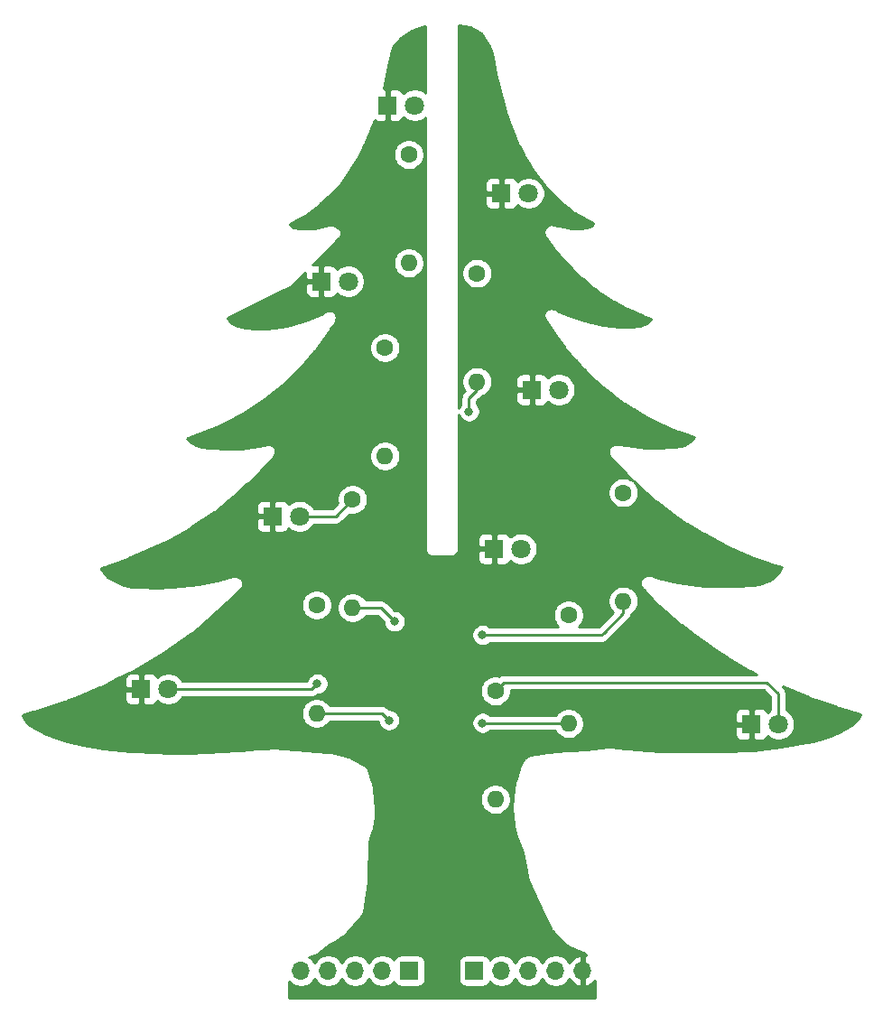
<source format=gtl>
G04 #@! TF.GenerationSoftware,KiCad,Pcbnew,(5.1.5)-3*
G04 #@! TF.CreationDate,2020-10-16T01:59:12+02:00*
G04 #@! TF.ProjectId,Christmas B,43687269-7374-46d6-9173-20422e6b6963,rev?*
G04 #@! TF.SameCoordinates,Original*
G04 #@! TF.FileFunction,Copper,L1,Top*
G04 #@! TF.FilePolarity,Positive*
%FSLAX46Y46*%
G04 Gerber Fmt 4.6, Leading zero omitted, Abs format (unit mm)*
G04 Created by KiCad (PCBNEW (5.1.5)-3) date 2020-10-16 01:59:12*
%MOMM*%
%LPD*%
G04 APERTURE LIST*
%ADD10C,1.600000*%
%ADD11O,1.600000X1.600000*%
%ADD12C,1.800000*%
%ADD13R,1.800000X1.800000*%
%ADD14R,1.700000X1.700000*%
%ADD15O,1.700000X1.700000*%
%ADD16C,0.800000*%
%ADD17C,0.250000*%
%ADD18C,0.254000*%
G04 APERTURE END LIST*
D10*
X93027500Y-114046000D03*
D11*
X93027500Y-124206000D03*
D10*
X101663500Y-71818500D03*
D11*
X101663500Y-81978500D03*
D10*
X99441000Y-89916000D03*
D11*
X99441000Y-100076000D03*
D10*
X96393000Y-104140000D03*
D11*
X96393000Y-114300000D03*
D10*
X108077000Y-82931000D03*
D11*
X108077000Y-93091000D03*
D10*
X121793000Y-103505000D03*
D11*
X121793000Y-113665000D03*
D10*
X116649500Y-114998500D03*
D11*
X116649500Y-125158500D03*
D10*
X109791500Y-122110500D03*
D11*
X109791500Y-132270500D03*
D12*
X96012000Y-83693000D03*
D13*
X93472000Y-83693000D03*
D12*
X102235000Y-67183000D03*
D13*
X99695000Y-67183000D03*
D12*
X91440000Y-105727500D03*
D13*
X88900000Y-105727500D03*
D12*
X79121000Y-121920000D03*
D13*
X76581000Y-121920000D03*
D12*
X112903000Y-75438000D03*
D13*
X110363000Y-75438000D03*
D12*
X115760500Y-93853000D03*
D13*
X113220500Y-93853000D03*
D12*
X112204500Y-108775500D03*
D13*
X109664500Y-108775500D03*
D12*
X136334500Y-125222000D03*
D13*
X133794500Y-125222000D03*
D14*
X101727000Y-148336000D03*
D15*
X99187000Y-148336000D03*
X96647000Y-148336000D03*
X94107000Y-148336000D03*
X91567000Y-148336000D03*
X117983000Y-148336000D03*
X115443000Y-148336000D03*
X112903000Y-148336000D03*
X110363000Y-148336000D03*
D14*
X107823000Y-148336000D03*
D16*
X93091000Y-121412000D03*
X99822000Y-124841000D03*
X100330000Y-115570000D03*
X108585000Y-125095000D03*
X108585000Y-116840000D03*
X107315000Y-95885000D03*
D17*
X94805500Y-105727500D02*
X96393000Y-104140000D01*
X91440000Y-105727500D02*
X94805500Y-105727500D01*
X83756500Y-121920000D02*
X83947000Y-121920000D01*
X79121000Y-121920000D02*
X83439000Y-121920000D01*
X83439000Y-121920000D02*
X83947000Y-121920000D01*
X83439000Y-121920000D02*
X83629500Y-121920000D01*
X83947000Y-121920000D02*
X92583000Y-121920000D01*
X92583000Y-121920000D02*
X93091000Y-121412000D01*
X136334500Y-122364500D02*
X136334500Y-125222000D01*
X135255000Y-121285000D02*
X136334500Y-122364500D01*
X109791500Y-122110500D02*
X110617000Y-121285000D01*
X110617000Y-121285000D02*
X135255000Y-121285000D01*
X93027500Y-124206000D02*
X99187000Y-124206000D01*
X99187000Y-124206000D02*
X99822000Y-124841000D01*
X99060000Y-114300000D02*
X96393000Y-114300000D01*
X100330000Y-115570000D02*
X99060000Y-114300000D01*
X116586000Y-125095000D02*
X116649500Y-125158500D01*
X108585000Y-125095000D02*
X116586000Y-125095000D01*
X121793000Y-113665000D02*
X121793000Y-114796370D01*
X119761000Y-116840000D02*
X119951500Y-116649500D01*
X108585000Y-116840000D02*
X119761000Y-116840000D01*
X121793000Y-114796370D02*
X119951500Y-116649500D01*
X119951500Y-116649500D02*
X119824500Y-116764870D01*
X107315000Y-95885000D02*
X107315000Y-94615000D01*
X107315000Y-94615000D02*
X107950000Y-93980000D01*
X108077000Y-93853000D02*
X107950000Y-93980000D01*
X108077000Y-93091000D02*
X108077000Y-93853000D01*
D18*
G36*
X107455364Y-59817056D02*
G01*
X108424277Y-60479997D01*
X109206872Y-61653890D01*
X109474633Y-62296516D01*
X109650844Y-63177568D01*
X109836937Y-64232097D01*
X109838684Y-64246527D01*
X109842567Y-64263999D01*
X109845677Y-64281624D01*
X109849594Y-64295622D01*
X109966764Y-64822886D01*
X109967439Y-64827832D01*
X109973807Y-64854577D01*
X109979750Y-64881321D01*
X109981300Y-64886048D01*
X110288354Y-66175675D01*
X110290989Y-66190144D01*
X110295850Y-66207157D01*
X110299957Y-66224407D01*
X110304759Y-66238338D01*
X110546185Y-67083331D01*
X110547020Y-67087597D01*
X110555081Y-67114467D01*
X110562801Y-67141487D01*
X110564402Y-67145536D01*
X110740397Y-67732188D01*
X110742618Y-67741954D01*
X110749710Y-67763231D01*
X110756151Y-67784700D01*
X110759953Y-67793960D01*
X111000490Y-68515572D01*
X111003640Y-68527386D01*
X111010729Y-68546291D01*
X111017121Y-68565466D01*
X111022111Y-68576643D01*
X111389992Y-69557658D01*
X111394594Y-69572188D01*
X111401369Y-69587996D01*
X111407406Y-69604095D01*
X111414128Y-69617768D01*
X111977722Y-70932820D01*
X111989020Y-70959861D01*
X111990445Y-70962508D01*
X111991635Y-70965284D01*
X112005839Y-70991096D01*
X112437473Y-71792703D01*
X112440876Y-71800304D01*
X112452828Y-71821221D01*
X112464259Y-71842449D01*
X112468911Y-71849365D01*
X112933193Y-72661860D01*
X112933505Y-72662783D01*
X112965330Y-72718100D01*
X112981044Y-72745599D01*
X112981610Y-72746396D01*
X112982093Y-72747236D01*
X113000367Y-72772819D01*
X113037443Y-72825049D01*
X113038153Y-72825720D01*
X113317685Y-73217064D01*
X114372473Y-74706178D01*
X114383575Y-74726950D01*
X114409949Y-74759086D01*
X114415162Y-74766446D01*
X114430539Y-74784175D01*
X114445386Y-74802266D01*
X114451747Y-74808627D01*
X114479002Y-74840051D01*
X114497618Y-74854498D01*
X115570733Y-75927614D01*
X115570739Y-75927619D01*
X115766124Y-76123003D01*
X115774724Y-76134730D01*
X115812022Y-76168901D01*
X115824734Y-76181613D01*
X115835898Y-76190775D01*
X115846565Y-76200548D01*
X115860967Y-76211350D01*
X115900050Y-76243425D01*
X115912872Y-76250278D01*
X116626266Y-76785324D01*
X117217349Y-77258191D01*
X117230451Y-77272056D01*
X117267990Y-77298704D01*
X117278516Y-77307125D01*
X117294431Y-77317474D01*
X117309901Y-77328456D01*
X117321594Y-77335138D01*
X117360198Y-77360241D01*
X117377918Y-77367323D01*
X118206136Y-77840590D01*
X118213051Y-77845241D01*
X118234280Y-77856672D01*
X118255196Y-77868624D01*
X118262797Y-77872027D01*
X118978614Y-78257468D01*
X118964576Y-78285544D01*
X118760400Y-78489720D01*
X118397689Y-78625737D01*
X118288604Y-78662098D01*
X117759590Y-78715000D01*
X116950398Y-78715000D01*
X116146659Y-78600180D01*
X115242871Y-78359169D01*
X115191383Y-78343550D01*
X115147796Y-78339257D01*
X115104582Y-78332176D01*
X115083244Y-78332900D01*
X115062000Y-78330808D01*
X115018413Y-78335101D01*
X114974649Y-78336586D01*
X114953871Y-78341457D01*
X114932618Y-78343550D01*
X114890698Y-78356266D01*
X114848073Y-78366259D01*
X114828640Y-78375092D01*
X114808208Y-78381290D01*
X114769581Y-78401936D01*
X114729717Y-78420056D01*
X114712381Y-78432510D01*
X114693551Y-78442575D01*
X114659694Y-78470361D01*
X114624130Y-78495910D01*
X114587408Y-78535212D01*
X114538142Y-78584478D01*
X114497489Y-78622976D01*
X114473462Y-78656898D01*
X114447075Y-78689050D01*
X114435963Y-78709840D01*
X114422344Y-78729067D01*
X114405394Y-78767031D01*
X114385790Y-78803708D01*
X114378948Y-78826264D01*
X114369341Y-78847781D01*
X114360122Y-78888325D01*
X114348051Y-78928118D01*
X114345741Y-78951570D01*
X114340515Y-78974554D01*
X114339383Y-79016127D01*
X114335308Y-79057500D01*
X114337618Y-79080950D01*
X114336976Y-79104512D01*
X114343976Y-79145509D01*
X114348051Y-79186882D01*
X114354890Y-79209428D01*
X114358858Y-79232666D01*
X114373722Y-79271510D01*
X114385790Y-79311292D01*
X114412189Y-79360681D01*
X114518239Y-79572782D01*
X114527511Y-79598263D01*
X114547237Y-79630777D01*
X114549677Y-79635657D01*
X114564058Y-79658503D01*
X114578049Y-79681564D01*
X114581319Y-79685924D01*
X114601582Y-79718114D01*
X114620231Y-79737807D01*
X115511054Y-80925573D01*
X115511091Y-80925649D01*
X115547746Y-80974495D01*
X115569451Y-81003435D01*
X115569518Y-81003509D01*
X115569572Y-81003580D01*
X115591090Y-81027054D01*
X115635269Y-81075276D01*
X115635343Y-81075330D01*
X116983979Y-82546569D01*
X117000970Y-82565876D01*
X117005862Y-82570442D01*
X117010384Y-82575375D01*
X117029544Y-82592545D01*
X117968482Y-83468888D01*
X117982909Y-83483364D01*
X117992113Y-83490944D01*
X118000869Y-83499116D01*
X118017171Y-83511580D01*
X119069527Y-84378227D01*
X119076210Y-84384569D01*
X119094534Y-84398821D01*
X119112458Y-84413582D01*
X119120113Y-84418716D01*
X119625755Y-84811994D01*
X119628923Y-84815550D01*
X119676976Y-84851832D01*
X119698888Y-84868875D01*
X119702902Y-84871408D01*
X119706681Y-84874261D01*
X119730313Y-84888703D01*
X119781290Y-84920867D01*
X119785741Y-84922576D01*
X120867765Y-85583812D01*
X120885420Y-85595446D01*
X120895381Y-85600689D01*
X120905005Y-85606570D01*
X120924072Y-85615789D01*
X122108859Y-86239363D01*
X122125377Y-86248926D01*
X122137491Y-86254432D01*
X122149295Y-86260645D01*
X122167014Y-86267852D01*
X123533221Y-86888856D01*
X123543728Y-86894444D01*
X123562709Y-86902260D01*
X123581403Y-86910757D01*
X123592673Y-86914598D01*
X124353851Y-87228024D01*
X124296946Y-87356060D01*
X123986633Y-87627585D01*
X123345733Y-87874085D01*
X122450413Y-87986000D01*
X121389587Y-87986000D01*
X119932918Y-87803917D01*
X118468297Y-87498787D01*
X117126410Y-87071823D01*
X116844099Y-86958899D01*
X115603643Y-86400694D01*
X115591218Y-86394246D01*
X115574089Y-86387395D01*
X115557277Y-86379829D01*
X115544019Y-86375366D01*
X115292438Y-86274734D01*
X115281777Y-86268351D01*
X115232173Y-86250629D01*
X115213517Y-86243166D01*
X115201657Y-86239726D01*
X115159347Y-86224609D01*
X115139356Y-86221653D01*
X115119941Y-86216021D01*
X115075171Y-86212162D01*
X115030737Y-86205592D01*
X115010554Y-86206593D01*
X114990414Y-86204857D01*
X114945749Y-86209806D01*
X114900890Y-86212031D01*
X114881293Y-86216949D01*
X114861197Y-86219176D01*
X114818362Y-86232743D01*
X114774792Y-86243677D01*
X114756523Y-86252328D01*
X114737256Y-86258430D01*
X114697896Y-86280090D01*
X114657291Y-86299317D01*
X114641063Y-86311364D01*
X114623354Y-86321109D01*
X114588977Y-86350031D01*
X114552902Y-86376811D01*
X114539333Y-86391796D01*
X114523870Y-86404805D01*
X114495795Y-86439877D01*
X114465638Y-86473181D01*
X114455257Y-86490518D01*
X114442624Y-86506300D01*
X114421931Y-86546177D01*
X114398851Y-86584723D01*
X114392050Y-86603758D01*
X114382741Y-86621697D01*
X114370224Y-86664849D01*
X114355109Y-86707153D01*
X114352153Y-86727143D01*
X114346521Y-86746559D01*
X114342662Y-86791329D01*
X114336092Y-86835763D01*
X114337093Y-86855946D01*
X114335357Y-86876086D01*
X114340306Y-86920751D01*
X114342531Y-86965610D01*
X114347449Y-86985207D01*
X114349676Y-87005303D01*
X114363243Y-87048138D01*
X114374177Y-87091708D01*
X114382828Y-87109977D01*
X114388930Y-87129244D01*
X114410590Y-87168606D01*
X114415876Y-87179768D01*
X114426217Y-87197004D01*
X114451609Y-87243146D01*
X114459606Y-87252652D01*
X114619951Y-87519893D01*
X114633093Y-87542736D01*
X114636615Y-87547667D01*
X114639734Y-87552865D01*
X114655442Y-87574025D01*
X114966595Y-88009638D01*
X115534942Y-88830584D01*
X116234080Y-89847516D01*
X116250777Y-89871831D01*
X116250887Y-89871962D01*
X116250998Y-89872123D01*
X116272410Y-89897520D01*
X117276482Y-91089858D01*
X117285541Y-91101843D01*
X117297323Y-91114607D01*
X117308540Y-91127927D01*
X117319323Y-91138440D01*
X118056507Y-91937057D01*
X118064886Y-91947266D01*
X118078475Y-91960855D01*
X118091519Y-91974986D01*
X118101391Y-91983771D01*
X118872733Y-92755114D01*
X118872739Y-92755119D01*
X119158113Y-93040493D01*
X119171290Y-93054752D01*
X119181028Y-93063408D01*
X119190234Y-93072614D01*
X119205230Y-93084921D01*
X119728499Y-93550049D01*
X119737043Y-93560438D01*
X119776984Y-93593147D01*
X119791249Y-93605827D01*
X119802077Y-93613696D01*
X119812424Y-93622170D01*
X119828289Y-93632747D01*
X119870066Y-93663109D01*
X119882286Y-93668745D01*
X120011305Y-93754757D01*
X120796595Y-94358827D01*
X120799565Y-94361548D01*
X120822258Y-94378568D01*
X120844786Y-94395897D01*
X120848211Y-94398032D01*
X121839955Y-95141841D01*
X121863986Y-95160103D01*
X121865760Y-95161194D01*
X121867435Y-95162451D01*
X121893379Y-95178191D01*
X122692653Y-95670052D01*
X122695634Y-95672265D01*
X122720239Y-95687028D01*
X122744705Y-95702084D01*
X122748047Y-95703713D01*
X123938381Y-96417913D01*
X123938973Y-96418448D01*
X123993996Y-96451283D01*
X124021232Y-96467624D01*
X124021953Y-96467965D01*
X124022641Y-96468376D01*
X124051421Y-96481920D01*
X124109291Y-96509323D01*
X124110067Y-96509518D01*
X126209055Y-97497278D01*
X126235983Y-97510184D01*
X126238174Y-97510981D01*
X126240306Y-97511984D01*
X126268721Y-97522089D01*
X126936902Y-97765064D01*
X126939237Y-97766161D01*
X126967398Y-97776153D01*
X126995416Y-97786342D01*
X126997910Y-97786980D01*
X128409598Y-98287902D01*
X128309448Y-98468172D01*
X128061019Y-98716601D01*
X127497545Y-99023951D01*
X127216787Y-99117537D01*
X126601258Y-99229452D01*
X124777500Y-99351036D01*
X123881516Y-99291303D01*
X122699724Y-99166904D01*
X121428297Y-98985271D01*
X121414383Y-98981050D01*
X121364049Y-98976093D01*
X121346244Y-98973549D01*
X121331811Y-98972918D01*
X121317419Y-98971500D01*
X121299414Y-98971500D01*
X121248905Y-98969290D01*
X121234539Y-98971500D01*
X121039952Y-98971500D01*
X120983988Y-98969976D01*
X120943006Y-98976974D01*
X120901617Y-98981050D01*
X120879064Y-98987892D01*
X120855834Y-98991858D01*
X120817000Y-99006719D01*
X120777207Y-99018790D01*
X120756418Y-99029902D01*
X120734412Y-99038323D01*
X120699233Y-99060468D01*
X120662550Y-99080075D01*
X120644328Y-99095029D01*
X120624387Y-99107582D01*
X120594201Y-99136168D01*
X120562052Y-99162552D01*
X120547096Y-99180776D01*
X120529989Y-99196976D01*
X120505963Y-99230896D01*
X120479575Y-99263050D01*
X120468463Y-99283840D01*
X120454844Y-99303067D01*
X120437896Y-99341027D01*
X120418290Y-99377707D01*
X120411446Y-99400268D01*
X120401841Y-99421781D01*
X120392625Y-99462312D01*
X120380550Y-99502117D01*
X120378239Y-99525578D01*
X120373015Y-99548554D01*
X120371883Y-99590112D01*
X120367807Y-99631500D01*
X120370117Y-99654958D01*
X120369476Y-99678512D01*
X120376474Y-99719494D01*
X120380550Y-99760883D01*
X120387392Y-99783436D01*
X120391358Y-99806666D01*
X120406219Y-99845503D01*
X120418290Y-99885293D01*
X120444694Y-99934691D01*
X120479006Y-100003315D01*
X120481525Y-100011651D01*
X120508037Y-100061377D01*
X120518677Y-100082657D01*
X120523288Y-100089982D01*
X120527364Y-100097627D01*
X120540569Y-100117434D01*
X120570582Y-100165113D01*
X120576570Y-100171437D01*
X120654555Y-100288413D01*
X120670075Y-100317450D01*
X120711060Y-100367389D01*
X120752062Y-100417458D01*
X120777493Y-100438373D01*
X121065242Y-100726122D01*
X122066342Y-101789791D01*
X122079948Y-101805321D01*
X122088533Y-101813370D01*
X122096606Y-101821947D01*
X122112175Y-101835534D01*
X122694646Y-102381601D01*
X122472727Y-102233320D01*
X122211574Y-102125147D01*
X121934335Y-102070000D01*
X121651665Y-102070000D01*
X121374426Y-102125147D01*
X121113273Y-102233320D01*
X120878241Y-102390363D01*
X120678363Y-102590241D01*
X120521320Y-102825273D01*
X120413147Y-103086426D01*
X120358000Y-103363665D01*
X120358000Y-103646335D01*
X120413147Y-103923574D01*
X120521320Y-104184727D01*
X120678363Y-104419759D01*
X120878241Y-104619637D01*
X121113273Y-104776680D01*
X121374426Y-104884853D01*
X121651665Y-104940000D01*
X121934335Y-104940000D01*
X122211574Y-104884853D01*
X122472727Y-104776680D01*
X122707759Y-104619637D01*
X122907637Y-104419759D01*
X123064680Y-104184727D01*
X123172853Y-103923574D01*
X123228000Y-103646335D01*
X123228000Y-103363665D01*
X123172853Y-103086426D01*
X123064680Y-102825273D01*
X122907637Y-102590241D01*
X122764266Y-102446870D01*
X123101820Y-102763328D01*
X123107248Y-102769227D01*
X123125414Y-102785447D01*
X123143249Y-102802167D01*
X123149631Y-102807069D01*
X124906354Y-104375573D01*
X124927065Y-104394548D01*
X124930444Y-104397082D01*
X124933611Y-104399910D01*
X124956414Y-104416560D01*
X126462557Y-105546168D01*
X126473553Y-105555396D01*
X126488472Y-105565604D01*
X126502935Y-105576451D01*
X126515210Y-105583898D01*
X127696335Y-106392037D01*
X127712134Y-106403765D01*
X127723043Y-106410310D01*
X127733564Y-106417509D01*
X127750847Y-106426993D01*
X129315169Y-107365587D01*
X129330269Y-107375562D01*
X129342941Y-107382250D01*
X129355231Y-107389624D01*
X129371593Y-107397372D01*
X131640730Y-108594972D01*
X131665011Y-108608238D01*
X131669403Y-108610104D01*
X131673610Y-108612325D01*
X131699162Y-108622752D01*
X134229385Y-109698096D01*
X134253535Y-109708879D01*
X134259196Y-109710766D01*
X134264683Y-109713098D01*
X134289917Y-109721006D01*
X135968032Y-110280378D01*
X135968035Y-110280379D01*
X136629959Y-110501020D01*
X136603505Y-110580386D01*
X136520030Y-110789074D01*
X136349963Y-111001657D01*
X136015980Y-111335640D01*
X135697182Y-111601306D01*
X135458059Y-111744780D01*
X134975821Y-111959108D01*
X134544283Y-112066992D01*
X133898365Y-112184432D01*
X132433559Y-112306500D01*
X131391490Y-112306500D01*
X129339743Y-112244326D01*
X127485500Y-111997093D01*
X126495926Y-111811547D01*
X125079465Y-111503621D01*
X124381962Y-111271121D01*
X124352219Y-111257841D01*
X124320456Y-111250619D01*
X124320454Y-111250618D01*
X124225446Y-111229015D01*
X124095487Y-111225476D01*
X124095486Y-111225476D01*
X123967334Y-111247359D01*
X123876336Y-111282180D01*
X123876329Y-111282183D01*
X123845912Y-111293823D01*
X123818348Y-111311174D01*
X123770685Y-111335006D01*
X123762349Y-111337525D01*
X123712633Y-111364032D01*
X123691343Y-111374677D01*
X123684013Y-111379291D01*
X123647627Y-111398691D01*
X123629127Y-111413841D01*
X123608887Y-111426582D01*
X123578947Y-111454935D01*
X123547043Y-111481062D01*
X123531851Y-111499535D01*
X123514489Y-111515976D01*
X123490654Y-111549626D01*
X123464462Y-111581474D01*
X123453168Y-111602550D01*
X123439344Y-111622067D01*
X123422534Y-111659717D01*
X123403056Y-111696066D01*
X123396089Y-111718948D01*
X123386341Y-111740781D01*
X123377198Y-111780990D01*
X123365187Y-111820438D01*
X123362818Y-111844230D01*
X123357515Y-111867554D01*
X123356392Y-111908780D01*
X123352308Y-111949807D01*
X123354627Y-111973606D01*
X123353976Y-111997512D01*
X123360918Y-112038166D01*
X123364916Y-112079201D01*
X123371832Y-112102085D01*
X123375858Y-112125666D01*
X123390599Y-112164186D01*
X123402525Y-112203651D01*
X123413777Y-112224755D01*
X123422323Y-112247088D01*
X123444287Y-112281980D01*
X123448364Y-112289627D01*
X123461571Y-112309438D01*
X123491582Y-112357113D01*
X123497570Y-112363437D01*
X123569225Y-112470919D01*
X123578705Y-112490227D01*
X123605198Y-112524878D01*
X123611330Y-112534076D01*
X123624897Y-112550643D01*
X123637884Y-112567629D01*
X123645416Y-112575699D01*
X123673062Y-112609458D01*
X123689681Y-112623126D01*
X124547269Y-113541973D01*
X124567256Y-113563742D01*
X124569266Y-113565541D01*
X124571123Y-113567530D01*
X124593466Y-113587193D01*
X125778087Y-114647118D01*
X125782076Y-114651313D01*
X125802192Y-114668686D01*
X125822075Y-114686476D01*
X125826764Y-114689907D01*
X127191916Y-115868903D01*
X127204210Y-115880569D01*
X127216428Y-115890072D01*
X127228146Y-115900192D01*
X127242003Y-115909964D01*
X128357862Y-116777854D01*
X128368003Y-116786720D01*
X128383415Y-116797729D01*
X128398389Y-116809375D01*
X128409798Y-116816573D01*
X130157818Y-118065161D01*
X130169127Y-118074204D01*
X130184147Y-118083967D01*
X130198763Y-118094407D01*
X130211344Y-118101645D01*
X131451511Y-118907755D01*
X131463424Y-118916439D01*
X131478653Y-118925397D01*
X131493488Y-118935040D01*
X131506594Y-118941833D01*
X133644502Y-120199426D01*
X133666239Y-120212827D01*
X133672393Y-120215833D01*
X133678310Y-120219313D01*
X133701540Y-120230067D01*
X134305450Y-120525000D01*
X110654322Y-120525000D01*
X110616999Y-120521324D01*
X110579676Y-120525000D01*
X110579667Y-120525000D01*
X110468014Y-120535997D01*
X110324753Y-120579454D01*
X110192724Y-120650026D01*
X110117037Y-120712141D01*
X109932835Y-120675500D01*
X109650165Y-120675500D01*
X109372926Y-120730647D01*
X109111773Y-120838820D01*
X108876741Y-120995863D01*
X108676863Y-121195741D01*
X108519820Y-121430773D01*
X108411647Y-121691926D01*
X108356500Y-121969165D01*
X108356500Y-122251835D01*
X108411647Y-122529074D01*
X108519820Y-122790227D01*
X108676863Y-123025259D01*
X108876741Y-123225137D01*
X109111773Y-123382180D01*
X109372926Y-123490353D01*
X109650165Y-123545500D01*
X109932835Y-123545500D01*
X110210074Y-123490353D01*
X110471227Y-123382180D01*
X110706259Y-123225137D01*
X110906137Y-123025259D01*
X111063180Y-122790227D01*
X111171353Y-122529074D01*
X111226500Y-122251835D01*
X111226500Y-122045000D01*
X134940199Y-122045000D01*
X135574500Y-122679302D01*
X135574501Y-123883687D01*
X135355995Y-124029688D01*
X135289556Y-124096127D01*
X135284002Y-124077820D01*
X135225037Y-123967506D01*
X135145685Y-123870815D01*
X135048994Y-123791463D01*
X134938680Y-123732498D01*
X134818982Y-123696188D01*
X134694500Y-123683928D01*
X134080250Y-123687000D01*
X133921500Y-123845750D01*
X133921500Y-125095000D01*
X133941500Y-125095000D01*
X133941500Y-125349000D01*
X133921500Y-125349000D01*
X133921500Y-126598250D01*
X134080250Y-126757000D01*
X134694500Y-126760072D01*
X134818982Y-126747812D01*
X134938680Y-126711502D01*
X135048994Y-126652537D01*
X135145685Y-126573185D01*
X135225037Y-126476494D01*
X135284002Y-126366180D01*
X135289556Y-126347873D01*
X135355995Y-126414312D01*
X135607405Y-126582299D01*
X135886757Y-126698011D01*
X136183316Y-126757000D01*
X136485684Y-126757000D01*
X136782243Y-126698011D01*
X137061595Y-126582299D01*
X137313005Y-126414312D01*
X137526812Y-126200505D01*
X137694799Y-125949095D01*
X137810511Y-125669743D01*
X137869500Y-125373184D01*
X137869500Y-125070816D01*
X137810511Y-124774257D01*
X137694799Y-124494905D01*
X137526812Y-124243495D01*
X137313005Y-124029688D01*
X137094500Y-123883687D01*
X137094500Y-122401833D01*
X137098177Y-122364500D01*
X137083503Y-122215514D01*
X137040046Y-122072253D01*
X136969474Y-121940224D01*
X136898299Y-121853497D01*
X136874501Y-121824499D01*
X136845504Y-121800702D01*
X136736645Y-121691843D01*
X139184036Y-122716333D01*
X139206535Y-122726379D01*
X139213892Y-122728831D01*
X139221053Y-122731829D01*
X139244635Y-122739079D01*
X141690944Y-123554515D01*
X141698632Y-123557718D01*
X141721672Y-123564758D01*
X141744544Y-123572382D01*
X141752671Y-123574230D01*
X143995992Y-124259690D01*
X144038949Y-124275798D01*
X143943868Y-124465959D01*
X143750770Y-124803881D01*
X143180038Y-125322729D01*
X142199573Y-125899473D01*
X141191333Y-126314631D01*
X139606866Y-126802159D01*
X138976514Y-126916769D01*
X138974165Y-126916978D01*
X138944593Y-126922573D01*
X138915040Y-126927946D01*
X138912776Y-126928592D01*
X136615925Y-127363132D01*
X133932784Y-127675125D01*
X130986487Y-127800500D01*
X126761685Y-127800500D01*
X125474319Y-127739197D01*
X125472366Y-127738922D01*
X125441815Y-127737649D01*
X125411511Y-127736206D01*
X125409557Y-127736305D01*
X123932140Y-127674746D01*
X123254416Y-127613135D01*
X122080155Y-127489528D01*
X122075539Y-127488646D01*
X122047932Y-127486136D01*
X122020351Y-127483233D01*
X122015649Y-127483201D01*
X121372466Y-127424730D01*
X121367943Y-127423931D01*
X121340182Y-127421796D01*
X121312467Y-127419276D01*
X121307876Y-127419310D01*
X120551989Y-127361165D01*
X120529462Y-127356508D01*
X120487331Y-127356191D01*
X120477796Y-127355458D01*
X120454909Y-127355948D01*
X120432031Y-127355776D01*
X120422513Y-127356641D01*
X120380386Y-127357543D01*
X120357925Y-127362513D01*
X119668961Y-127425146D01*
X119668960Y-127425146D01*
X118305609Y-127549087D01*
X116850525Y-127675616D01*
X115142535Y-127802135D01*
X115112474Y-127804151D01*
X115110203Y-127804530D01*
X115107915Y-127804699D01*
X115078317Y-127809844D01*
X114717241Y-127870023D01*
X113629445Y-127990889D01*
X113602020Y-127990805D01*
X113565011Y-127998049D01*
X113559895Y-127998617D01*
X113533176Y-128004280D01*
X113506401Y-128009520D01*
X113501476Y-128010998D01*
X113464579Y-128018817D01*
X113439372Y-128029629D01*
X112879391Y-128197623D01*
X112855502Y-128201677D01*
X112817286Y-128216255D01*
X112809299Y-128218651D01*
X112786985Y-128227813D01*
X112734032Y-128248013D01*
X112726930Y-128252473D01*
X112719169Y-128255660D01*
X112671938Y-128287010D01*
X112623936Y-128317157D01*
X112617838Y-128322920D01*
X112610850Y-128327558D01*
X112570649Y-128367513D01*
X112529444Y-128406451D01*
X112524589Y-128413291D01*
X112518639Y-128419204D01*
X112487006Y-128466233D01*
X112473044Y-128485902D01*
X112468906Y-128493143D01*
X112446079Y-128527081D01*
X112436738Y-128549437D01*
X112218874Y-128930700D01*
X112199844Y-128957567D01*
X112173389Y-129016817D01*
X112147060Y-129075623D01*
X112139728Y-129107713D01*
X111654581Y-130563157D01*
X111643940Y-130585561D01*
X111634074Y-130624678D01*
X111631618Y-130632046D01*
X111626146Y-130656110D01*
X111620112Y-130680035D01*
X111618960Y-130687714D01*
X111610015Y-130727054D01*
X111609340Y-130751850D01*
X111425567Y-131976997D01*
X111421119Y-132003751D01*
X111420771Y-132008968D01*
X111419993Y-132014156D01*
X111418614Y-132041330D01*
X111358647Y-132940835D01*
X111355053Y-132957581D01*
X111354331Y-133005563D01*
X111353306Y-133020945D01*
X111353844Y-133037967D01*
X111353588Y-133055002D01*
X111354869Y-133070370D01*
X111356385Y-133118329D01*
X111360256Y-133135014D01*
X111480555Y-134578606D01*
X111480033Y-134610787D01*
X111485941Y-134643227D01*
X111485973Y-134643617D01*
X111491762Y-134675195D01*
X111497489Y-134706644D01*
X111497596Y-134707018D01*
X111503542Y-134739453D01*
X111515411Y-134769373D01*
X111886902Y-136069591D01*
X111895127Y-136098999D01*
X111895796Y-136100719D01*
X111896301Y-136102487D01*
X111907497Y-136130807D01*
X112331648Y-137221482D01*
X112887807Y-139878686D01*
X112894213Y-139922758D01*
X112911943Y-139972769D01*
X112927852Y-140023392D01*
X112949238Y-140062459D01*
X114398829Y-143150721D01*
X114950732Y-144377173D01*
X114957290Y-144398792D01*
X114977345Y-144436313D01*
X114981436Y-144445404D01*
X114992625Y-144464900D01*
X115018575Y-144513450D01*
X115024937Y-144521202D01*
X115029934Y-144529909D01*
X115066148Y-144571418D01*
X115080386Y-144588766D01*
X115087427Y-144595807D01*
X115115404Y-144627874D01*
X115133297Y-144641677D01*
X116350882Y-145859263D01*
X116372034Y-145884927D01*
X116421504Y-145925353D01*
X116471549Y-145966425D01*
X116472168Y-145966756D01*
X116472704Y-145967194D01*
X116529600Y-145997453D01*
X116586207Y-146027709D01*
X116618032Y-146037363D01*
X117214118Y-146282810D01*
X118178227Y-146764866D01*
X118283951Y-146924045D01*
X118110000Y-147015845D01*
X118110000Y-148209000D01*
X118130000Y-148209000D01*
X118130000Y-148463000D01*
X118110000Y-148463000D01*
X118110000Y-149656155D01*
X118339890Y-149777476D01*
X118487099Y-149732825D01*
X118749920Y-149607641D01*
X118983269Y-149433588D01*
X119101001Y-149302976D01*
X119101000Y-150914500D01*
X90449000Y-150914500D01*
X90449000Y-149318107D01*
X90620368Y-149489475D01*
X90863589Y-149651990D01*
X91133842Y-149763932D01*
X91420740Y-149821000D01*
X91713260Y-149821000D01*
X92000158Y-149763932D01*
X92270411Y-149651990D01*
X92513632Y-149489475D01*
X92720475Y-149282632D01*
X92837000Y-149108240D01*
X92953525Y-149282632D01*
X93160368Y-149489475D01*
X93403589Y-149651990D01*
X93673842Y-149763932D01*
X93960740Y-149821000D01*
X94253260Y-149821000D01*
X94540158Y-149763932D01*
X94810411Y-149651990D01*
X95053632Y-149489475D01*
X95260475Y-149282632D01*
X95377000Y-149108240D01*
X95493525Y-149282632D01*
X95700368Y-149489475D01*
X95943589Y-149651990D01*
X96213842Y-149763932D01*
X96500740Y-149821000D01*
X96793260Y-149821000D01*
X97080158Y-149763932D01*
X97350411Y-149651990D01*
X97593632Y-149489475D01*
X97800475Y-149282632D01*
X97917000Y-149108240D01*
X98033525Y-149282632D01*
X98240368Y-149489475D01*
X98483589Y-149651990D01*
X98753842Y-149763932D01*
X99040740Y-149821000D01*
X99333260Y-149821000D01*
X99620158Y-149763932D01*
X99890411Y-149651990D01*
X100133632Y-149489475D01*
X100265487Y-149357620D01*
X100287498Y-149430180D01*
X100346463Y-149540494D01*
X100425815Y-149637185D01*
X100522506Y-149716537D01*
X100632820Y-149775502D01*
X100752518Y-149811812D01*
X100877000Y-149824072D01*
X102577000Y-149824072D01*
X102701482Y-149811812D01*
X102821180Y-149775502D01*
X102931494Y-149716537D01*
X103028185Y-149637185D01*
X103107537Y-149540494D01*
X103166502Y-149430180D01*
X103202812Y-149310482D01*
X103215072Y-149186000D01*
X103215072Y-147486000D01*
X106334928Y-147486000D01*
X106334928Y-149186000D01*
X106347188Y-149310482D01*
X106383498Y-149430180D01*
X106442463Y-149540494D01*
X106521815Y-149637185D01*
X106618506Y-149716537D01*
X106728820Y-149775502D01*
X106848518Y-149811812D01*
X106973000Y-149824072D01*
X108673000Y-149824072D01*
X108797482Y-149811812D01*
X108917180Y-149775502D01*
X109027494Y-149716537D01*
X109124185Y-149637185D01*
X109203537Y-149540494D01*
X109262502Y-149430180D01*
X109284513Y-149357620D01*
X109416368Y-149489475D01*
X109659589Y-149651990D01*
X109929842Y-149763932D01*
X110216740Y-149821000D01*
X110509260Y-149821000D01*
X110796158Y-149763932D01*
X111066411Y-149651990D01*
X111309632Y-149489475D01*
X111516475Y-149282632D01*
X111633000Y-149108240D01*
X111749525Y-149282632D01*
X111956368Y-149489475D01*
X112199589Y-149651990D01*
X112469842Y-149763932D01*
X112756740Y-149821000D01*
X113049260Y-149821000D01*
X113336158Y-149763932D01*
X113606411Y-149651990D01*
X113849632Y-149489475D01*
X114056475Y-149282632D01*
X114173000Y-149108240D01*
X114289525Y-149282632D01*
X114496368Y-149489475D01*
X114739589Y-149651990D01*
X115009842Y-149763932D01*
X115296740Y-149821000D01*
X115589260Y-149821000D01*
X115876158Y-149763932D01*
X116146411Y-149651990D01*
X116389632Y-149489475D01*
X116596475Y-149282632D01*
X116718195Y-149100466D01*
X116787822Y-149217355D01*
X116982731Y-149433588D01*
X117216080Y-149607641D01*
X117478901Y-149732825D01*
X117626110Y-149777476D01*
X117856000Y-149656155D01*
X117856000Y-148463000D01*
X117836000Y-148463000D01*
X117836000Y-148209000D01*
X117856000Y-148209000D01*
X117856000Y-147015845D01*
X117626110Y-146894524D01*
X117478901Y-146939175D01*
X117216080Y-147064359D01*
X116982731Y-147238412D01*
X116787822Y-147454645D01*
X116718195Y-147571534D01*
X116596475Y-147389368D01*
X116389632Y-147182525D01*
X116146411Y-147020010D01*
X115876158Y-146908068D01*
X115589260Y-146851000D01*
X115296740Y-146851000D01*
X115009842Y-146908068D01*
X114739589Y-147020010D01*
X114496368Y-147182525D01*
X114289525Y-147389368D01*
X114173000Y-147563760D01*
X114056475Y-147389368D01*
X113849632Y-147182525D01*
X113606411Y-147020010D01*
X113336158Y-146908068D01*
X113049260Y-146851000D01*
X112756740Y-146851000D01*
X112469842Y-146908068D01*
X112199589Y-147020010D01*
X111956368Y-147182525D01*
X111749525Y-147389368D01*
X111633000Y-147563760D01*
X111516475Y-147389368D01*
X111309632Y-147182525D01*
X111066411Y-147020010D01*
X110796158Y-146908068D01*
X110509260Y-146851000D01*
X110216740Y-146851000D01*
X109929842Y-146908068D01*
X109659589Y-147020010D01*
X109416368Y-147182525D01*
X109284513Y-147314380D01*
X109262502Y-147241820D01*
X109203537Y-147131506D01*
X109124185Y-147034815D01*
X109027494Y-146955463D01*
X108917180Y-146896498D01*
X108797482Y-146860188D01*
X108673000Y-146847928D01*
X106973000Y-146847928D01*
X106848518Y-146860188D01*
X106728820Y-146896498D01*
X106618506Y-146955463D01*
X106521815Y-147034815D01*
X106442463Y-147131506D01*
X106383498Y-147241820D01*
X106347188Y-147361518D01*
X106334928Y-147486000D01*
X103215072Y-147486000D01*
X103202812Y-147361518D01*
X103166502Y-147241820D01*
X103107537Y-147131506D01*
X103028185Y-147034815D01*
X102931494Y-146955463D01*
X102821180Y-146896498D01*
X102701482Y-146860188D01*
X102577000Y-146847928D01*
X100877000Y-146847928D01*
X100752518Y-146860188D01*
X100632820Y-146896498D01*
X100522506Y-146955463D01*
X100425815Y-147034815D01*
X100346463Y-147131506D01*
X100287498Y-147241820D01*
X100265487Y-147314380D01*
X100133632Y-147182525D01*
X99890411Y-147020010D01*
X99620158Y-146908068D01*
X99333260Y-146851000D01*
X99040740Y-146851000D01*
X98753842Y-146908068D01*
X98483589Y-147020010D01*
X98240368Y-147182525D01*
X98033525Y-147389368D01*
X97917000Y-147563760D01*
X97800475Y-147389368D01*
X97593632Y-147182525D01*
X97350411Y-147020010D01*
X97080158Y-146908068D01*
X96793260Y-146851000D01*
X96500740Y-146851000D01*
X96213842Y-146908068D01*
X95943589Y-147020010D01*
X95700368Y-147182525D01*
X95493525Y-147389368D01*
X95377000Y-147563760D01*
X95260475Y-147389368D01*
X95053632Y-147182525D01*
X94810411Y-147020010D01*
X94540158Y-146908068D01*
X94253260Y-146851000D01*
X93960740Y-146851000D01*
X93673842Y-146908068D01*
X93403589Y-147020010D01*
X93160368Y-147182525D01*
X92953525Y-147389368D01*
X92837000Y-147563760D01*
X92720475Y-147389368D01*
X92513632Y-147182525D01*
X92282064Y-147027797D01*
X92837784Y-146888867D01*
X92869141Y-146884315D01*
X92900659Y-146873148D01*
X92901524Y-146872932D01*
X92931713Y-146862146D01*
X92991685Y-146840898D01*
X92992438Y-146840450D01*
X92993277Y-146840150D01*
X93048684Y-146806974D01*
X93075412Y-146791067D01*
X93076109Y-146790553D01*
X93104819Y-146773363D01*
X93128323Y-146752080D01*
X94279569Y-145903794D01*
X94955642Y-145509418D01*
X94956439Y-145509141D01*
X95011419Y-145476881D01*
X95039057Y-145460759D01*
X95039749Y-145460258D01*
X95040474Y-145459833D01*
X95065965Y-145441294D01*
X95118001Y-145403652D01*
X95118579Y-145403030D01*
X95750581Y-144943393D01*
X95789970Y-144917922D01*
X95826338Y-144882631D01*
X95864212Y-144848944D01*
X95892509Y-144811525D01*
X97248808Y-143208626D01*
X97263718Y-143195214D01*
X97290696Y-143159122D01*
X97298775Y-143149574D01*
X97310117Y-143133140D01*
X97341555Y-143091081D01*
X97346972Y-143079738D01*
X97354118Y-143069384D01*
X97374948Y-143021159D01*
X97397582Y-142973765D01*
X97400684Y-142961575D01*
X97405669Y-142950034D01*
X97416688Y-142898688D01*
X97421611Y-142879341D01*
X97423492Y-142866979D01*
X97432947Y-142822920D01*
X97433248Y-142802866D01*
X97862991Y-139978843D01*
X97866622Y-139967576D01*
X97872754Y-139914687D01*
X97875865Y-139894242D01*
X97876486Y-139882491D01*
X97877843Y-139870791D01*
X97878200Y-139850098D01*
X97881011Y-139796945D01*
X97879318Y-139785230D01*
X97940068Y-136261681D01*
X98334981Y-135133360D01*
X98344567Y-135114452D01*
X98356402Y-135072159D01*
X98360156Y-135061433D01*
X98365141Y-135040928D01*
X98370823Y-135020624D01*
X98372796Y-135009443D01*
X98383174Y-134966758D01*
X98384067Y-134945572D01*
X98560076Y-133948192D01*
X98567450Y-133923883D01*
X98571345Y-133884331D01*
X98572591Y-133877273D01*
X98574522Y-133852078D01*
X98577000Y-133826919D01*
X98577000Y-133819749D01*
X98580037Y-133780125D01*
X98577000Y-133754908D01*
X98577000Y-133160504D01*
X98577096Y-133160018D01*
X98577000Y-133095952D01*
X98577000Y-133063581D01*
X98576951Y-133063081D01*
X98576950Y-133062585D01*
X98573766Y-133030745D01*
X98567450Y-132966617D01*
X98567305Y-132966141D01*
X98512876Y-132421853D01*
X98512767Y-132416081D01*
X98509648Y-132389568D01*
X98506998Y-132363070D01*
X98505866Y-132357424D01*
X98479013Y-132129165D01*
X108356500Y-132129165D01*
X108356500Y-132411835D01*
X108411647Y-132689074D01*
X108519820Y-132950227D01*
X108676863Y-133185259D01*
X108876741Y-133385137D01*
X109111773Y-133542180D01*
X109372926Y-133650353D01*
X109650165Y-133705500D01*
X109932835Y-133705500D01*
X110210074Y-133650353D01*
X110471227Y-133542180D01*
X110706259Y-133385137D01*
X110906137Y-133185259D01*
X111063180Y-132950227D01*
X111171353Y-132689074D01*
X111226500Y-132411835D01*
X111226500Y-132129165D01*
X111171353Y-131851926D01*
X111063180Y-131590773D01*
X110906137Y-131355741D01*
X110706259Y-131155863D01*
X110471227Y-130998820D01*
X110210074Y-130890647D01*
X109932835Y-130835500D01*
X109650165Y-130835500D01*
X109372926Y-130890647D01*
X109111773Y-130998820D01*
X108876741Y-131155863D01*
X108676863Y-131355741D01*
X108519820Y-131590773D01*
X108411647Y-131851926D01*
X108356500Y-132129165D01*
X98479013Y-132129165D01*
X98388420Y-131359131D01*
X98388909Y-131349263D01*
X98380835Y-131294665D01*
X98378191Y-131272188D01*
X98376093Y-131262592D01*
X98374656Y-131252877D01*
X98369168Y-131230924D01*
X98357377Y-131177004D01*
X98353424Y-131167951D01*
X98179515Y-130472312D01*
X98175626Y-130453581D01*
X98171657Y-130440881D01*
X98168431Y-130427976D01*
X98161996Y-130409967D01*
X97858123Y-129437572D01*
X97851503Y-129405686D01*
X97838789Y-129375703D01*
X97838787Y-129375696D01*
X97804896Y-129295774D01*
X97800749Y-129285993D01*
X97727619Y-129178503D01*
X97634924Y-129087345D01*
X97553462Y-129033893D01*
X97553448Y-129033886D01*
X97526226Y-129016024D01*
X97496042Y-129003816D01*
X96202579Y-128326289D01*
X96157329Y-128300301D01*
X96114297Y-128285803D01*
X96072201Y-128268777D01*
X96020942Y-128259026D01*
X94404200Y-127885932D01*
X94363383Y-127873550D01*
X94308663Y-127868161D01*
X94254190Y-127861115D01*
X94211661Y-127864000D01*
X94008637Y-127864000D01*
X91120388Y-127612848D01*
X89881483Y-127488957D01*
X89876116Y-127487973D01*
X89849283Y-127485737D01*
X89822414Y-127483050D01*
X89816942Y-127483042D01*
X89121556Y-127425093D01*
X89096962Y-127420008D01*
X89056933Y-127419707D01*
X89049502Y-127419088D01*
X89024517Y-127419464D01*
X88999531Y-127419276D01*
X88992105Y-127419951D01*
X88952081Y-127420553D01*
X88927530Y-127425822D01*
X88281257Y-127484574D01*
X87108418Y-127546302D01*
X87097121Y-127546173D01*
X87076035Y-127548007D01*
X87054937Y-127549117D01*
X87043787Y-127550811D01*
X84158060Y-127801744D01*
X82714869Y-127864492D01*
X80887646Y-127927500D01*
X78955840Y-127927500D01*
X78178699Y-127867720D01*
X78169537Y-127866364D01*
X78146405Y-127865236D01*
X78123296Y-127863458D01*
X78114030Y-127863656D01*
X75551294Y-127738645D01*
X73109674Y-127488223D01*
X71121164Y-127177518D01*
X69593398Y-126810854D01*
X67695908Y-126137552D01*
X66746610Y-125662903D01*
X66137962Y-125275582D01*
X65727403Y-124865023D01*
X65532447Y-124572590D01*
X65437573Y-124382843D01*
X65644471Y-124313877D01*
X66392107Y-124064665D01*
X91592500Y-124064665D01*
X91592500Y-124347335D01*
X91647647Y-124624574D01*
X91755820Y-124885727D01*
X91912863Y-125120759D01*
X92112741Y-125320637D01*
X92347773Y-125477680D01*
X92608926Y-125585853D01*
X92886165Y-125641000D01*
X93168835Y-125641000D01*
X93446074Y-125585853D01*
X93707227Y-125477680D01*
X93942259Y-125320637D01*
X94142137Y-125120759D01*
X94245543Y-124966000D01*
X98791587Y-124966000D01*
X98826774Y-125142898D01*
X98904795Y-125331256D01*
X99018063Y-125500774D01*
X99162226Y-125644937D01*
X99331744Y-125758205D01*
X99520102Y-125836226D01*
X99720061Y-125876000D01*
X99923939Y-125876000D01*
X100123898Y-125836226D01*
X100312256Y-125758205D01*
X100481774Y-125644937D01*
X100625937Y-125500774D01*
X100739205Y-125331256D01*
X100817226Y-125142898D01*
X100847030Y-124993061D01*
X107550000Y-124993061D01*
X107550000Y-125196939D01*
X107589774Y-125396898D01*
X107667795Y-125585256D01*
X107781063Y-125754774D01*
X107925226Y-125898937D01*
X108094744Y-126012205D01*
X108283102Y-126090226D01*
X108483061Y-126130000D01*
X108686939Y-126130000D01*
X108886898Y-126090226D01*
X109075256Y-126012205D01*
X109244774Y-125898937D01*
X109288711Y-125855000D01*
X115389027Y-125855000D01*
X115534863Y-126073259D01*
X115734741Y-126273137D01*
X115969773Y-126430180D01*
X116230926Y-126538353D01*
X116508165Y-126593500D01*
X116790835Y-126593500D01*
X117068074Y-126538353D01*
X117329227Y-126430180D01*
X117564259Y-126273137D01*
X117715396Y-126122000D01*
X132256428Y-126122000D01*
X132268688Y-126246482D01*
X132304998Y-126366180D01*
X132363963Y-126476494D01*
X132443315Y-126573185D01*
X132540006Y-126652537D01*
X132650320Y-126711502D01*
X132770018Y-126747812D01*
X132894500Y-126760072D01*
X133508750Y-126757000D01*
X133667500Y-126598250D01*
X133667500Y-125349000D01*
X132418250Y-125349000D01*
X132259500Y-125507750D01*
X132256428Y-126122000D01*
X117715396Y-126122000D01*
X117764137Y-126073259D01*
X117921180Y-125838227D01*
X118029353Y-125577074D01*
X118084500Y-125299835D01*
X118084500Y-125017165D01*
X118029353Y-124739926D01*
X117921180Y-124478773D01*
X117816428Y-124322000D01*
X132256428Y-124322000D01*
X132259500Y-124936250D01*
X132418250Y-125095000D01*
X133667500Y-125095000D01*
X133667500Y-123845750D01*
X133508750Y-123687000D01*
X132894500Y-123683928D01*
X132770018Y-123696188D01*
X132650320Y-123732498D01*
X132540006Y-123791463D01*
X132443315Y-123870815D01*
X132363963Y-123967506D01*
X132304998Y-124077820D01*
X132268688Y-124197518D01*
X132256428Y-124322000D01*
X117816428Y-124322000D01*
X117764137Y-124243741D01*
X117564259Y-124043863D01*
X117329227Y-123886820D01*
X117068074Y-123778647D01*
X116790835Y-123723500D01*
X116508165Y-123723500D01*
X116230926Y-123778647D01*
X115969773Y-123886820D01*
X115734741Y-124043863D01*
X115534863Y-124243741D01*
X115473886Y-124335000D01*
X109288711Y-124335000D01*
X109244774Y-124291063D01*
X109075256Y-124177795D01*
X108886898Y-124099774D01*
X108686939Y-124060000D01*
X108483061Y-124060000D01*
X108283102Y-124099774D01*
X108094744Y-124177795D01*
X107925226Y-124291063D01*
X107781063Y-124435226D01*
X107667795Y-124604744D01*
X107589774Y-124793102D01*
X107550000Y-124993061D01*
X100847030Y-124993061D01*
X100857000Y-124942939D01*
X100857000Y-124739061D01*
X100817226Y-124539102D01*
X100739205Y-124350744D01*
X100625937Y-124181226D01*
X100481774Y-124037063D01*
X100312256Y-123923795D01*
X100123898Y-123845774D01*
X99923939Y-123806000D01*
X99861801Y-123806000D01*
X99750803Y-123695002D01*
X99727001Y-123665999D01*
X99611276Y-123571026D01*
X99479247Y-123500454D01*
X99335986Y-123456997D01*
X99224333Y-123446000D01*
X99224322Y-123446000D01*
X99187000Y-123442324D01*
X99149678Y-123446000D01*
X94245543Y-123446000D01*
X94142137Y-123291241D01*
X93942259Y-123091363D01*
X93707227Y-122934320D01*
X93446074Y-122826147D01*
X93168835Y-122771000D01*
X92886165Y-122771000D01*
X92608926Y-122826147D01*
X92347773Y-122934320D01*
X92112741Y-123091363D01*
X91912863Y-123291241D01*
X91755820Y-123526273D01*
X91647647Y-123787426D01*
X91592500Y-124064665D01*
X66392107Y-124064665D01*
X66563900Y-124007401D01*
X69073047Y-123191929D01*
X69075454Y-123191382D01*
X69103654Y-123181982D01*
X69132328Y-123172663D01*
X69134622Y-123171659D01*
X69667842Y-122993920D01*
X69688892Y-122987635D01*
X69698550Y-122983684D01*
X69708465Y-122980379D01*
X69728551Y-122971411D01*
X70098667Y-122820000D01*
X75042928Y-122820000D01*
X75055188Y-122944482D01*
X75091498Y-123064180D01*
X75150463Y-123174494D01*
X75229815Y-123271185D01*
X75326506Y-123350537D01*
X75436820Y-123409502D01*
X75556518Y-123445812D01*
X75681000Y-123458072D01*
X76295250Y-123455000D01*
X76454000Y-123296250D01*
X76454000Y-122047000D01*
X75204750Y-122047000D01*
X75046000Y-122205750D01*
X75042928Y-122820000D01*
X70098667Y-122820000D01*
X71113602Y-122404800D01*
X72694080Y-121772610D01*
X72719664Y-121762820D01*
X72724098Y-121760603D01*
X72728718Y-121758755D01*
X72753113Y-121746095D01*
X72973661Y-121635821D01*
X72973664Y-121635820D01*
X73735664Y-121254820D01*
X74205304Y-121020000D01*
X75042928Y-121020000D01*
X75046000Y-121634250D01*
X75204750Y-121793000D01*
X76454000Y-121793000D01*
X76454000Y-120543750D01*
X76708000Y-120543750D01*
X76708000Y-121793000D01*
X76728000Y-121793000D01*
X76728000Y-122047000D01*
X76708000Y-122047000D01*
X76708000Y-123296250D01*
X76866750Y-123455000D01*
X77481000Y-123458072D01*
X77605482Y-123445812D01*
X77725180Y-123409502D01*
X77835494Y-123350537D01*
X77932185Y-123271185D01*
X78011537Y-123174494D01*
X78070502Y-123064180D01*
X78076056Y-123045873D01*
X78142495Y-123112312D01*
X78393905Y-123280299D01*
X78673257Y-123396011D01*
X78969816Y-123455000D01*
X79272184Y-123455000D01*
X79568743Y-123396011D01*
X79848095Y-123280299D01*
X80099505Y-123112312D01*
X80313312Y-122898505D01*
X80459313Y-122680000D01*
X92545678Y-122680000D01*
X92583000Y-122683676D01*
X92620322Y-122680000D01*
X92620333Y-122680000D01*
X92731986Y-122669003D01*
X92875247Y-122625546D01*
X93007276Y-122554974D01*
X93123001Y-122460001D01*
X93133671Y-122447000D01*
X93192939Y-122447000D01*
X93392898Y-122407226D01*
X93581256Y-122329205D01*
X93750774Y-122215937D01*
X93894937Y-122071774D01*
X94008205Y-121902256D01*
X94086226Y-121713898D01*
X94126000Y-121513939D01*
X94126000Y-121310061D01*
X94086226Y-121110102D01*
X94008205Y-120921744D01*
X93894937Y-120752226D01*
X93750774Y-120608063D01*
X93581256Y-120494795D01*
X93392898Y-120416774D01*
X93192939Y-120377000D01*
X92989061Y-120377000D01*
X92789102Y-120416774D01*
X92600744Y-120494795D01*
X92431226Y-120608063D01*
X92287063Y-120752226D01*
X92173795Y-120921744D01*
X92095774Y-121110102D01*
X92085849Y-121160000D01*
X80459313Y-121160000D01*
X80313312Y-120941495D01*
X80099505Y-120727688D01*
X79848095Y-120559701D01*
X79568743Y-120443989D01*
X79272184Y-120385000D01*
X78969816Y-120385000D01*
X78673257Y-120443989D01*
X78393905Y-120559701D01*
X78142495Y-120727688D01*
X78076056Y-120794127D01*
X78070502Y-120775820D01*
X78011537Y-120665506D01*
X77932185Y-120568815D01*
X77835494Y-120489463D01*
X77725180Y-120430498D01*
X77605482Y-120394188D01*
X77481000Y-120381928D01*
X76866750Y-120385000D01*
X76708000Y-120543750D01*
X76454000Y-120543750D01*
X76295250Y-120385000D01*
X75681000Y-120381928D01*
X75556518Y-120394188D01*
X75436820Y-120430498D01*
X75326506Y-120489463D01*
X75229815Y-120568815D01*
X75150463Y-120665506D01*
X75091498Y-120775820D01*
X75055188Y-120895518D01*
X75042928Y-121020000D01*
X74205304Y-121020000D01*
X76044393Y-120100456D01*
X76067268Y-120089624D01*
X76073323Y-120085991D01*
X76079657Y-120082824D01*
X76101143Y-120069299D01*
X78627623Y-118553412D01*
X78648223Y-118541781D01*
X78655363Y-118536768D01*
X78662866Y-118532266D01*
X78681918Y-118518123D01*
X81217159Y-116738061D01*
X107550000Y-116738061D01*
X107550000Y-116941939D01*
X107589774Y-117141898D01*
X107667795Y-117330256D01*
X107781063Y-117499774D01*
X107925226Y-117643937D01*
X108094744Y-117757205D01*
X108283102Y-117835226D01*
X108483061Y-117875000D01*
X108686939Y-117875000D01*
X108886898Y-117835226D01*
X109075256Y-117757205D01*
X109244774Y-117643937D01*
X109288711Y-117600000D01*
X119723678Y-117600000D01*
X119761000Y-117603676D01*
X119798322Y-117600000D01*
X119798333Y-117600000D01*
X119909986Y-117589003D01*
X120053247Y-117545546D01*
X120185276Y-117474974D01*
X120301001Y-117380001D01*
X120324804Y-117350997D01*
X120463349Y-117212452D01*
X120464274Y-117211688D01*
X120476905Y-117198978D01*
X120490159Y-117186937D01*
X120502394Y-117173407D01*
X120515299Y-117160502D01*
X120516059Y-117159576D01*
X122304932Y-115359406D01*
X122333001Y-115336371D01*
X122357557Y-115306449D01*
X122358405Y-115305596D01*
X122381309Y-115277507D01*
X122427974Y-115220646D01*
X122428543Y-115219582D01*
X122429306Y-115218646D01*
X122463811Y-115153601D01*
X122498546Y-115088617D01*
X122498897Y-115087460D01*
X122499462Y-115086395D01*
X122520602Y-115015906D01*
X122542003Y-114945356D01*
X122542121Y-114944154D01*
X122542468Y-114942998D01*
X122547855Y-114886481D01*
X122707759Y-114779637D01*
X122907637Y-114579759D01*
X123064680Y-114344727D01*
X123172853Y-114083574D01*
X123228000Y-113806335D01*
X123228000Y-113523665D01*
X123172853Y-113246426D01*
X123064680Y-112985273D01*
X122907637Y-112750241D01*
X122707759Y-112550363D01*
X122472727Y-112393320D01*
X122211574Y-112285147D01*
X121934335Y-112230000D01*
X121651665Y-112230000D01*
X121374426Y-112285147D01*
X121113273Y-112393320D01*
X120878241Y-112550363D01*
X120678363Y-112750241D01*
X120521320Y-112985273D01*
X120413147Y-113246426D01*
X120358000Y-113523665D01*
X120358000Y-113806335D01*
X120413147Y-114083574D01*
X120521320Y-114344727D01*
X120678363Y-114579759D01*
X120807997Y-114709393D01*
X119445992Y-116080000D01*
X117597396Y-116080000D01*
X117764137Y-115913259D01*
X117921180Y-115678227D01*
X118029353Y-115417074D01*
X118084500Y-115139835D01*
X118084500Y-114857165D01*
X118029353Y-114579926D01*
X117921180Y-114318773D01*
X117764137Y-114083741D01*
X117564259Y-113883863D01*
X117329227Y-113726820D01*
X117068074Y-113618647D01*
X116790835Y-113563500D01*
X116508165Y-113563500D01*
X116230926Y-113618647D01*
X115969773Y-113726820D01*
X115734741Y-113883863D01*
X115534863Y-114083741D01*
X115377820Y-114318773D01*
X115269647Y-114579926D01*
X115214500Y-114857165D01*
X115214500Y-115139835D01*
X115269647Y-115417074D01*
X115377820Y-115678227D01*
X115534863Y-115913259D01*
X115701604Y-116080000D01*
X109288711Y-116080000D01*
X109244774Y-116036063D01*
X109075256Y-115922795D01*
X108886898Y-115844774D01*
X108686939Y-115805000D01*
X108483061Y-115805000D01*
X108283102Y-115844774D01*
X108094744Y-115922795D01*
X107925226Y-116036063D01*
X107781063Y-116180226D01*
X107667795Y-116349744D01*
X107589774Y-116538102D01*
X107550000Y-116738061D01*
X81217159Y-116738061D01*
X81611391Y-116461260D01*
X81617295Y-116458514D01*
X81664504Y-116423968D01*
X81685788Y-116409024D01*
X81690704Y-116404796D01*
X81695924Y-116400976D01*
X81715259Y-116383677D01*
X81759657Y-116345490D01*
X81763675Y-116340357D01*
X84485919Y-113904665D01*
X91592500Y-113904665D01*
X91592500Y-114187335D01*
X91647647Y-114464574D01*
X91755820Y-114725727D01*
X91912863Y-114960759D01*
X92112741Y-115160637D01*
X92347773Y-115317680D01*
X92608926Y-115425853D01*
X92886165Y-115481000D01*
X93168835Y-115481000D01*
X93446074Y-115425853D01*
X93707227Y-115317680D01*
X93942259Y-115160637D01*
X94142137Y-114960759D01*
X94299180Y-114725727D01*
X94407353Y-114464574D01*
X94462500Y-114187335D01*
X94462500Y-114158665D01*
X94958000Y-114158665D01*
X94958000Y-114441335D01*
X95013147Y-114718574D01*
X95121320Y-114979727D01*
X95278363Y-115214759D01*
X95478241Y-115414637D01*
X95713273Y-115571680D01*
X95974426Y-115679853D01*
X96251665Y-115735000D01*
X96534335Y-115735000D01*
X96811574Y-115679853D01*
X97072727Y-115571680D01*
X97307759Y-115414637D01*
X97507637Y-115214759D01*
X97611043Y-115060000D01*
X98745199Y-115060000D01*
X99295000Y-115609802D01*
X99295000Y-115671939D01*
X99334774Y-115871898D01*
X99412795Y-116060256D01*
X99526063Y-116229774D01*
X99670226Y-116373937D01*
X99839744Y-116487205D01*
X100028102Y-116565226D01*
X100228061Y-116605000D01*
X100431939Y-116605000D01*
X100631898Y-116565226D01*
X100820256Y-116487205D01*
X100989774Y-116373937D01*
X101133937Y-116229774D01*
X101247205Y-116060256D01*
X101325226Y-115871898D01*
X101365000Y-115671939D01*
X101365000Y-115468061D01*
X101325226Y-115268102D01*
X101247205Y-115079744D01*
X101133937Y-114910226D01*
X100989774Y-114766063D01*
X100820256Y-114652795D01*
X100631898Y-114574774D01*
X100431939Y-114535000D01*
X100369802Y-114535000D01*
X99623804Y-113789003D01*
X99600001Y-113759999D01*
X99484276Y-113665026D01*
X99352247Y-113594454D01*
X99208986Y-113550997D01*
X99097333Y-113540000D01*
X99097322Y-113540000D01*
X99060000Y-113536324D01*
X99022678Y-113540000D01*
X97611043Y-113540000D01*
X97507637Y-113385241D01*
X97307759Y-113185363D01*
X97072727Y-113028320D01*
X96811574Y-112920147D01*
X96534335Y-112865000D01*
X96251665Y-112865000D01*
X95974426Y-112920147D01*
X95713273Y-113028320D01*
X95478241Y-113185363D01*
X95278363Y-113385241D01*
X95121320Y-113620273D01*
X95013147Y-113881426D01*
X94958000Y-114158665D01*
X94462500Y-114158665D01*
X94462500Y-113904665D01*
X94407353Y-113627426D01*
X94299180Y-113366273D01*
X94142137Y-113131241D01*
X93942259Y-112931363D01*
X93707227Y-112774320D01*
X93446074Y-112666147D01*
X93168835Y-112611000D01*
X92886165Y-112611000D01*
X92608926Y-112666147D01*
X92347773Y-112774320D01*
X92112741Y-112931363D01*
X91912863Y-113131241D01*
X91755820Y-113366273D01*
X91647647Y-113627426D01*
X91592500Y-113904665D01*
X84485919Y-113904665D01*
X85329105Y-113150236D01*
X85343266Y-113138614D01*
X85353228Y-113128652D01*
X85363744Y-113119243D01*
X85376153Y-113105727D01*
X85788018Y-112693863D01*
X85813438Y-112672957D01*
X85854056Y-112623359D01*
X85895425Y-112572950D01*
X85910946Y-112543912D01*
X86001976Y-112407367D01*
X86022425Y-112382450D01*
X86037946Y-112353412D01*
X86038136Y-112353127D01*
X86053167Y-112324934D01*
X86083710Y-112267793D01*
X86083811Y-112267461D01*
X86083976Y-112267151D01*
X86102687Y-112205234D01*
X86121450Y-112143383D01*
X86121485Y-112143031D01*
X86121584Y-112142702D01*
X86127780Y-112079110D01*
X86134193Y-112014000D01*
X86134159Y-112013650D01*
X86134192Y-112013307D01*
X86127837Y-111949463D01*
X86121450Y-111884617D01*
X86121348Y-111884282D01*
X86121314Y-111883937D01*
X86102549Y-111822309D01*
X86083710Y-111760207D01*
X86083545Y-111759899D01*
X86083444Y-111759566D01*
X86053040Y-111702827D01*
X86022425Y-111645550D01*
X86022202Y-111645278D01*
X86022039Y-111644974D01*
X85981021Y-111595099D01*
X85939948Y-111545052D01*
X85939680Y-111544832D01*
X85939458Y-111544562D01*
X85889356Y-111503532D01*
X85839450Y-111462575D01*
X85839142Y-111462411D01*
X85838873Y-111462190D01*
X85781723Y-111431719D01*
X85724793Y-111401290D01*
X85724461Y-111401189D01*
X85724151Y-111401024D01*
X85662504Y-111382394D01*
X85600383Y-111363550D01*
X85600031Y-111363515D01*
X85599702Y-111363416D01*
X85535663Y-111357176D01*
X85503419Y-111354000D01*
X85503073Y-111354000D01*
X85470306Y-111350807D01*
X85438233Y-111354000D01*
X85363447Y-111354000D01*
X85318013Y-111351317D01*
X85266448Y-111358445D01*
X85214617Y-111363550D01*
X85171047Y-111376767D01*
X83619322Y-111749182D01*
X81948096Y-112058669D01*
X79506505Y-112309089D01*
X77906499Y-112432166D01*
X76744769Y-112371022D01*
X75717537Y-112310597D01*
X74932585Y-112142393D01*
X74077417Y-111800326D01*
X73448410Y-111433405D01*
X73058618Y-110994889D01*
X72859500Y-110636478D01*
X72859500Y-110570552D01*
X73134035Y-110492114D01*
X73156583Y-110486342D01*
X73165187Y-110483213D01*
X73173987Y-110480699D01*
X73195629Y-110472143D01*
X75272518Y-109716912D01*
X75293133Y-109710164D01*
X75302934Y-109705851D01*
X75313017Y-109702185D01*
X75332616Y-109692792D01*
X75371916Y-109675500D01*
X108126428Y-109675500D01*
X108138688Y-109799982D01*
X108174998Y-109919680D01*
X108233963Y-110029994D01*
X108313315Y-110126685D01*
X108410006Y-110206037D01*
X108520320Y-110265002D01*
X108640018Y-110301312D01*
X108764500Y-110313572D01*
X109378750Y-110310500D01*
X109537500Y-110151750D01*
X109537500Y-108902500D01*
X108288250Y-108902500D01*
X108129500Y-109061250D01*
X108126428Y-109675500D01*
X75371916Y-109675500D01*
X78494992Y-108301347D01*
X78881662Y-108135631D01*
X78886877Y-108134440D01*
X78941317Y-108110065D01*
X78966284Y-108099365D01*
X78970950Y-108096797D01*
X78975804Y-108094624D01*
X78999355Y-108081166D01*
X79051646Y-108052391D01*
X79055742Y-108048945D01*
X81220052Y-106812198D01*
X81241952Y-106800331D01*
X81248113Y-106796163D01*
X81254599Y-106792457D01*
X81274991Y-106777981D01*
X81497441Y-106627500D01*
X87361928Y-106627500D01*
X87374188Y-106751982D01*
X87410498Y-106871680D01*
X87469463Y-106981994D01*
X87548815Y-107078685D01*
X87645506Y-107158037D01*
X87755820Y-107217002D01*
X87875518Y-107253312D01*
X88000000Y-107265572D01*
X88614250Y-107262500D01*
X88773000Y-107103750D01*
X88773000Y-105854500D01*
X87523750Y-105854500D01*
X87365000Y-106013250D01*
X87361928Y-106627500D01*
X81497441Y-106627500D01*
X83422896Y-105324988D01*
X83444983Y-105310625D01*
X83449666Y-105306878D01*
X83454656Y-105303503D01*
X83475014Y-105286600D01*
X84048890Y-104827500D01*
X87361928Y-104827500D01*
X87365000Y-105441750D01*
X87523750Y-105600500D01*
X88773000Y-105600500D01*
X88773000Y-104351250D01*
X89027000Y-104351250D01*
X89027000Y-105600500D01*
X89047000Y-105600500D01*
X89047000Y-105854500D01*
X89027000Y-105854500D01*
X89027000Y-107103750D01*
X89185750Y-107262500D01*
X89800000Y-107265572D01*
X89924482Y-107253312D01*
X90044180Y-107217002D01*
X90154494Y-107158037D01*
X90251185Y-107078685D01*
X90330537Y-106981994D01*
X90389502Y-106871680D01*
X90395056Y-106853373D01*
X90461495Y-106919812D01*
X90712905Y-107087799D01*
X90992257Y-107203511D01*
X91288816Y-107262500D01*
X91591184Y-107262500D01*
X91887743Y-107203511D01*
X92167095Y-107087799D01*
X92418505Y-106919812D01*
X92632312Y-106706005D01*
X92778313Y-106487500D01*
X94768178Y-106487500D01*
X94805500Y-106491176D01*
X94842822Y-106487500D01*
X94842833Y-106487500D01*
X94954486Y-106476503D01*
X95097747Y-106433046D01*
X95229776Y-106362474D01*
X95345501Y-106267501D01*
X95369304Y-106238497D01*
X96069114Y-105538688D01*
X96251665Y-105575000D01*
X96534335Y-105575000D01*
X96811574Y-105519853D01*
X97072727Y-105411680D01*
X97307759Y-105254637D01*
X97507637Y-105054759D01*
X97664680Y-104819727D01*
X97772853Y-104558574D01*
X97828000Y-104281335D01*
X97828000Y-103998665D01*
X97772853Y-103721426D01*
X97664680Y-103460273D01*
X97507637Y-103225241D01*
X97307759Y-103025363D01*
X97072727Y-102868320D01*
X96811574Y-102760147D01*
X96534335Y-102705000D01*
X96251665Y-102705000D01*
X95974426Y-102760147D01*
X95713273Y-102868320D01*
X95478241Y-103025363D01*
X95278363Y-103225241D01*
X95121320Y-103460273D01*
X95013147Y-103721426D01*
X94958000Y-103998665D01*
X94958000Y-104281335D01*
X94994312Y-104463886D01*
X94490699Y-104967500D01*
X92778313Y-104967500D01*
X92632312Y-104748995D01*
X92418505Y-104535188D01*
X92167095Y-104367201D01*
X91887743Y-104251489D01*
X91591184Y-104192500D01*
X91288816Y-104192500D01*
X90992257Y-104251489D01*
X90712905Y-104367201D01*
X90461495Y-104535188D01*
X90395056Y-104601627D01*
X90389502Y-104583320D01*
X90330537Y-104473006D01*
X90251185Y-104376315D01*
X90154494Y-104296963D01*
X90044180Y-104237998D01*
X89924482Y-104201688D01*
X89800000Y-104189428D01*
X89185750Y-104192500D01*
X89027000Y-104351250D01*
X88773000Y-104351250D01*
X88614250Y-104192500D01*
X88000000Y-104189428D01*
X87875518Y-104201688D01*
X87755820Y-104237998D01*
X87645506Y-104296963D01*
X87548815Y-104376315D01*
X87469463Y-104473006D01*
X87410498Y-104583320D01*
X87374188Y-104703018D01*
X87361928Y-104827500D01*
X84048890Y-104827500D01*
X84401157Y-104545687D01*
X84405041Y-104543082D01*
X84426395Y-104525496D01*
X84448113Y-104508122D01*
X84451479Y-104504839D01*
X85500385Y-103641036D01*
X85516629Y-103628616D01*
X85525352Y-103620475D01*
X85534591Y-103612866D01*
X85549069Y-103598339D01*
X86470942Y-102737925D01*
X86472876Y-102736424D01*
X86494489Y-102715949D01*
X86516530Y-102695377D01*
X86518167Y-102693516D01*
X87692355Y-101581130D01*
X87705832Y-101569446D01*
X87715851Y-101558870D01*
X87726446Y-101548833D01*
X87738150Y-101535332D01*
X88826474Y-100386546D01*
X88826524Y-100386511D01*
X88868604Y-100342076D01*
X88893424Y-100315877D01*
X88893471Y-100315817D01*
X88915918Y-100292113D01*
X88933235Y-100264603D01*
X88953178Y-100238918D01*
X88967789Y-100209712D01*
X88967823Y-100209657D01*
X88981918Y-100181468D01*
X89011343Y-100122647D01*
X89011361Y-100122581D01*
X89083441Y-99978422D01*
X89087682Y-99972709D01*
X89105696Y-99934665D01*
X98006000Y-99934665D01*
X98006000Y-100217335D01*
X98061147Y-100494574D01*
X98169320Y-100755727D01*
X98326363Y-100990759D01*
X98526241Y-101190637D01*
X98761273Y-101347680D01*
X99022426Y-101455853D01*
X99299665Y-101511000D01*
X99582335Y-101511000D01*
X99859574Y-101455853D01*
X100120727Y-101347680D01*
X100355759Y-101190637D01*
X100555637Y-100990759D01*
X100712680Y-100755727D01*
X100820853Y-100494574D01*
X100876000Y-100217335D01*
X100876000Y-99934665D01*
X100820853Y-99657426D01*
X100712680Y-99396273D01*
X100555637Y-99161241D01*
X100355759Y-98961363D01*
X100120727Y-98804320D01*
X99859574Y-98696147D01*
X99582335Y-98641000D01*
X99299665Y-98641000D01*
X99022426Y-98696147D01*
X98761273Y-98804320D01*
X98526241Y-98961363D01*
X98326363Y-99161241D01*
X98169320Y-99396273D01*
X98061147Y-99657426D01*
X98006000Y-99934665D01*
X89105696Y-99934665D01*
X89112448Y-99920407D01*
X89123820Y-99897664D01*
X89126356Y-99891037D01*
X89143322Y-99855208D01*
X89149525Y-99830490D01*
X89158642Y-99806667D01*
X89165320Y-99767559D01*
X89174969Y-99729111D01*
X89176231Y-99703653D01*
X89180524Y-99678513D01*
X89179444Y-99638863D01*
X89181408Y-99599263D01*
X89177679Y-99574045D01*
X89176985Y-99548553D01*
X89168191Y-99509879D01*
X89162391Y-99470653D01*
X89153812Y-99446641D01*
X89148159Y-99421780D01*
X89131994Y-99385575D01*
X89118649Y-99348223D01*
X89105549Y-99326345D01*
X89095156Y-99303067D01*
X89072231Y-99270701D01*
X89051861Y-99236681D01*
X89034751Y-99217785D01*
X89020011Y-99196975D01*
X88991215Y-99169705D01*
X88964598Y-99140311D01*
X88944127Y-99125114D01*
X88925613Y-99107582D01*
X88892041Y-99086449D01*
X88860209Y-99062818D01*
X88837176Y-99051911D01*
X88815589Y-99038322D01*
X88778540Y-99024145D01*
X88742708Y-99007177D01*
X88717983Y-99000972D01*
X88694166Y-98991858D01*
X88655064Y-98985181D01*
X88616611Y-98975531D01*
X88591151Y-98974268D01*
X88566013Y-98969976D01*
X88526372Y-98971055D01*
X88486762Y-98969091D01*
X88461538Y-98972821D01*
X88436053Y-98973515D01*
X88397379Y-98982309D01*
X88390377Y-98983344D01*
X88365771Y-98989496D01*
X88309281Y-99002340D01*
X88302777Y-99005244D01*
X88137958Y-99046449D01*
X85979223Y-99354840D01*
X84767793Y-99415411D01*
X83053109Y-99354173D01*
X82239516Y-99237945D01*
X81683986Y-99086437D01*
X81255981Y-98801100D01*
X80920189Y-98465309D01*
X80898168Y-98426772D01*
X80958821Y-98400778D01*
X83810878Y-97284756D01*
X83812359Y-97284485D01*
X83871150Y-97261172D01*
X83900193Y-97249807D01*
X83901542Y-97249120D01*
X83902931Y-97248569D01*
X83930330Y-97234454D01*
X83987010Y-97205580D01*
X83988198Y-97204644D01*
X85973653Y-96181834D01*
X85978151Y-96180475D01*
X86031342Y-96152115D01*
X86056070Y-96139377D01*
X86060001Y-96136836D01*
X86064127Y-96134636D01*
X86087235Y-96119231D01*
X86137895Y-96086482D01*
X86141272Y-96083206D01*
X88183563Y-94721679D01*
X88207483Y-94706125D01*
X88210423Y-94703773D01*
X88213576Y-94701671D01*
X88235792Y-94683477D01*
X90090287Y-93199883D01*
X90093950Y-93197925D01*
X90140961Y-93159343D01*
X90163113Y-93141622D01*
X90166076Y-93138732D01*
X90169266Y-93136114D01*
X90189270Y-93116110D01*
X90232863Y-93073592D01*
X90235216Y-93070164D01*
X91583355Y-91722026D01*
X91600813Y-91705424D01*
X91606234Y-91699147D01*
X91612113Y-91693268D01*
X91627427Y-91674607D01*
X92826596Y-90286096D01*
X92846009Y-90264024D01*
X92847746Y-90261607D01*
X92849692Y-90259354D01*
X92866645Y-90235313D01*
X93197735Y-89774665D01*
X98006000Y-89774665D01*
X98006000Y-90057335D01*
X98061147Y-90334574D01*
X98169320Y-90595727D01*
X98326363Y-90830759D01*
X98526241Y-91030637D01*
X98761273Y-91187680D01*
X99022426Y-91295853D01*
X99299665Y-91351000D01*
X99582335Y-91351000D01*
X99859574Y-91295853D01*
X100120727Y-91187680D01*
X100355759Y-91030637D01*
X100555637Y-90830759D01*
X100712680Y-90595727D01*
X100820853Y-90334574D01*
X100876000Y-90057335D01*
X100876000Y-89774665D01*
X100820853Y-89497426D01*
X100712680Y-89236273D01*
X100555637Y-89001241D01*
X100355759Y-88801363D01*
X100120727Y-88644320D01*
X99859574Y-88536147D01*
X99582335Y-88481000D01*
X99299665Y-88481000D01*
X99022426Y-88536147D01*
X98761273Y-88644320D01*
X98526241Y-88801363D01*
X98326363Y-89001241D01*
X98169320Y-89236273D01*
X98061147Y-89497426D01*
X98006000Y-89774665D01*
X93197735Y-89774665D01*
X94313305Y-88222569D01*
X94320670Y-88213576D01*
X94332203Y-88196277D01*
X94344351Y-88179375D01*
X94350184Y-88169304D01*
X94714501Y-87622830D01*
X94746656Y-87577433D01*
X94763744Y-87539160D01*
X94783476Y-87502152D01*
X94799579Y-87448864D01*
X94849880Y-87297962D01*
X94863159Y-87268220D01*
X94874417Y-87218711D01*
X94891985Y-87141447D01*
X94895524Y-87011487D01*
X94873641Y-86883334D01*
X94827177Y-86761911D01*
X94757918Y-86651887D01*
X94668525Y-86557489D01*
X94562433Y-86482344D01*
X94443720Y-86429340D01*
X94316946Y-86400515D01*
X94186986Y-86396976D01*
X94058834Y-86418858D01*
X94005875Y-86439124D01*
X93967836Y-86453680D01*
X93967831Y-86453682D01*
X93937412Y-86465323D01*
X93909848Y-86482674D01*
X93845718Y-86514739D01*
X93820237Y-86524011D01*
X93787723Y-86543737D01*
X93782843Y-86546177D01*
X93760005Y-86560553D01*
X93736936Y-86574549D01*
X93732572Y-86577822D01*
X93700387Y-86598082D01*
X93680697Y-86616728D01*
X93504612Y-86748791D01*
X93191982Y-86905108D01*
X92233321Y-87324523D01*
X90281645Y-87873431D01*
X88402623Y-88176500D01*
X87290087Y-88176500D01*
X86348438Y-88058794D01*
X85620375Y-87890780D01*
X85091066Y-87650185D01*
X84720106Y-87279225D01*
X84678739Y-87144783D01*
X89782305Y-84593000D01*
X91933928Y-84593000D01*
X91946188Y-84717482D01*
X91982498Y-84837180D01*
X92041463Y-84947494D01*
X92120815Y-85044185D01*
X92217506Y-85123537D01*
X92327820Y-85182502D01*
X92447518Y-85218812D01*
X92572000Y-85231072D01*
X93186250Y-85228000D01*
X93345000Y-85069250D01*
X93345000Y-83820000D01*
X92095750Y-83820000D01*
X91937000Y-83978750D01*
X91933928Y-84593000D01*
X89782305Y-84593000D01*
X90478630Y-84244838D01*
X90487292Y-84242210D01*
X90536665Y-84215820D01*
X90557657Y-84205324D01*
X90565282Y-84200524D01*
X90601950Y-84180925D01*
X90620166Y-84165976D01*
X90640113Y-84153419D01*
X90670310Y-84124823D01*
X90677266Y-84119114D01*
X90693839Y-84102541D01*
X90734511Y-84064025D01*
X90739746Y-84056634D01*
X91934274Y-82862106D01*
X91937000Y-83407250D01*
X92095750Y-83566000D01*
X93345000Y-83566000D01*
X93345000Y-82316750D01*
X93599000Y-82316750D01*
X93599000Y-83566000D01*
X93619000Y-83566000D01*
X93619000Y-83820000D01*
X93599000Y-83820000D01*
X93599000Y-85069250D01*
X93757750Y-85228000D01*
X94372000Y-85231072D01*
X94496482Y-85218812D01*
X94616180Y-85182502D01*
X94726494Y-85123537D01*
X94823185Y-85044185D01*
X94902537Y-84947494D01*
X94961502Y-84837180D01*
X94967056Y-84818873D01*
X95033495Y-84885312D01*
X95284905Y-85053299D01*
X95564257Y-85169011D01*
X95860816Y-85228000D01*
X96163184Y-85228000D01*
X96459743Y-85169011D01*
X96739095Y-85053299D01*
X96990505Y-84885312D01*
X97204312Y-84671505D01*
X97372299Y-84420095D01*
X97488011Y-84140743D01*
X97547000Y-83844184D01*
X97547000Y-83541816D01*
X97488011Y-83245257D01*
X97372299Y-82965905D01*
X97204312Y-82714495D01*
X96990505Y-82500688D01*
X96739095Y-82332701D01*
X96459743Y-82216989D01*
X96163184Y-82158000D01*
X95860816Y-82158000D01*
X95564257Y-82216989D01*
X95284905Y-82332701D01*
X95033495Y-82500688D01*
X94967056Y-82567127D01*
X94961502Y-82548820D01*
X94902537Y-82438506D01*
X94823185Y-82341815D01*
X94726494Y-82262463D01*
X94616180Y-82203498D01*
X94496482Y-82167188D01*
X94372000Y-82154928D01*
X93757750Y-82158000D01*
X93599000Y-82316750D01*
X93345000Y-82316750D01*
X93186250Y-82158000D01*
X92641106Y-82155274D01*
X92959215Y-81837165D01*
X100228500Y-81837165D01*
X100228500Y-82119835D01*
X100283647Y-82397074D01*
X100391820Y-82658227D01*
X100548863Y-82893259D01*
X100748741Y-83093137D01*
X100983773Y-83250180D01*
X101244926Y-83358353D01*
X101522165Y-83413500D01*
X101804835Y-83413500D01*
X102082074Y-83358353D01*
X102343227Y-83250180D01*
X102578259Y-83093137D01*
X102778137Y-82893259D01*
X102935180Y-82658227D01*
X103043353Y-82397074D01*
X103098500Y-82119835D01*
X103098500Y-81837165D01*
X103043353Y-81559926D01*
X102935180Y-81298773D01*
X102778137Y-81063741D01*
X102578259Y-80863863D01*
X102343227Y-80706820D01*
X102082074Y-80598647D01*
X101804835Y-80543500D01*
X101522165Y-80543500D01*
X101244926Y-80598647D01*
X100983773Y-80706820D01*
X100748741Y-80863863D01*
X100548863Y-81063741D01*
X100391820Y-81298773D01*
X100283647Y-81559926D01*
X100228500Y-81837165D01*
X92959215Y-81837165D01*
X95122507Y-79673873D01*
X95147938Y-79652958D01*
X95189029Y-79602781D01*
X95229925Y-79552951D01*
X95230091Y-79552640D01*
X95230310Y-79552373D01*
X95260876Y-79495043D01*
X95291209Y-79438293D01*
X95291308Y-79437965D01*
X95291476Y-79437651D01*
X95310409Y-79375000D01*
X95328949Y-79313884D01*
X95328983Y-79313535D01*
X95329084Y-79313202D01*
X95335458Y-79247792D01*
X95341692Y-79184501D01*
X95341658Y-79184160D01*
X95341693Y-79183806D01*
X95335187Y-79118452D01*
X95328949Y-79055118D01*
X95328849Y-79054788D01*
X95328814Y-79054438D01*
X95309782Y-78991933D01*
X95291209Y-78930708D01*
X95291047Y-78930404D01*
X95290944Y-78930067D01*
X95260238Y-78872763D01*
X95229925Y-78816051D01*
X95229704Y-78815781D01*
X95229539Y-78815474D01*
X95188329Y-78765365D01*
X95147448Y-78715552D01*
X95147180Y-78715332D01*
X95146958Y-78715062D01*
X95096820Y-78674003D01*
X95046949Y-78633075D01*
X95017918Y-78617558D01*
X94881367Y-78526524D01*
X94856450Y-78506075D01*
X94827412Y-78490554D01*
X94827127Y-78490364D01*
X94799178Y-78475463D01*
X94741793Y-78444790D01*
X94741457Y-78444688D01*
X94741151Y-78444525D01*
X94680073Y-78426067D01*
X94617383Y-78407050D01*
X94617029Y-78407015D01*
X94616701Y-78406916D01*
X94553134Y-78400722D01*
X94520419Y-78397500D01*
X94520066Y-78397500D01*
X94487307Y-78394308D01*
X94455243Y-78397500D01*
X94387556Y-78397500D01*
X94349254Y-78394411D01*
X94290496Y-78401251D01*
X94231617Y-78407050D01*
X94194840Y-78418206D01*
X92802577Y-78720873D01*
X92111058Y-78778500D01*
X91441850Y-78778500D01*
X90911228Y-78672375D01*
X90843561Y-78649820D01*
X90615746Y-78497943D01*
X90483036Y-78338692D01*
X90648112Y-78220781D01*
X91310127Y-77859683D01*
X92094445Y-77437359D01*
X92113339Y-77430283D01*
X92151547Y-77406611D01*
X92162449Y-77400741D01*
X92179103Y-77389539D01*
X92196164Y-77378969D01*
X92205998Y-77371449D01*
X92243295Y-77346362D01*
X92257519Y-77332051D01*
X93299144Y-76535515D01*
X93322580Y-76517928D01*
X93324783Y-76515909D01*
X93327169Y-76514084D01*
X93348703Y-76493982D01*
X94106796Y-75799063D01*
X94129053Y-75778952D01*
X94130639Y-75777207D01*
X94132375Y-75775616D01*
X94152395Y-75753276D01*
X95388688Y-74393354D01*
X95401938Y-74382457D01*
X95432309Y-74345370D01*
X95442668Y-74333976D01*
X95452866Y-74320269D01*
X95463670Y-74307076D01*
X95472196Y-74294287D01*
X95500826Y-74255805D01*
X95508189Y-74240298D01*
X96624703Y-72565527D01*
X96641967Y-72539742D01*
X96642268Y-72539179D01*
X96642636Y-72538628D01*
X96657778Y-72510228D01*
X97104061Y-71677165D01*
X100228500Y-71677165D01*
X100228500Y-71959835D01*
X100283647Y-72237074D01*
X100391820Y-72498227D01*
X100548863Y-72733259D01*
X100748741Y-72933137D01*
X100983773Y-73090180D01*
X101244926Y-73198353D01*
X101522165Y-73253500D01*
X101804835Y-73253500D01*
X102082074Y-73198353D01*
X102343227Y-73090180D01*
X102578259Y-72933137D01*
X102778137Y-72733259D01*
X102935180Y-72498227D01*
X103043353Y-72237074D01*
X103098500Y-71959835D01*
X103098500Y-71677165D01*
X103043353Y-71399926D01*
X102935180Y-71138773D01*
X102778137Y-70903741D01*
X102578259Y-70703863D01*
X102343227Y-70546820D01*
X102082074Y-70438647D01*
X101804835Y-70383500D01*
X101522165Y-70383500D01*
X101244926Y-70438647D01*
X100983773Y-70546820D01*
X100748741Y-70703863D01*
X100548863Y-70903741D01*
X100391820Y-71138773D01*
X100283647Y-71399926D01*
X100228500Y-71677165D01*
X97104061Y-71677165D01*
X97581144Y-70786612D01*
X97583876Y-70783200D01*
X97611808Y-70729373D01*
X97625085Y-70704590D01*
X97626752Y-70700575D01*
X97628754Y-70696718D01*
X97639196Y-70670612D01*
X97662455Y-70614609D01*
X97663311Y-70610325D01*
X98138392Y-69422624D01*
X98140370Y-69418684D01*
X98150430Y-69392529D01*
X98160834Y-69366518D01*
X98162062Y-69362285D01*
X98448416Y-68617765D01*
X98550820Y-68672502D01*
X98670518Y-68708812D01*
X98795000Y-68721072D01*
X99409250Y-68718000D01*
X99568000Y-68559250D01*
X99568000Y-67310000D01*
X99548000Y-67310000D01*
X99548000Y-67056000D01*
X99568000Y-67056000D01*
X99568000Y-65806750D01*
X99409250Y-65648000D01*
X99319115Y-65647549D01*
X99762807Y-63540012D01*
X99763015Y-63539347D01*
X99769505Y-63508195D01*
X99776021Y-63477244D01*
X99776097Y-63476555D01*
X100072748Y-62052628D01*
X100253460Y-61646026D01*
X100959782Y-60885373D01*
X101968041Y-60157186D01*
X103171033Y-59756190D01*
X103226001Y-59744411D01*
X103226001Y-66003184D01*
X103213505Y-65990688D01*
X102962095Y-65822701D01*
X102682743Y-65706989D01*
X102386184Y-65648000D01*
X102083816Y-65648000D01*
X101787257Y-65706989D01*
X101507905Y-65822701D01*
X101256495Y-65990688D01*
X101190056Y-66057127D01*
X101184502Y-66038820D01*
X101125537Y-65928506D01*
X101046185Y-65831815D01*
X100949494Y-65752463D01*
X100839180Y-65693498D01*
X100719482Y-65657188D01*
X100595000Y-65644928D01*
X99980750Y-65648000D01*
X99822000Y-65806750D01*
X99822000Y-67056000D01*
X99842000Y-67056000D01*
X99842000Y-67310000D01*
X99822000Y-67310000D01*
X99822000Y-68559250D01*
X99980750Y-68718000D01*
X100595000Y-68721072D01*
X100719482Y-68708812D01*
X100839180Y-68672502D01*
X100949494Y-68613537D01*
X101046185Y-68534185D01*
X101125537Y-68437494D01*
X101184502Y-68327180D01*
X101190056Y-68308873D01*
X101256495Y-68375312D01*
X101507905Y-68543299D01*
X101787257Y-68659011D01*
X102083816Y-68718000D01*
X102386184Y-68718000D01*
X102682743Y-68659011D01*
X102962095Y-68543299D01*
X103213505Y-68375312D01*
X103226001Y-68362816D01*
X103226000Y-108806581D01*
X103222807Y-108839000D01*
X103235550Y-108968383D01*
X103273290Y-109092793D01*
X103334575Y-109207450D01*
X103400622Y-109287928D01*
X103417052Y-109307948D01*
X103517550Y-109390425D01*
X103632207Y-109451710D01*
X103756617Y-109489450D01*
X103886000Y-109502193D01*
X103918419Y-109499000D01*
X105631581Y-109499000D01*
X105664000Y-109502193D01*
X105696419Y-109499000D01*
X105793383Y-109489450D01*
X105917793Y-109451710D01*
X106032450Y-109390425D01*
X106132948Y-109307948D01*
X106215425Y-109207450D01*
X106276710Y-109092793D01*
X106314450Y-108968383D01*
X106327193Y-108839000D01*
X106324000Y-108806581D01*
X106324000Y-107875500D01*
X108126428Y-107875500D01*
X108129500Y-108489750D01*
X108288250Y-108648500D01*
X109537500Y-108648500D01*
X109537500Y-107399250D01*
X109791500Y-107399250D01*
X109791500Y-108648500D01*
X109811500Y-108648500D01*
X109811500Y-108902500D01*
X109791500Y-108902500D01*
X109791500Y-110151750D01*
X109950250Y-110310500D01*
X110564500Y-110313572D01*
X110688982Y-110301312D01*
X110808680Y-110265002D01*
X110918994Y-110206037D01*
X111015685Y-110126685D01*
X111095037Y-110029994D01*
X111154002Y-109919680D01*
X111159556Y-109901373D01*
X111225995Y-109967812D01*
X111477405Y-110135799D01*
X111756757Y-110251511D01*
X112053316Y-110310500D01*
X112355684Y-110310500D01*
X112652243Y-110251511D01*
X112931595Y-110135799D01*
X113183005Y-109967812D01*
X113396812Y-109754005D01*
X113564799Y-109502595D01*
X113680511Y-109223243D01*
X113739500Y-108926684D01*
X113739500Y-108624316D01*
X113680511Y-108327757D01*
X113564799Y-108048405D01*
X113396812Y-107796995D01*
X113183005Y-107583188D01*
X112931595Y-107415201D01*
X112652243Y-107299489D01*
X112355684Y-107240500D01*
X112053316Y-107240500D01*
X111756757Y-107299489D01*
X111477405Y-107415201D01*
X111225995Y-107583188D01*
X111159556Y-107649627D01*
X111154002Y-107631320D01*
X111095037Y-107521006D01*
X111015685Y-107424315D01*
X110918994Y-107344963D01*
X110808680Y-107285998D01*
X110688982Y-107249688D01*
X110564500Y-107237428D01*
X109950250Y-107240500D01*
X109791500Y-107399250D01*
X109537500Y-107399250D01*
X109378750Y-107240500D01*
X108764500Y-107237428D01*
X108640018Y-107249688D01*
X108520320Y-107285998D01*
X108410006Y-107344963D01*
X108313315Y-107424315D01*
X108233963Y-107521006D01*
X108174998Y-107631320D01*
X108138688Y-107751018D01*
X108126428Y-107875500D01*
X106324000Y-107875500D01*
X106324000Y-96197100D01*
X106397795Y-96375256D01*
X106511063Y-96544774D01*
X106655226Y-96688937D01*
X106824744Y-96802205D01*
X107013102Y-96880226D01*
X107213061Y-96920000D01*
X107416939Y-96920000D01*
X107616898Y-96880226D01*
X107805256Y-96802205D01*
X107974774Y-96688937D01*
X108118937Y-96544774D01*
X108232205Y-96375256D01*
X108310226Y-96186898D01*
X108350000Y-95986939D01*
X108350000Y-95783061D01*
X108310226Y-95583102D01*
X108232205Y-95394744D01*
X108118937Y-95225226D01*
X108075000Y-95181289D01*
X108075000Y-94929801D01*
X108251801Y-94753000D01*
X111682428Y-94753000D01*
X111694688Y-94877482D01*
X111730998Y-94997180D01*
X111789963Y-95107494D01*
X111869315Y-95204185D01*
X111966006Y-95283537D01*
X112076320Y-95342502D01*
X112196018Y-95378812D01*
X112320500Y-95391072D01*
X112934750Y-95388000D01*
X113093500Y-95229250D01*
X113093500Y-93980000D01*
X111844250Y-93980000D01*
X111685500Y-94138750D01*
X111682428Y-94753000D01*
X108251801Y-94753000D01*
X108513799Y-94491003D01*
X108513804Y-94490997D01*
X108561082Y-94443719D01*
X108756727Y-94362680D01*
X108991759Y-94205637D01*
X109191637Y-94005759D01*
X109348680Y-93770727D01*
X109456853Y-93509574D01*
X109512000Y-93232335D01*
X109512000Y-92953000D01*
X111682428Y-92953000D01*
X111685500Y-93567250D01*
X111844250Y-93726000D01*
X113093500Y-93726000D01*
X113093500Y-92476750D01*
X113347500Y-92476750D01*
X113347500Y-93726000D01*
X113367500Y-93726000D01*
X113367500Y-93980000D01*
X113347500Y-93980000D01*
X113347500Y-95229250D01*
X113506250Y-95388000D01*
X114120500Y-95391072D01*
X114244982Y-95378812D01*
X114364680Y-95342502D01*
X114474994Y-95283537D01*
X114571685Y-95204185D01*
X114651037Y-95107494D01*
X114710002Y-94997180D01*
X114715556Y-94978873D01*
X114781995Y-95045312D01*
X115033405Y-95213299D01*
X115312757Y-95329011D01*
X115609316Y-95388000D01*
X115911684Y-95388000D01*
X116208243Y-95329011D01*
X116487595Y-95213299D01*
X116739005Y-95045312D01*
X116952812Y-94831505D01*
X117120799Y-94580095D01*
X117236511Y-94300743D01*
X117295500Y-94004184D01*
X117295500Y-93701816D01*
X117236511Y-93405257D01*
X117120799Y-93125905D01*
X116952812Y-92874495D01*
X116739005Y-92660688D01*
X116487595Y-92492701D01*
X116208243Y-92376989D01*
X115911684Y-92318000D01*
X115609316Y-92318000D01*
X115312757Y-92376989D01*
X115033405Y-92492701D01*
X114781995Y-92660688D01*
X114715556Y-92727127D01*
X114710002Y-92708820D01*
X114651037Y-92598506D01*
X114571685Y-92501815D01*
X114474994Y-92422463D01*
X114364680Y-92363498D01*
X114244982Y-92327188D01*
X114120500Y-92314928D01*
X113506250Y-92318000D01*
X113347500Y-92476750D01*
X113093500Y-92476750D01*
X112934750Y-92318000D01*
X112320500Y-92314928D01*
X112196018Y-92327188D01*
X112076320Y-92363498D01*
X111966006Y-92422463D01*
X111869315Y-92501815D01*
X111789963Y-92598506D01*
X111730998Y-92708820D01*
X111694688Y-92828518D01*
X111682428Y-92953000D01*
X109512000Y-92953000D01*
X109512000Y-92949665D01*
X109456853Y-92672426D01*
X109348680Y-92411273D01*
X109191637Y-92176241D01*
X108991759Y-91976363D01*
X108756727Y-91819320D01*
X108495574Y-91711147D01*
X108218335Y-91656000D01*
X107935665Y-91656000D01*
X107658426Y-91711147D01*
X107397273Y-91819320D01*
X107162241Y-91976363D01*
X106962363Y-92176241D01*
X106805320Y-92411273D01*
X106697147Y-92672426D01*
X106642000Y-92949665D01*
X106642000Y-93232335D01*
X106697147Y-93509574D01*
X106805320Y-93770727D01*
X106917132Y-93938066D01*
X106803998Y-94051201D01*
X106775000Y-94074999D01*
X106751202Y-94103997D01*
X106751201Y-94103998D01*
X106680026Y-94190724D01*
X106609454Y-94322754D01*
X106565998Y-94466015D01*
X106551324Y-94615000D01*
X106555001Y-94652332D01*
X106555001Y-95181288D01*
X106511063Y-95225226D01*
X106397795Y-95394744D01*
X106324000Y-95572900D01*
X106324000Y-82789665D01*
X106642000Y-82789665D01*
X106642000Y-83072335D01*
X106697147Y-83349574D01*
X106805320Y-83610727D01*
X106962363Y-83845759D01*
X107162241Y-84045637D01*
X107397273Y-84202680D01*
X107658426Y-84310853D01*
X107935665Y-84366000D01*
X108218335Y-84366000D01*
X108495574Y-84310853D01*
X108756727Y-84202680D01*
X108991759Y-84045637D01*
X109191637Y-83845759D01*
X109348680Y-83610727D01*
X109456853Y-83349574D01*
X109512000Y-83072335D01*
X109512000Y-82789665D01*
X109456853Y-82512426D01*
X109348680Y-82251273D01*
X109191637Y-82016241D01*
X108991759Y-81816363D01*
X108756727Y-81659320D01*
X108495574Y-81551147D01*
X108218335Y-81496000D01*
X107935665Y-81496000D01*
X107658426Y-81551147D01*
X107397273Y-81659320D01*
X107162241Y-81816363D01*
X106962363Y-82016241D01*
X106805320Y-82251273D01*
X106697147Y-82512426D01*
X106642000Y-82789665D01*
X106324000Y-82789665D01*
X106324000Y-76338000D01*
X108824928Y-76338000D01*
X108837188Y-76462482D01*
X108873498Y-76582180D01*
X108932463Y-76692494D01*
X109011815Y-76789185D01*
X109108506Y-76868537D01*
X109218820Y-76927502D01*
X109338518Y-76963812D01*
X109463000Y-76976072D01*
X110077250Y-76973000D01*
X110236000Y-76814250D01*
X110236000Y-75565000D01*
X108986750Y-75565000D01*
X108828000Y-75723750D01*
X108824928Y-76338000D01*
X106324000Y-76338000D01*
X106324000Y-74538000D01*
X108824928Y-74538000D01*
X108828000Y-75152250D01*
X108986750Y-75311000D01*
X110236000Y-75311000D01*
X110236000Y-74061750D01*
X110490000Y-74061750D01*
X110490000Y-75311000D01*
X110510000Y-75311000D01*
X110510000Y-75565000D01*
X110490000Y-75565000D01*
X110490000Y-76814250D01*
X110648750Y-76973000D01*
X111263000Y-76976072D01*
X111387482Y-76963812D01*
X111507180Y-76927502D01*
X111617494Y-76868537D01*
X111714185Y-76789185D01*
X111793537Y-76692494D01*
X111852502Y-76582180D01*
X111858056Y-76563873D01*
X111924495Y-76630312D01*
X112175905Y-76798299D01*
X112455257Y-76914011D01*
X112751816Y-76973000D01*
X113054184Y-76973000D01*
X113350743Y-76914011D01*
X113630095Y-76798299D01*
X113881505Y-76630312D01*
X114095312Y-76416505D01*
X114263299Y-76165095D01*
X114379011Y-75885743D01*
X114438000Y-75589184D01*
X114438000Y-75286816D01*
X114379011Y-74990257D01*
X114263299Y-74710905D01*
X114095312Y-74459495D01*
X113881505Y-74245688D01*
X113630095Y-74077701D01*
X113350743Y-73961989D01*
X113054184Y-73903000D01*
X112751816Y-73903000D01*
X112455257Y-73961989D01*
X112175905Y-74077701D01*
X111924495Y-74245688D01*
X111858056Y-74312127D01*
X111852502Y-74293820D01*
X111793537Y-74183506D01*
X111714185Y-74086815D01*
X111617494Y-74007463D01*
X111507180Y-73948498D01*
X111387482Y-73912188D01*
X111263000Y-73899928D01*
X110648750Y-73903000D01*
X110490000Y-74061750D01*
X110236000Y-74061750D01*
X110077250Y-73903000D01*
X109463000Y-73899928D01*
X109338518Y-73912188D01*
X109218820Y-73948498D01*
X109108506Y-74007463D01*
X109011815Y-74086815D01*
X108932463Y-74183506D01*
X108873498Y-74293820D01*
X108837188Y-74413518D01*
X108824928Y-74538000D01*
X106324000Y-74538000D01*
X106324000Y-59675636D01*
X107455364Y-59817056D01*
G37*
X107455364Y-59817056D02*
X108424277Y-60479997D01*
X109206872Y-61653890D01*
X109474633Y-62296516D01*
X109650844Y-63177568D01*
X109836937Y-64232097D01*
X109838684Y-64246527D01*
X109842567Y-64263999D01*
X109845677Y-64281624D01*
X109849594Y-64295622D01*
X109966764Y-64822886D01*
X109967439Y-64827832D01*
X109973807Y-64854577D01*
X109979750Y-64881321D01*
X109981300Y-64886048D01*
X110288354Y-66175675D01*
X110290989Y-66190144D01*
X110295850Y-66207157D01*
X110299957Y-66224407D01*
X110304759Y-66238338D01*
X110546185Y-67083331D01*
X110547020Y-67087597D01*
X110555081Y-67114467D01*
X110562801Y-67141487D01*
X110564402Y-67145536D01*
X110740397Y-67732188D01*
X110742618Y-67741954D01*
X110749710Y-67763231D01*
X110756151Y-67784700D01*
X110759953Y-67793960D01*
X111000490Y-68515572D01*
X111003640Y-68527386D01*
X111010729Y-68546291D01*
X111017121Y-68565466D01*
X111022111Y-68576643D01*
X111389992Y-69557658D01*
X111394594Y-69572188D01*
X111401369Y-69587996D01*
X111407406Y-69604095D01*
X111414128Y-69617768D01*
X111977722Y-70932820D01*
X111989020Y-70959861D01*
X111990445Y-70962508D01*
X111991635Y-70965284D01*
X112005839Y-70991096D01*
X112437473Y-71792703D01*
X112440876Y-71800304D01*
X112452828Y-71821221D01*
X112464259Y-71842449D01*
X112468911Y-71849365D01*
X112933193Y-72661860D01*
X112933505Y-72662783D01*
X112965330Y-72718100D01*
X112981044Y-72745599D01*
X112981610Y-72746396D01*
X112982093Y-72747236D01*
X113000367Y-72772819D01*
X113037443Y-72825049D01*
X113038153Y-72825720D01*
X113317685Y-73217064D01*
X114372473Y-74706178D01*
X114383575Y-74726950D01*
X114409949Y-74759086D01*
X114415162Y-74766446D01*
X114430539Y-74784175D01*
X114445386Y-74802266D01*
X114451747Y-74808627D01*
X114479002Y-74840051D01*
X114497618Y-74854498D01*
X115570733Y-75927614D01*
X115570739Y-75927619D01*
X115766124Y-76123003D01*
X115774724Y-76134730D01*
X115812022Y-76168901D01*
X115824734Y-76181613D01*
X115835898Y-76190775D01*
X115846565Y-76200548D01*
X115860967Y-76211350D01*
X115900050Y-76243425D01*
X115912872Y-76250278D01*
X116626266Y-76785324D01*
X117217349Y-77258191D01*
X117230451Y-77272056D01*
X117267990Y-77298704D01*
X117278516Y-77307125D01*
X117294431Y-77317474D01*
X117309901Y-77328456D01*
X117321594Y-77335138D01*
X117360198Y-77360241D01*
X117377918Y-77367323D01*
X118206136Y-77840590D01*
X118213051Y-77845241D01*
X118234280Y-77856672D01*
X118255196Y-77868624D01*
X118262797Y-77872027D01*
X118978614Y-78257468D01*
X118964576Y-78285544D01*
X118760400Y-78489720D01*
X118397689Y-78625737D01*
X118288604Y-78662098D01*
X117759590Y-78715000D01*
X116950398Y-78715000D01*
X116146659Y-78600180D01*
X115242871Y-78359169D01*
X115191383Y-78343550D01*
X115147796Y-78339257D01*
X115104582Y-78332176D01*
X115083244Y-78332900D01*
X115062000Y-78330808D01*
X115018413Y-78335101D01*
X114974649Y-78336586D01*
X114953871Y-78341457D01*
X114932618Y-78343550D01*
X114890698Y-78356266D01*
X114848073Y-78366259D01*
X114828640Y-78375092D01*
X114808208Y-78381290D01*
X114769581Y-78401936D01*
X114729717Y-78420056D01*
X114712381Y-78432510D01*
X114693551Y-78442575D01*
X114659694Y-78470361D01*
X114624130Y-78495910D01*
X114587408Y-78535212D01*
X114538142Y-78584478D01*
X114497489Y-78622976D01*
X114473462Y-78656898D01*
X114447075Y-78689050D01*
X114435963Y-78709840D01*
X114422344Y-78729067D01*
X114405394Y-78767031D01*
X114385790Y-78803708D01*
X114378948Y-78826264D01*
X114369341Y-78847781D01*
X114360122Y-78888325D01*
X114348051Y-78928118D01*
X114345741Y-78951570D01*
X114340515Y-78974554D01*
X114339383Y-79016127D01*
X114335308Y-79057500D01*
X114337618Y-79080950D01*
X114336976Y-79104512D01*
X114343976Y-79145509D01*
X114348051Y-79186882D01*
X114354890Y-79209428D01*
X114358858Y-79232666D01*
X114373722Y-79271510D01*
X114385790Y-79311292D01*
X114412189Y-79360681D01*
X114518239Y-79572782D01*
X114527511Y-79598263D01*
X114547237Y-79630777D01*
X114549677Y-79635657D01*
X114564058Y-79658503D01*
X114578049Y-79681564D01*
X114581319Y-79685924D01*
X114601582Y-79718114D01*
X114620231Y-79737807D01*
X115511054Y-80925573D01*
X115511091Y-80925649D01*
X115547746Y-80974495D01*
X115569451Y-81003435D01*
X115569518Y-81003509D01*
X115569572Y-81003580D01*
X115591090Y-81027054D01*
X115635269Y-81075276D01*
X115635343Y-81075330D01*
X116983979Y-82546569D01*
X117000970Y-82565876D01*
X117005862Y-82570442D01*
X117010384Y-82575375D01*
X117029544Y-82592545D01*
X117968482Y-83468888D01*
X117982909Y-83483364D01*
X117992113Y-83490944D01*
X118000869Y-83499116D01*
X118017171Y-83511580D01*
X119069527Y-84378227D01*
X119076210Y-84384569D01*
X119094534Y-84398821D01*
X119112458Y-84413582D01*
X119120113Y-84418716D01*
X119625755Y-84811994D01*
X119628923Y-84815550D01*
X119676976Y-84851832D01*
X119698888Y-84868875D01*
X119702902Y-84871408D01*
X119706681Y-84874261D01*
X119730313Y-84888703D01*
X119781290Y-84920867D01*
X119785741Y-84922576D01*
X120867765Y-85583812D01*
X120885420Y-85595446D01*
X120895381Y-85600689D01*
X120905005Y-85606570D01*
X120924072Y-85615789D01*
X122108859Y-86239363D01*
X122125377Y-86248926D01*
X122137491Y-86254432D01*
X122149295Y-86260645D01*
X122167014Y-86267852D01*
X123533221Y-86888856D01*
X123543728Y-86894444D01*
X123562709Y-86902260D01*
X123581403Y-86910757D01*
X123592673Y-86914598D01*
X124353851Y-87228024D01*
X124296946Y-87356060D01*
X123986633Y-87627585D01*
X123345733Y-87874085D01*
X122450413Y-87986000D01*
X121389587Y-87986000D01*
X119932918Y-87803917D01*
X118468297Y-87498787D01*
X117126410Y-87071823D01*
X116844099Y-86958899D01*
X115603643Y-86400694D01*
X115591218Y-86394246D01*
X115574089Y-86387395D01*
X115557277Y-86379829D01*
X115544019Y-86375366D01*
X115292438Y-86274734D01*
X115281777Y-86268351D01*
X115232173Y-86250629D01*
X115213517Y-86243166D01*
X115201657Y-86239726D01*
X115159347Y-86224609D01*
X115139356Y-86221653D01*
X115119941Y-86216021D01*
X115075171Y-86212162D01*
X115030737Y-86205592D01*
X115010554Y-86206593D01*
X114990414Y-86204857D01*
X114945749Y-86209806D01*
X114900890Y-86212031D01*
X114881293Y-86216949D01*
X114861197Y-86219176D01*
X114818362Y-86232743D01*
X114774792Y-86243677D01*
X114756523Y-86252328D01*
X114737256Y-86258430D01*
X114697896Y-86280090D01*
X114657291Y-86299317D01*
X114641063Y-86311364D01*
X114623354Y-86321109D01*
X114588977Y-86350031D01*
X114552902Y-86376811D01*
X114539333Y-86391796D01*
X114523870Y-86404805D01*
X114495795Y-86439877D01*
X114465638Y-86473181D01*
X114455257Y-86490518D01*
X114442624Y-86506300D01*
X114421931Y-86546177D01*
X114398851Y-86584723D01*
X114392050Y-86603758D01*
X114382741Y-86621697D01*
X114370224Y-86664849D01*
X114355109Y-86707153D01*
X114352153Y-86727143D01*
X114346521Y-86746559D01*
X114342662Y-86791329D01*
X114336092Y-86835763D01*
X114337093Y-86855946D01*
X114335357Y-86876086D01*
X114340306Y-86920751D01*
X114342531Y-86965610D01*
X114347449Y-86985207D01*
X114349676Y-87005303D01*
X114363243Y-87048138D01*
X114374177Y-87091708D01*
X114382828Y-87109977D01*
X114388930Y-87129244D01*
X114410590Y-87168606D01*
X114415876Y-87179768D01*
X114426217Y-87197004D01*
X114451609Y-87243146D01*
X114459606Y-87252652D01*
X114619951Y-87519893D01*
X114633093Y-87542736D01*
X114636615Y-87547667D01*
X114639734Y-87552865D01*
X114655442Y-87574025D01*
X114966595Y-88009638D01*
X115534942Y-88830584D01*
X116234080Y-89847516D01*
X116250777Y-89871831D01*
X116250887Y-89871962D01*
X116250998Y-89872123D01*
X116272410Y-89897520D01*
X117276482Y-91089858D01*
X117285541Y-91101843D01*
X117297323Y-91114607D01*
X117308540Y-91127927D01*
X117319323Y-91138440D01*
X118056507Y-91937057D01*
X118064886Y-91947266D01*
X118078475Y-91960855D01*
X118091519Y-91974986D01*
X118101391Y-91983771D01*
X118872733Y-92755114D01*
X118872739Y-92755119D01*
X119158113Y-93040493D01*
X119171290Y-93054752D01*
X119181028Y-93063408D01*
X119190234Y-93072614D01*
X119205230Y-93084921D01*
X119728499Y-93550049D01*
X119737043Y-93560438D01*
X119776984Y-93593147D01*
X119791249Y-93605827D01*
X119802077Y-93613696D01*
X119812424Y-93622170D01*
X119828289Y-93632747D01*
X119870066Y-93663109D01*
X119882286Y-93668745D01*
X120011305Y-93754757D01*
X120796595Y-94358827D01*
X120799565Y-94361548D01*
X120822258Y-94378568D01*
X120844786Y-94395897D01*
X120848211Y-94398032D01*
X121839955Y-95141841D01*
X121863986Y-95160103D01*
X121865760Y-95161194D01*
X121867435Y-95162451D01*
X121893379Y-95178191D01*
X122692653Y-95670052D01*
X122695634Y-95672265D01*
X122720239Y-95687028D01*
X122744705Y-95702084D01*
X122748047Y-95703713D01*
X123938381Y-96417913D01*
X123938973Y-96418448D01*
X123993996Y-96451283D01*
X124021232Y-96467624D01*
X124021953Y-96467965D01*
X124022641Y-96468376D01*
X124051421Y-96481920D01*
X124109291Y-96509323D01*
X124110067Y-96509518D01*
X126209055Y-97497278D01*
X126235983Y-97510184D01*
X126238174Y-97510981D01*
X126240306Y-97511984D01*
X126268721Y-97522089D01*
X126936902Y-97765064D01*
X126939237Y-97766161D01*
X126967398Y-97776153D01*
X126995416Y-97786342D01*
X126997910Y-97786980D01*
X128409598Y-98287902D01*
X128309448Y-98468172D01*
X128061019Y-98716601D01*
X127497545Y-99023951D01*
X127216787Y-99117537D01*
X126601258Y-99229452D01*
X124777500Y-99351036D01*
X123881516Y-99291303D01*
X122699724Y-99166904D01*
X121428297Y-98985271D01*
X121414383Y-98981050D01*
X121364049Y-98976093D01*
X121346244Y-98973549D01*
X121331811Y-98972918D01*
X121317419Y-98971500D01*
X121299414Y-98971500D01*
X121248905Y-98969290D01*
X121234539Y-98971500D01*
X121039952Y-98971500D01*
X120983988Y-98969976D01*
X120943006Y-98976974D01*
X120901617Y-98981050D01*
X120879064Y-98987892D01*
X120855834Y-98991858D01*
X120817000Y-99006719D01*
X120777207Y-99018790D01*
X120756418Y-99029902D01*
X120734412Y-99038323D01*
X120699233Y-99060468D01*
X120662550Y-99080075D01*
X120644328Y-99095029D01*
X120624387Y-99107582D01*
X120594201Y-99136168D01*
X120562052Y-99162552D01*
X120547096Y-99180776D01*
X120529989Y-99196976D01*
X120505963Y-99230896D01*
X120479575Y-99263050D01*
X120468463Y-99283840D01*
X120454844Y-99303067D01*
X120437896Y-99341027D01*
X120418290Y-99377707D01*
X120411446Y-99400268D01*
X120401841Y-99421781D01*
X120392625Y-99462312D01*
X120380550Y-99502117D01*
X120378239Y-99525578D01*
X120373015Y-99548554D01*
X120371883Y-99590112D01*
X120367807Y-99631500D01*
X120370117Y-99654958D01*
X120369476Y-99678512D01*
X120376474Y-99719494D01*
X120380550Y-99760883D01*
X120387392Y-99783436D01*
X120391358Y-99806666D01*
X120406219Y-99845503D01*
X120418290Y-99885293D01*
X120444694Y-99934691D01*
X120479006Y-100003315D01*
X120481525Y-100011651D01*
X120508037Y-100061377D01*
X120518677Y-100082657D01*
X120523288Y-100089982D01*
X120527364Y-100097627D01*
X120540569Y-100117434D01*
X120570582Y-100165113D01*
X120576570Y-100171437D01*
X120654555Y-100288413D01*
X120670075Y-100317450D01*
X120711060Y-100367389D01*
X120752062Y-100417458D01*
X120777493Y-100438373D01*
X121065242Y-100726122D01*
X122066342Y-101789791D01*
X122079948Y-101805321D01*
X122088533Y-101813370D01*
X122096606Y-101821947D01*
X122112175Y-101835534D01*
X122694646Y-102381601D01*
X122472727Y-102233320D01*
X122211574Y-102125147D01*
X121934335Y-102070000D01*
X121651665Y-102070000D01*
X121374426Y-102125147D01*
X121113273Y-102233320D01*
X120878241Y-102390363D01*
X120678363Y-102590241D01*
X120521320Y-102825273D01*
X120413147Y-103086426D01*
X120358000Y-103363665D01*
X120358000Y-103646335D01*
X120413147Y-103923574D01*
X120521320Y-104184727D01*
X120678363Y-104419759D01*
X120878241Y-104619637D01*
X121113273Y-104776680D01*
X121374426Y-104884853D01*
X121651665Y-104940000D01*
X121934335Y-104940000D01*
X122211574Y-104884853D01*
X122472727Y-104776680D01*
X122707759Y-104619637D01*
X122907637Y-104419759D01*
X123064680Y-104184727D01*
X123172853Y-103923574D01*
X123228000Y-103646335D01*
X123228000Y-103363665D01*
X123172853Y-103086426D01*
X123064680Y-102825273D01*
X122907637Y-102590241D01*
X122764266Y-102446870D01*
X123101820Y-102763328D01*
X123107248Y-102769227D01*
X123125414Y-102785447D01*
X123143249Y-102802167D01*
X123149631Y-102807069D01*
X124906354Y-104375573D01*
X124927065Y-104394548D01*
X124930444Y-104397082D01*
X124933611Y-104399910D01*
X124956414Y-104416560D01*
X126462557Y-105546168D01*
X126473553Y-105555396D01*
X126488472Y-105565604D01*
X126502935Y-105576451D01*
X126515210Y-105583898D01*
X127696335Y-106392037D01*
X127712134Y-106403765D01*
X127723043Y-106410310D01*
X127733564Y-106417509D01*
X127750847Y-106426993D01*
X129315169Y-107365587D01*
X129330269Y-107375562D01*
X129342941Y-107382250D01*
X129355231Y-107389624D01*
X129371593Y-107397372D01*
X131640730Y-108594972D01*
X131665011Y-108608238D01*
X131669403Y-108610104D01*
X131673610Y-108612325D01*
X131699162Y-108622752D01*
X134229385Y-109698096D01*
X134253535Y-109708879D01*
X134259196Y-109710766D01*
X134264683Y-109713098D01*
X134289917Y-109721006D01*
X135968032Y-110280378D01*
X135968035Y-110280379D01*
X136629959Y-110501020D01*
X136603505Y-110580386D01*
X136520030Y-110789074D01*
X136349963Y-111001657D01*
X136015980Y-111335640D01*
X135697182Y-111601306D01*
X135458059Y-111744780D01*
X134975821Y-111959108D01*
X134544283Y-112066992D01*
X133898365Y-112184432D01*
X132433559Y-112306500D01*
X131391490Y-112306500D01*
X129339743Y-112244326D01*
X127485500Y-111997093D01*
X126495926Y-111811547D01*
X125079465Y-111503621D01*
X124381962Y-111271121D01*
X124352219Y-111257841D01*
X124320456Y-111250619D01*
X124320454Y-111250618D01*
X124225446Y-111229015D01*
X124095487Y-111225476D01*
X124095486Y-111225476D01*
X123967334Y-111247359D01*
X123876336Y-111282180D01*
X123876329Y-111282183D01*
X123845912Y-111293823D01*
X123818348Y-111311174D01*
X123770685Y-111335006D01*
X123762349Y-111337525D01*
X123712633Y-111364032D01*
X123691343Y-111374677D01*
X123684013Y-111379291D01*
X123647627Y-111398691D01*
X123629127Y-111413841D01*
X123608887Y-111426582D01*
X123578947Y-111454935D01*
X123547043Y-111481062D01*
X123531851Y-111499535D01*
X123514489Y-111515976D01*
X123490654Y-111549626D01*
X123464462Y-111581474D01*
X123453168Y-111602550D01*
X123439344Y-111622067D01*
X123422534Y-111659717D01*
X123403056Y-111696066D01*
X123396089Y-111718948D01*
X123386341Y-111740781D01*
X123377198Y-111780990D01*
X123365187Y-111820438D01*
X123362818Y-111844230D01*
X123357515Y-111867554D01*
X123356392Y-111908780D01*
X123352308Y-111949807D01*
X123354627Y-111973606D01*
X123353976Y-111997512D01*
X123360918Y-112038166D01*
X123364916Y-112079201D01*
X123371832Y-112102085D01*
X123375858Y-112125666D01*
X123390599Y-112164186D01*
X123402525Y-112203651D01*
X123413777Y-112224755D01*
X123422323Y-112247088D01*
X123444287Y-112281980D01*
X123448364Y-112289627D01*
X123461571Y-112309438D01*
X123491582Y-112357113D01*
X123497570Y-112363437D01*
X123569225Y-112470919D01*
X123578705Y-112490227D01*
X123605198Y-112524878D01*
X123611330Y-112534076D01*
X123624897Y-112550643D01*
X123637884Y-112567629D01*
X123645416Y-112575699D01*
X123673062Y-112609458D01*
X123689681Y-112623126D01*
X124547269Y-113541973D01*
X124567256Y-113563742D01*
X124569266Y-113565541D01*
X124571123Y-113567530D01*
X124593466Y-113587193D01*
X125778087Y-114647118D01*
X125782076Y-114651313D01*
X125802192Y-114668686D01*
X125822075Y-114686476D01*
X125826764Y-114689907D01*
X127191916Y-115868903D01*
X127204210Y-115880569D01*
X127216428Y-115890072D01*
X127228146Y-115900192D01*
X127242003Y-115909964D01*
X128357862Y-116777854D01*
X128368003Y-116786720D01*
X128383415Y-116797729D01*
X128398389Y-116809375D01*
X128409798Y-116816573D01*
X130157818Y-118065161D01*
X130169127Y-118074204D01*
X130184147Y-118083967D01*
X130198763Y-118094407D01*
X130211344Y-118101645D01*
X131451511Y-118907755D01*
X131463424Y-118916439D01*
X131478653Y-118925397D01*
X131493488Y-118935040D01*
X131506594Y-118941833D01*
X133644502Y-120199426D01*
X133666239Y-120212827D01*
X133672393Y-120215833D01*
X133678310Y-120219313D01*
X133701540Y-120230067D01*
X134305450Y-120525000D01*
X110654322Y-120525000D01*
X110616999Y-120521324D01*
X110579676Y-120525000D01*
X110579667Y-120525000D01*
X110468014Y-120535997D01*
X110324753Y-120579454D01*
X110192724Y-120650026D01*
X110117037Y-120712141D01*
X109932835Y-120675500D01*
X109650165Y-120675500D01*
X109372926Y-120730647D01*
X109111773Y-120838820D01*
X108876741Y-120995863D01*
X108676863Y-121195741D01*
X108519820Y-121430773D01*
X108411647Y-121691926D01*
X108356500Y-121969165D01*
X108356500Y-122251835D01*
X108411647Y-122529074D01*
X108519820Y-122790227D01*
X108676863Y-123025259D01*
X108876741Y-123225137D01*
X109111773Y-123382180D01*
X109372926Y-123490353D01*
X109650165Y-123545500D01*
X109932835Y-123545500D01*
X110210074Y-123490353D01*
X110471227Y-123382180D01*
X110706259Y-123225137D01*
X110906137Y-123025259D01*
X111063180Y-122790227D01*
X111171353Y-122529074D01*
X111226500Y-122251835D01*
X111226500Y-122045000D01*
X134940199Y-122045000D01*
X135574500Y-122679302D01*
X135574501Y-123883687D01*
X135355995Y-124029688D01*
X135289556Y-124096127D01*
X135284002Y-124077820D01*
X135225037Y-123967506D01*
X135145685Y-123870815D01*
X135048994Y-123791463D01*
X134938680Y-123732498D01*
X134818982Y-123696188D01*
X134694500Y-123683928D01*
X134080250Y-123687000D01*
X133921500Y-123845750D01*
X133921500Y-125095000D01*
X133941500Y-125095000D01*
X133941500Y-125349000D01*
X133921500Y-125349000D01*
X133921500Y-126598250D01*
X134080250Y-126757000D01*
X134694500Y-126760072D01*
X134818982Y-126747812D01*
X134938680Y-126711502D01*
X135048994Y-126652537D01*
X135145685Y-126573185D01*
X135225037Y-126476494D01*
X135284002Y-126366180D01*
X135289556Y-126347873D01*
X135355995Y-126414312D01*
X135607405Y-126582299D01*
X135886757Y-126698011D01*
X136183316Y-126757000D01*
X136485684Y-126757000D01*
X136782243Y-126698011D01*
X137061595Y-126582299D01*
X137313005Y-126414312D01*
X137526812Y-126200505D01*
X137694799Y-125949095D01*
X137810511Y-125669743D01*
X137869500Y-125373184D01*
X137869500Y-125070816D01*
X137810511Y-124774257D01*
X137694799Y-124494905D01*
X137526812Y-124243495D01*
X137313005Y-124029688D01*
X137094500Y-123883687D01*
X137094500Y-122401833D01*
X137098177Y-122364500D01*
X137083503Y-122215514D01*
X137040046Y-122072253D01*
X136969474Y-121940224D01*
X136898299Y-121853497D01*
X136874501Y-121824499D01*
X136845504Y-121800702D01*
X136736645Y-121691843D01*
X139184036Y-122716333D01*
X139206535Y-122726379D01*
X139213892Y-122728831D01*
X139221053Y-122731829D01*
X139244635Y-122739079D01*
X141690944Y-123554515D01*
X141698632Y-123557718D01*
X141721672Y-123564758D01*
X141744544Y-123572382D01*
X141752671Y-123574230D01*
X143995992Y-124259690D01*
X144038949Y-124275798D01*
X143943868Y-124465959D01*
X143750770Y-124803881D01*
X143180038Y-125322729D01*
X142199573Y-125899473D01*
X141191333Y-126314631D01*
X139606866Y-126802159D01*
X138976514Y-126916769D01*
X138974165Y-126916978D01*
X138944593Y-126922573D01*
X138915040Y-126927946D01*
X138912776Y-126928592D01*
X136615925Y-127363132D01*
X133932784Y-127675125D01*
X130986487Y-127800500D01*
X126761685Y-127800500D01*
X125474319Y-127739197D01*
X125472366Y-127738922D01*
X125441815Y-127737649D01*
X125411511Y-127736206D01*
X125409557Y-127736305D01*
X123932140Y-127674746D01*
X123254416Y-127613135D01*
X122080155Y-127489528D01*
X122075539Y-127488646D01*
X122047932Y-127486136D01*
X122020351Y-127483233D01*
X122015649Y-127483201D01*
X121372466Y-127424730D01*
X121367943Y-127423931D01*
X121340182Y-127421796D01*
X121312467Y-127419276D01*
X121307876Y-127419310D01*
X120551989Y-127361165D01*
X120529462Y-127356508D01*
X120487331Y-127356191D01*
X120477796Y-127355458D01*
X120454909Y-127355948D01*
X120432031Y-127355776D01*
X120422513Y-127356641D01*
X120380386Y-127357543D01*
X120357925Y-127362513D01*
X119668961Y-127425146D01*
X119668960Y-127425146D01*
X118305609Y-127549087D01*
X116850525Y-127675616D01*
X115142535Y-127802135D01*
X115112474Y-127804151D01*
X115110203Y-127804530D01*
X115107915Y-127804699D01*
X115078317Y-127809844D01*
X114717241Y-127870023D01*
X113629445Y-127990889D01*
X113602020Y-127990805D01*
X113565011Y-127998049D01*
X113559895Y-127998617D01*
X113533176Y-128004280D01*
X113506401Y-128009520D01*
X113501476Y-128010998D01*
X113464579Y-128018817D01*
X113439372Y-128029629D01*
X112879391Y-128197623D01*
X112855502Y-128201677D01*
X112817286Y-128216255D01*
X112809299Y-128218651D01*
X112786985Y-128227813D01*
X112734032Y-128248013D01*
X112726930Y-128252473D01*
X112719169Y-128255660D01*
X112671938Y-128287010D01*
X112623936Y-128317157D01*
X112617838Y-128322920D01*
X112610850Y-128327558D01*
X112570649Y-128367513D01*
X112529444Y-128406451D01*
X112524589Y-128413291D01*
X112518639Y-128419204D01*
X112487006Y-128466233D01*
X112473044Y-128485902D01*
X112468906Y-128493143D01*
X112446079Y-128527081D01*
X112436738Y-128549437D01*
X112218874Y-128930700D01*
X112199844Y-128957567D01*
X112173389Y-129016817D01*
X112147060Y-129075623D01*
X112139728Y-129107713D01*
X111654581Y-130563157D01*
X111643940Y-130585561D01*
X111634074Y-130624678D01*
X111631618Y-130632046D01*
X111626146Y-130656110D01*
X111620112Y-130680035D01*
X111618960Y-130687714D01*
X111610015Y-130727054D01*
X111609340Y-130751850D01*
X111425567Y-131976997D01*
X111421119Y-132003751D01*
X111420771Y-132008968D01*
X111419993Y-132014156D01*
X111418614Y-132041330D01*
X111358647Y-132940835D01*
X111355053Y-132957581D01*
X111354331Y-133005563D01*
X111353306Y-133020945D01*
X111353844Y-133037967D01*
X111353588Y-133055002D01*
X111354869Y-133070370D01*
X111356385Y-133118329D01*
X111360256Y-133135014D01*
X111480555Y-134578606D01*
X111480033Y-134610787D01*
X111485941Y-134643227D01*
X111485973Y-134643617D01*
X111491762Y-134675195D01*
X111497489Y-134706644D01*
X111497596Y-134707018D01*
X111503542Y-134739453D01*
X111515411Y-134769373D01*
X111886902Y-136069591D01*
X111895127Y-136098999D01*
X111895796Y-136100719D01*
X111896301Y-136102487D01*
X111907497Y-136130807D01*
X112331648Y-137221482D01*
X112887807Y-139878686D01*
X112894213Y-139922758D01*
X112911943Y-139972769D01*
X112927852Y-140023392D01*
X112949238Y-140062459D01*
X114398829Y-143150721D01*
X114950732Y-144377173D01*
X114957290Y-144398792D01*
X114977345Y-144436313D01*
X114981436Y-144445404D01*
X114992625Y-144464900D01*
X115018575Y-144513450D01*
X115024937Y-144521202D01*
X115029934Y-144529909D01*
X115066148Y-144571418D01*
X115080386Y-144588766D01*
X115087427Y-144595807D01*
X115115404Y-144627874D01*
X115133297Y-144641677D01*
X116350882Y-145859263D01*
X116372034Y-145884927D01*
X116421504Y-145925353D01*
X116471549Y-145966425D01*
X116472168Y-145966756D01*
X116472704Y-145967194D01*
X116529600Y-145997453D01*
X116586207Y-146027709D01*
X116618032Y-146037363D01*
X117214118Y-146282810D01*
X118178227Y-146764866D01*
X118283951Y-146924045D01*
X118110000Y-147015845D01*
X118110000Y-148209000D01*
X118130000Y-148209000D01*
X118130000Y-148463000D01*
X118110000Y-148463000D01*
X118110000Y-149656155D01*
X118339890Y-149777476D01*
X118487099Y-149732825D01*
X118749920Y-149607641D01*
X118983269Y-149433588D01*
X119101001Y-149302976D01*
X119101000Y-150914500D01*
X90449000Y-150914500D01*
X90449000Y-149318107D01*
X90620368Y-149489475D01*
X90863589Y-149651990D01*
X91133842Y-149763932D01*
X91420740Y-149821000D01*
X91713260Y-149821000D01*
X92000158Y-149763932D01*
X92270411Y-149651990D01*
X92513632Y-149489475D01*
X92720475Y-149282632D01*
X92837000Y-149108240D01*
X92953525Y-149282632D01*
X93160368Y-149489475D01*
X93403589Y-149651990D01*
X93673842Y-149763932D01*
X93960740Y-149821000D01*
X94253260Y-149821000D01*
X94540158Y-149763932D01*
X94810411Y-149651990D01*
X95053632Y-149489475D01*
X95260475Y-149282632D01*
X95377000Y-149108240D01*
X95493525Y-149282632D01*
X95700368Y-149489475D01*
X95943589Y-149651990D01*
X96213842Y-149763932D01*
X96500740Y-149821000D01*
X96793260Y-149821000D01*
X97080158Y-149763932D01*
X97350411Y-149651990D01*
X97593632Y-149489475D01*
X97800475Y-149282632D01*
X97917000Y-149108240D01*
X98033525Y-149282632D01*
X98240368Y-149489475D01*
X98483589Y-149651990D01*
X98753842Y-149763932D01*
X99040740Y-149821000D01*
X99333260Y-149821000D01*
X99620158Y-149763932D01*
X99890411Y-149651990D01*
X100133632Y-149489475D01*
X100265487Y-149357620D01*
X100287498Y-149430180D01*
X100346463Y-149540494D01*
X100425815Y-149637185D01*
X100522506Y-149716537D01*
X100632820Y-149775502D01*
X100752518Y-149811812D01*
X100877000Y-149824072D01*
X102577000Y-149824072D01*
X102701482Y-149811812D01*
X102821180Y-149775502D01*
X102931494Y-149716537D01*
X103028185Y-149637185D01*
X103107537Y-149540494D01*
X103166502Y-149430180D01*
X103202812Y-149310482D01*
X103215072Y-149186000D01*
X103215072Y-147486000D01*
X106334928Y-147486000D01*
X106334928Y-149186000D01*
X106347188Y-149310482D01*
X106383498Y-149430180D01*
X106442463Y-149540494D01*
X106521815Y-149637185D01*
X106618506Y-149716537D01*
X106728820Y-149775502D01*
X106848518Y-149811812D01*
X106973000Y-149824072D01*
X108673000Y-149824072D01*
X108797482Y-149811812D01*
X108917180Y-149775502D01*
X109027494Y-149716537D01*
X109124185Y-149637185D01*
X109203537Y-149540494D01*
X109262502Y-149430180D01*
X109284513Y-149357620D01*
X109416368Y-149489475D01*
X109659589Y-149651990D01*
X109929842Y-149763932D01*
X110216740Y-149821000D01*
X110509260Y-149821000D01*
X110796158Y-149763932D01*
X111066411Y-149651990D01*
X111309632Y-149489475D01*
X111516475Y-149282632D01*
X111633000Y-149108240D01*
X111749525Y-149282632D01*
X111956368Y-149489475D01*
X112199589Y-149651990D01*
X112469842Y-149763932D01*
X112756740Y-149821000D01*
X113049260Y-149821000D01*
X113336158Y-149763932D01*
X113606411Y-149651990D01*
X113849632Y-149489475D01*
X114056475Y-149282632D01*
X114173000Y-149108240D01*
X114289525Y-149282632D01*
X114496368Y-149489475D01*
X114739589Y-149651990D01*
X115009842Y-149763932D01*
X115296740Y-149821000D01*
X115589260Y-149821000D01*
X115876158Y-149763932D01*
X116146411Y-149651990D01*
X116389632Y-149489475D01*
X116596475Y-149282632D01*
X116718195Y-149100466D01*
X116787822Y-149217355D01*
X116982731Y-149433588D01*
X117216080Y-149607641D01*
X117478901Y-149732825D01*
X117626110Y-149777476D01*
X117856000Y-149656155D01*
X117856000Y-148463000D01*
X117836000Y-148463000D01*
X117836000Y-148209000D01*
X117856000Y-148209000D01*
X117856000Y-147015845D01*
X117626110Y-146894524D01*
X117478901Y-146939175D01*
X117216080Y-147064359D01*
X116982731Y-147238412D01*
X116787822Y-147454645D01*
X116718195Y-147571534D01*
X116596475Y-147389368D01*
X116389632Y-147182525D01*
X116146411Y-147020010D01*
X115876158Y-146908068D01*
X115589260Y-146851000D01*
X115296740Y-146851000D01*
X115009842Y-146908068D01*
X114739589Y-147020010D01*
X114496368Y-147182525D01*
X114289525Y-147389368D01*
X114173000Y-147563760D01*
X114056475Y-147389368D01*
X113849632Y-147182525D01*
X113606411Y-147020010D01*
X113336158Y-146908068D01*
X113049260Y-146851000D01*
X112756740Y-146851000D01*
X112469842Y-146908068D01*
X112199589Y-147020010D01*
X111956368Y-147182525D01*
X111749525Y-147389368D01*
X111633000Y-147563760D01*
X111516475Y-147389368D01*
X111309632Y-147182525D01*
X111066411Y-147020010D01*
X110796158Y-146908068D01*
X110509260Y-146851000D01*
X110216740Y-146851000D01*
X109929842Y-146908068D01*
X109659589Y-147020010D01*
X109416368Y-147182525D01*
X109284513Y-147314380D01*
X109262502Y-147241820D01*
X109203537Y-147131506D01*
X109124185Y-147034815D01*
X109027494Y-146955463D01*
X108917180Y-146896498D01*
X108797482Y-146860188D01*
X108673000Y-146847928D01*
X106973000Y-146847928D01*
X106848518Y-146860188D01*
X106728820Y-146896498D01*
X106618506Y-146955463D01*
X106521815Y-147034815D01*
X106442463Y-147131506D01*
X106383498Y-147241820D01*
X106347188Y-147361518D01*
X106334928Y-147486000D01*
X103215072Y-147486000D01*
X103202812Y-147361518D01*
X103166502Y-147241820D01*
X103107537Y-147131506D01*
X103028185Y-147034815D01*
X102931494Y-146955463D01*
X102821180Y-146896498D01*
X102701482Y-146860188D01*
X102577000Y-146847928D01*
X100877000Y-146847928D01*
X100752518Y-146860188D01*
X100632820Y-146896498D01*
X100522506Y-146955463D01*
X100425815Y-147034815D01*
X100346463Y-147131506D01*
X100287498Y-147241820D01*
X100265487Y-147314380D01*
X100133632Y-147182525D01*
X99890411Y-147020010D01*
X99620158Y-146908068D01*
X99333260Y-146851000D01*
X99040740Y-146851000D01*
X98753842Y-146908068D01*
X98483589Y-147020010D01*
X98240368Y-147182525D01*
X98033525Y-147389368D01*
X97917000Y-147563760D01*
X97800475Y-147389368D01*
X97593632Y-147182525D01*
X97350411Y-147020010D01*
X97080158Y-146908068D01*
X96793260Y-146851000D01*
X96500740Y-146851000D01*
X96213842Y-146908068D01*
X95943589Y-147020010D01*
X95700368Y-147182525D01*
X95493525Y-147389368D01*
X95377000Y-147563760D01*
X95260475Y-147389368D01*
X95053632Y-147182525D01*
X94810411Y-147020010D01*
X94540158Y-146908068D01*
X94253260Y-146851000D01*
X93960740Y-146851000D01*
X93673842Y-146908068D01*
X93403589Y-147020010D01*
X93160368Y-147182525D01*
X92953525Y-147389368D01*
X92837000Y-147563760D01*
X92720475Y-147389368D01*
X92513632Y-147182525D01*
X92282064Y-147027797D01*
X92837784Y-146888867D01*
X92869141Y-146884315D01*
X92900659Y-146873148D01*
X92901524Y-146872932D01*
X92931713Y-146862146D01*
X92991685Y-146840898D01*
X92992438Y-146840450D01*
X92993277Y-146840150D01*
X93048684Y-146806974D01*
X93075412Y-146791067D01*
X93076109Y-146790553D01*
X93104819Y-146773363D01*
X93128323Y-146752080D01*
X94279569Y-145903794D01*
X94955642Y-145509418D01*
X94956439Y-145509141D01*
X95011419Y-145476881D01*
X95039057Y-145460759D01*
X95039749Y-145460258D01*
X95040474Y-145459833D01*
X95065965Y-145441294D01*
X95118001Y-145403652D01*
X95118579Y-145403030D01*
X95750581Y-144943393D01*
X95789970Y-144917922D01*
X95826338Y-144882631D01*
X95864212Y-144848944D01*
X95892509Y-144811525D01*
X97248808Y-143208626D01*
X97263718Y-143195214D01*
X97290696Y-143159122D01*
X97298775Y-143149574D01*
X97310117Y-143133140D01*
X97341555Y-143091081D01*
X97346972Y-143079738D01*
X97354118Y-143069384D01*
X97374948Y-143021159D01*
X97397582Y-142973765D01*
X97400684Y-142961575D01*
X97405669Y-142950034D01*
X97416688Y-142898688D01*
X97421611Y-142879341D01*
X97423492Y-142866979D01*
X97432947Y-142822920D01*
X97433248Y-142802866D01*
X97862991Y-139978843D01*
X97866622Y-139967576D01*
X97872754Y-139914687D01*
X97875865Y-139894242D01*
X97876486Y-139882491D01*
X97877843Y-139870791D01*
X97878200Y-139850098D01*
X97881011Y-139796945D01*
X97879318Y-139785230D01*
X97940068Y-136261681D01*
X98334981Y-135133360D01*
X98344567Y-135114452D01*
X98356402Y-135072159D01*
X98360156Y-135061433D01*
X98365141Y-135040928D01*
X98370823Y-135020624D01*
X98372796Y-135009443D01*
X98383174Y-134966758D01*
X98384067Y-134945572D01*
X98560076Y-133948192D01*
X98567450Y-133923883D01*
X98571345Y-133884331D01*
X98572591Y-133877273D01*
X98574522Y-133852078D01*
X98577000Y-133826919D01*
X98577000Y-133819749D01*
X98580037Y-133780125D01*
X98577000Y-133754908D01*
X98577000Y-133160504D01*
X98577096Y-133160018D01*
X98577000Y-133095952D01*
X98577000Y-133063581D01*
X98576951Y-133063081D01*
X98576950Y-133062585D01*
X98573766Y-133030745D01*
X98567450Y-132966617D01*
X98567305Y-132966141D01*
X98512876Y-132421853D01*
X98512767Y-132416081D01*
X98509648Y-132389568D01*
X98506998Y-132363070D01*
X98505866Y-132357424D01*
X98479013Y-132129165D01*
X108356500Y-132129165D01*
X108356500Y-132411835D01*
X108411647Y-132689074D01*
X108519820Y-132950227D01*
X108676863Y-133185259D01*
X108876741Y-133385137D01*
X109111773Y-133542180D01*
X109372926Y-133650353D01*
X109650165Y-133705500D01*
X109932835Y-133705500D01*
X110210074Y-133650353D01*
X110471227Y-133542180D01*
X110706259Y-133385137D01*
X110906137Y-133185259D01*
X111063180Y-132950227D01*
X111171353Y-132689074D01*
X111226500Y-132411835D01*
X111226500Y-132129165D01*
X111171353Y-131851926D01*
X111063180Y-131590773D01*
X110906137Y-131355741D01*
X110706259Y-131155863D01*
X110471227Y-130998820D01*
X110210074Y-130890647D01*
X109932835Y-130835500D01*
X109650165Y-130835500D01*
X109372926Y-130890647D01*
X109111773Y-130998820D01*
X108876741Y-131155863D01*
X108676863Y-131355741D01*
X108519820Y-131590773D01*
X108411647Y-131851926D01*
X108356500Y-132129165D01*
X98479013Y-132129165D01*
X98388420Y-131359131D01*
X98388909Y-131349263D01*
X98380835Y-131294665D01*
X98378191Y-131272188D01*
X98376093Y-131262592D01*
X98374656Y-131252877D01*
X98369168Y-131230924D01*
X98357377Y-131177004D01*
X98353424Y-131167951D01*
X98179515Y-130472312D01*
X98175626Y-130453581D01*
X98171657Y-130440881D01*
X98168431Y-130427976D01*
X98161996Y-130409967D01*
X97858123Y-129437572D01*
X97851503Y-129405686D01*
X97838789Y-129375703D01*
X97838787Y-129375696D01*
X97804896Y-129295774D01*
X97800749Y-129285993D01*
X97727619Y-129178503D01*
X97634924Y-129087345D01*
X97553462Y-129033893D01*
X97553448Y-129033886D01*
X97526226Y-129016024D01*
X97496042Y-129003816D01*
X96202579Y-128326289D01*
X96157329Y-128300301D01*
X96114297Y-128285803D01*
X96072201Y-128268777D01*
X96020942Y-128259026D01*
X94404200Y-127885932D01*
X94363383Y-127873550D01*
X94308663Y-127868161D01*
X94254190Y-127861115D01*
X94211661Y-127864000D01*
X94008637Y-127864000D01*
X91120388Y-127612848D01*
X89881483Y-127488957D01*
X89876116Y-127487973D01*
X89849283Y-127485737D01*
X89822414Y-127483050D01*
X89816942Y-127483042D01*
X89121556Y-127425093D01*
X89096962Y-127420008D01*
X89056933Y-127419707D01*
X89049502Y-127419088D01*
X89024517Y-127419464D01*
X88999531Y-127419276D01*
X88992105Y-127419951D01*
X88952081Y-127420553D01*
X88927530Y-127425822D01*
X88281257Y-127484574D01*
X87108418Y-127546302D01*
X87097121Y-127546173D01*
X87076035Y-127548007D01*
X87054937Y-127549117D01*
X87043787Y-127550811D01*
X84158060Y-127801744D01*
X82714869Y-127864492D01*
X80887646Y-127927500D01*
X78955840Y-127927500D01*
X78178699Y-127867720D01*
X78169537Y-127866364D01*
X78146405Y-127865236D01*
X78123296Y-127863458D01*
X78114030Y-127863656D01*
X75551294Y-127738645D01*
X73109674Y-127488223D01*
X71121164Y-127177518D01*
X69593398Y-126810854D01*
X67695908Y-126137552D01*
X66746610Y-125662903D01*
X66137962Y-125275582D01*
X65727403Y-124865023D01*
X65532447Y-124572590D01*
X65437573Y-124382843D01*
X65644471Y-124313877D01*
X66392107Y-124064665D01*
X91592500Y-124064665D01*
X91592500Y-124347335D01*
X91647647Y-124624574D01*
X91755820Y-124885727D01*
X91912863Y-125120759D01*
X92112741Y-125320637D01*
X92347773Y-125477680D01*
X92608926Y-125585853D01*
X92886165Y-125641000D01*
X93168835Y-125641000D01*
X93446074Y-125585853D01*
X93707227Y-125477680D01*
X93942259Y-125320637D01*
X94142137Y-125120759D01*
X94245543Y-124966000D01*
X98791587Y-124966000D01*
X98826774Y-125142898D01*
X98904795Y-125331256D01*
X99018063Y-125500774D01*
X99162226Y-125644937D01*
X99331744Y-125758205D01*
X99520102Y-125836226D01*
X99720061Y-125876000D01*
X99923939Y-125876000D01*
X100123898Y-125836226D01*
X100312256Y-125758205D01*
X100481774Y-125644937D01*
X100625937Y-125500774D01*
X100739205Y-125331256D01*
X100817226Y-125142898D01*
X100847030Y-124993061D01*
X107550000Y-124993061D01*
X107550000Y-125196939D01*
X107589774Y-125396898D01*
X107667795Y-125585256D01*
X107781063Y-125754774D01*
X107925226Y-125898937D01*
X108094744Y-126012205D01*
X108283102Y-126090226D01*
X108483061Y-126130000D01*
X108686939Y-126130000D01*
X108886898Y-126090226D01*
X109075256Y-126012205D01*
X109244774Y-125898937D01*
X109288711Y-125855000D01*
X115389027Y-125855000D01*
X115534863Y-126073259D01*
X115734741Y-126273137D01*
X115969773Y-126430180D01*
X116230926Y-126538353D01*
X116508165Y-126593500D01*
X116790835Y-126593500D01*
X117068074Y-126538353D01*
X117329227Y-126430180D01*
X117564259Y-126273137D01*
X117715396Y-126122000D01*
X132256428Y-126122000D01*
X132268688Y-126246482D01*
X132304998Y-126366180D01*
X132363963Y-126476494D01*
X132443315Y-126573185D01*
X132540006Y-126652537D01*
X132650320Y-126711502D01*
X132770018Y-126747812D01*
X132894500Y-126760072D01*
X133508750Y-126757000D01*
X133667500Y-126598250D01*
X133667500Y-125349000D01*
X132418250Y-125349000D01*
X132259500Y-125507750D01*
X132256428Y-126122000D01*
X117715396Y-126122000D01*
X117764137Y-126073259D01*
X117921180Y-125838227D01*
X118029353Y-125577074D01*
X118084500Y-125299835D01*
X118084500Y-125017165D01*
X118029353Y-124739926D01*
X117921180Y-124478773D01*
X117816428Y-124322000D01*
X132256428Y-124322000D01*
X132259500Y-124936250D01*
X132418250Y-125095000D01*
X133667500Y-125095000D01*
X133667500Y-123845750D01*
X133508750Y-123687000D01*
X132894500Y-123683928D01*
X132770018Y-123696188D01*
X132650320Y-123732498D01*
X132540006Y-123791463D01*
X132443315Y-123870815D01*
X132363963Y-123967506D01*
X132304998Y-124077820D01*
X132268688Y-124197518D01*
X132256428Y-124322000D01*
X117816428Y-124322000D01*
X117764137Y-124243741D01*
X117564259Y-124043863D01*
X117329227Y-123886820D01*
X117068074Y-123778647D01*
X116790835Y-123723500D01*
X116508165Y-123723500D01*
X116230926Y-123778647D01*
X115969773Y-123886820D01*
X115734741Y-124043863D01*
X115534863Y-124243741D01*
X115473886Y-124335000D01*
X109288711Y-124335000D01*
X109244774Y-124291063D01*
X109075256Y-124177795D01*
X108886898Y-124099774D01*
X108686939Y-124060000D01*
X108483061Y-124060000D01*
X108283102Y-124099774D01*
X108094744Y-124177795D01*
X107925226Y-124291063D01*
X107781063Y-124435226D01*
X107667795Y-124604744D01*
X107589774Y-124793102D01*
X107550000Y-124993061D01*
X100847030Y-124993061D01*
X100857000Y-124942939D01*
X100857000Y-124739061D01*
X100817226Y-124539102D01*
X100739205Y-124350744D01*
X100625937Y-124181226D01*
X100481774Y-124037063D01*
X100312256Y-123923795D01*
X100123898Y-123845774D01*
X99923939Y-123806000D01*
X99861801Y-123806000D01*
X99750803Y-123695002D01*
X99727001Y-123665999D01*
X99611276Y-123571026D01*
X99479247Y-123500454D01*
X99335986Y-123456997D01*
X99224333Y-123446000D01*
X99224322Y-123446000D01*
X99187000Y-123442324D01*
X99149678Y-123446000D01*
X94245543Y-123446000D01*
X94142137Y-123291241D01*
X93942259Y-123091363D01*
X93707227Y-122934320D01*
X93446074Y-122826147D01*
X93168835Y-122771000D01*
X92886165Y-122771000D01*
X92608926Y-122826147D01*
X92347773Y-122934320D01*
X92112741Y-123091363D01*
X91912863Y-123291241D01*
X91755820Y-123526273D01*
X91647647Y-123787426D01*
X91592500Y-124064665D01*
X66392107Y-124064665D01*
X66563900Y-124007401D01*
X69073047Y-123191929D01*
X69075454Y-123191382D01*
X69103654Y-123181982D01*
X69132328Y-123172663D01*
X69134622Y-123171659D01*
X69667842Y-122993920D01*
X69688892Y-122987635D01*
X69698550Y-122983684D01*
X69708465Y-122980379D01*
X69728551Y-122971411D01*
X70098667Y-122820000D01*
X75042928Y-122820000D01*
X75055188Y-122944482D01*
X75091498Y-123064180D01*
X75150463Y-123174494D01*
X75229815Y-123271185D01*
X75326506Y-123350537D01*
X75436820Y-123409502D01*
X75556518Y-123445812D01*
X75681000Y-123458072D01*
X76295250Y-123455000D01*
X76454000Y-123296250D01*
X76454000Y-122047000D01*
X75204750Y-122047000D01*
X75046000Y-122205750D01*
X75042928Y-122820000D01*
X70098667Y-122820000D01*
X71113602Y-122404800D01*
X72694080Y-121772610D01*
X72719664Y-121762820D01*
X72724098Y-121760603D01*
X72728718Y-121758755D01*
X72753113Y-121746095D01*
X72973661Y-121635821D01*
X72973664Y-121635820D01*
X73735664Y-121254820D01*
X74205304Y-121020000D01*
X75042928Y-121020000D01*
X75046000Y-121634250D01*
X75204750Y-121793000D01*
X76454000Y-121793000D01*
X76454000Y-120543750D01*
X76708000Y-120543750D01*
X76708000Y-121793000D01*
X76728000Y-121793000D01*
X76728000Y-122047000D01*
X76708000Y-122047000D01*
X76708000Y-123296250D01*
X76866750Y-123455000D01*
X77481000Y-123458072D01*
X77605482Y-123445812D01*
X77725180Y-123409502D01*
X77835494Y-123350537D01*
X77932185Y-123271185D01*
X78011537Y-123174494D01*
X78070502Y-123064180D01*
X78076056Y-123045873D01*
X78142495Y-123112312D01*
X78393905Y-123280299D01*
X78673257Y-123396011D01*
X78969816Y-123455000D01*
X79272184Y-123455000D01*
X79568743Y-123396011D01*
X79848095Y-123280299D01*
X80099505Y-123112312D01*
X80313312Y-122898505D01*
X80459313Y-122680000D01*
X92545678Y-122680000D01*
X92583000Y-122683676D01*
X92620322Y-122680000D01*
X92620333Y-122680000D01*
X92731986Y-122669003D01*
X92875247Y-122625546D01*
X93007276Y-122554974D01*
X93123001Y-122460001D01*
X93133671Y-122447000D01*
X93192939Y-122447000D01*
X93392898Y-122407226D01*
X93581256Y-122329205D01*
X93750774Y-122215937D01*
X93894937Y-122071774D01*
X94008205Y-121902256D01*
X94086226Y-121713898D01*
X94126000Y-121513939D01*
X94126000Y-121310061D01*
X94086226Y-121110102D01*
X94008205Y-120921744D01*
X93894937Y-120752226D01*
X93750774Y-120608063D01*
X93581256Y-120494795D01*
X93392898Y-120416774D01*
X93192939Y-120377000D01*
X92989061Y-120377000D01*
X92789102Y-120416774D01*
X92600744Y-120494795D01*
X92431226Y-120608063D01*
X92287063Y-120752226D01*
X92173795Y-120921744D01*
X92095774Y-121110102D01*
X92085849Y-121160000D01*
X80459313Y-121160000D01*
X80313312Y-120941495D01*
X80099505Y-120727688D01*
X79848095Y-120559701D01*
X79568743Y-120443989D01*
X79272184Y-120385000D01*
X78969816Y-120385000D01*
X78673257Y-120443989D01*
X78393905Y-120559701D01*
X78142495Y-120727688D01*
X78076056Y-120794127D01*
X78070502Y-120775820D01*
X78011537Y-120665506D01*
X77932185Y-120568815D01*
X77835494Y-120489463D01*
X77725180Y-120430498D01*
X77605482Y-120394188D01*
X77481000Y-120381928D01*
X76866750Y-120385000D01*
X76708000Y-120543750D01*
X76454000Y-120543750D01*
X76295250Y-120385000D01*
X75681000Y-120381928D01*
X75556518Y-120394188D01*
X75436820Y-120430498D01*
X75326506Y-120489463D01*
X75229815Y-120568815D01*
X75150463Y-120665506D01*
X75091498Y-120775820D01*
X75055188Y-120895518D01*
X75042928Y-121020000D01*
X74205304Y-121020000D01*
X76044393Y-120100456D01*
X76067268Y-120089624D01*
X76073323Y-120085991D01*
X76079657Y-120082824D01*
X76101143Y-120069299D01*
X78627623Y-118553412D01*
X78648223Y-118541781D01*
X78655363Y-118536768D01*
X78662866Y-118532266D01*
X78681918Y-118518123D01*
X81217159Y-116738061D01*
X107550000Y-116738061D01*
X107550000Y-116941939D01*
X107589774Y-117141898D01*
X107667795Y-117330256D01*
X107781063Y-117499774D01*
X107925226Y-117643937D01*
X108094744Y-117757205D01*
X108283102Y-117835226D01*
X108483061Y-117875000D01*
X108686939Y-117875000D01*
X108886898Y-117835226D01*
X109075256Y-117757205D01*
X109244774Y-117643937D01*
X109288711Y-117600000D01*
X119723678Y-117600000D01*
X119761000Y-117603676D01*
X119798322Y-117600000D01*
X119798333Y-117600000D01*
X119909986Y-117589003D01*
X120053247Y-117545546D01*
X120185276Y-117474974D01*
X120301001Y-117380001D01*
X120324804Y-117350997D01*
X120463349Y-117212452D01*
X120464274Y-117211688D01*
X120476905Y-117198978D01*
X120490159Y-117186937D01*
X120502394Y-117173407D01*
X120515299Y-117160502D01*
X120516059Y-117159576D01*
X122304932Y-115359406D01*
X122333001Y-115336371D01*
X122357557Y-115306449D01*
X122358405Y-115305596D01*
X122381309Y-115277507D01*
X122427974Y-115220646D01*
X122428543Y-115219582D01*
X122429306Y-115218646D01*
X122463811Y-115153601D01*
X122498546Y-115088617D01*
X122498897Y-115087460D01*
X122499462Y-115086395D01*
X122520602Y-115015906D01*
X122542003Y-114945356D01*
X122542121Y-114944154D01*
X122542468Y-114942998D01*
X122547855Y-114886481D01*
X122707759Y-114779637D01*
X122907637Y-114579759D01*
X123064680Y-114344727D01*
X123172853Y-114083574D01*
X123228000Y-113806335D01*
X123228000Y-113523665D01*
X123172853Y-113246426D01*
X123064680Y-112985273D01*
X122907637Y-112750241D01*
X122707759Y-112550363D01*
X122472727Y-112393320D01*
X122211574Y-112285147D01*
X121934335Y-112230000D01*
X121651665Y-112230000D01*
X121374426Y-112285147D01*
X121113273Y-112393320D01*
X120878241Y-112550363D01*
X120678363Y-112750241D01*
X120521320Y-112985273D01*
X120413147Y-113246426D01*
X120358000Y-113523665D01*
X120358000Y-113806335D01*
X120413147Y-114083574D01*
X120521320Y-114344727D01*
X120678363Y-114579759D01*
X120807997Y-114709393D01*
X119445992Y-116080000D01*
X117597396Y-116080000D01*
X117764137Y-115913259D01*
X117921180Y-115678227D01*
X118029353Y-115417074D01*
X118084500Y-115139835D01*
X118084500Y-114857165D01*
X118029353Y-114579926D01*
X117921180Y-114318773D01*
X117764137Y-114083741D01*
X117564259Y-113883863D01*
X117329227Y-113726820D01*
X117068074Y-113618647D01*
X116790835Y-113563500D01*
X116508165Y-113563500D01*
X116230926Y-113618647D01*
X115969773Y-113726820D01*
X115734741Y-113883863D01*
X115534863Y-114083741D01*
X115377820Y-114318773D01*
X115269647Y-114579926D01*
X115214500Y-114857165D01*
X115214500Y-115139835D01*
X115269647Y-115417074D01*
X115377820Y-115678227D01*
X115534863Y-115913259D01*
X115701604Y-116080000D01*
X109288711Y-116080000D01*
X109244774Y-116036063D01*
X109075256Y-115922795D01*
X108886898Y-115844774D01*
X108686939Y-115805000D01*
X108483061Y-115805000D01*
X108283102Y-115844774D01*
X108094744Y-115922795D01*
X107925226Y-116036063D01*
X107781063Y-116180226D01*
X107667795Y-116349744D01*
X107589774Y-116538102D01*
X107550000Y-116738061D01*
X81217159Y-116738061D01*
X81611391Y-116461260D01*
X81617295Y-116458514D01*
X81664504Y-116423968D01*
X81685788Y-116409024D01*
X81690704Y-116404796D01*
X81695924Y-116400976D01*
X81715259Y-116383677D01*
X81759657Y-116345490D01*
X81763675Y-116340357D01*
X84485919Y-113904665D01*
X91592500Y-113904665D01*
X91592500Y-114187335D01*
X91647647Y-114464574D01*
X91755820Y-114725727D01*
X91912863Y-114960759D01*
X92112741Y-115160637D01*
X92347773Y-115317680D01*
X92608926Y-115425853D01*
X92886165Y-115481000D01*
X93168835Y-115481000D01*
X93446074Y-115425853D01*
X93707227Y-115317680D01*
X93942259Y-115160637D01*
X94142137Y-114960759D01*
X94299180Y-114725727D01*
X94407353Y-114464574D01*
X94462500Y-114187335D01*
X94462500Y-114158665D01*
X94958000Y-114158665D01*
X94958000Y-114441335D01*
X95013147Y-114718574D01*
X95121320Y-114979727D01*
X95278363Y-115214759D01*
X95478241Y-115414637D01*
X95713273Y-115571680D01*
X95974426Y-115679853D01*
X96251665Y-115735000D01*
X96534335Y-115735000D01*
X96811574Y-115679853D01*
X97072727Y-115571680D01*
X97307759Y-115414637D01*
X97507637Y-115214759D01*
X97611043Y-115060000D01*
X98745199Y-115060000D01*
X99295000Y-115609802D01*
X99295000Y-115671939D01*
X99334774Y-115871898D01*
X99412795Y-116060256D01*
X99526063Y-116229774D01*
X99670226Y-116373937D01*
X99839744Y-116487205D01*
X100028102Y-116565226D01*
X100228061Y-116605000D01*
X100431939Y-116605000D01*
X100631898Y-116565226D01*
X100820256Y-116487205D01*
X100989774Y-116373937D01*
X101133937Y-116229774D01*
X101247205Y-116060256D01*
X101325226Y-115871898D01*
X101365000Y-115671939D01*
X101365000Y-115468061D01*
X101325226Y-115268102D01*
X101247205Y-115079744D01*
X101133937Y-114910226D01*
X100989774Y-114766063D01*
X100820256Y-114652795D01*
X100631898Y-114574774D01*
X100431939Y-114535000D01*
X100369802Y-114535000D01*
X99623804Y-113789003D01*
X99600001Y-113759999D01*
X99484276Y-113665026D01*
X99352247Y-113594454D01*
X99208986Y-113550997D01*
X99097333Y-113540000D01*
X99097322Y-113540000D01*
X99060000Y-113536324D01*
X99022678Y-113540000D01*
X97611043Y-113540000D01*
X97507637Y-113385241D01*
X97307759Y-113185363D01*
X97072727Y-113028320D01*
X96811574Y-112920147D01*
X96534335Y-112865000D01*
X96251665Y-112865000D01*
X95974426Y-112920147D01*
X95713273Y-113028320D01*
X95478241Y-113185363D01*
X95278363Y-113385241D01*
X95121320Y-113620273D01*
X95013147Y-113881426D01*
X94958000Y-114158665D01*
X94462500Y-114158665D01*
X94462500Y-113904665D01*
X94407353Y-113627426D01*
X94299180Y-113366273D01*
X94142137Y-113131241D01*
X93942259Y-112931363D01*
X93707227Y-112774320D01*
X93446074Y-112666147D01*
X93168835Y-112611000D01*
X92886165Y-112611000D01*
X92608926Y-112666147D01*
X92347773Y-112774320D01*
X92112741Y-112931363D01*
X91912863Y-113131241D01*
X91755820Y-113366273D01*
X91647647Y-113627426D01*
X91592500Y-113904665D01*
X84485919Y-113904665D01*
X85329105Y-113150236D01*
X85343266Y-113138614D01*
X85353228Y-113128652D01*
X85363744Y-113119243D01*
X85376153Y-113105727D01*
X85788018Y-112693863D01*
X85813438Y-112672957D01*
X85854056Y-112623359D01*
X85895425Y-112572950D01*
X85910946Y-112543912D01*
X86001976Y-112407367D01*
X86022425Y-112382450D01*
X86037946Y-112353412D01*
X86038136Y-112353127D01*
X86053167Y-112324934D01*
X86083710Y-112267793D01*
X86083811Y-112267461D01*
X86083976Y-112267151D01*
X86102687Y-112205234D01*
X86121450Y-112143383D01*
X86121485Y-112143031D01*
X86121584Y-112142702D01*
X86127780Y-112079110D01*
X86134193Y-112014000D01*
X86134159Y-112013650D01*
X86134192Y-112013307D01*
X86127837Y-111949463D01*
X86121450Y-111884617D01*
X86121348Y-111884282D01*
X86121314Y-111883937D01*
X86102549Y-111822309D01*
X86083710Y-111760207D01*
X86083545Y-111759899D01*
X86083444Y-111759566D01*
X86053040Y-111702827D01*
X86022425Y-111645550D01*
X86022202Y-111645278D01*
X86022039Y-111644974D01*
X85981021Y-111595099D01*
X85939948Y-111545052D01*
X85939680Y-111544832D01*
X85939458Y-111544562D01*
X85889356Y-111503532D01*
X85839450Y-111462575D01*
X85839142Y-111462411D01*
X85838873Y-111462190D01*
X85781723Y-111431719D01*
X85724793Y-111401290D01*
X85724461Y-111401189D01*
X85724151Y-111401024D01*
X85662504Y-111382394D01*
X85600383Y-111363550D01*
X85600031Y-111363515D01*
X85599702Y-111363416D01*
X85535663Y-111357176D01*
X85503419Y-111354000D01*
X85503073Y-111354000D01*
X85470306Y-111350807D01*
X85438233Y-111354000D01*
X85363447Y-111354000D01*
X85318013Y-111351317D01*
X85266448Y-111358445D01*
X85214617Y-111363550D01*
X85171047Y-111376767D01*
X83619322Y-111749182D01*
X81948096Y-112058669D01*
X79506505Y-112309089D01*
X77906499Y-112432166D01*
X76744769Y-112371022D01*
X75717537Y-112310597D01*
X74932585Y-112142393D01*
X74077417Y-111800326D01*
X73448410Y-111433405D01*
X73058618Y-110994889D01*
X72859500Y-110636478D01*
X72859500Y-110570552D01*
X73134035Y-110492114D01*
X73156583Y-110486342D01*
X73165187Y-110483213D01*
X73173987Y-110480699D01*
X73195629Y-110472143D01*
X75272518Y-109716912D01*
X75293133Y-109710164D01*
X75302934Y-109705851D01*
X75313017Y-109702185D01*
X75332616Y-109692792D01*
X75371916Y-109675500D01*
X108126428Y-109675500D01*
X108138688Y-109799982D01*
X108174998Y-109919680D01*
X108233963Y-110029994D01*
X108313315Y-110126685D01*
X108410006Y-110206037D01*
X108520320Y-110265002D01*
X108640018Y-110301312D01*
X108764500Y-110313572D01*
X109378750Y-110310500D01*
X109537500Y-110151750D01*
X109537500Y-108902500D01*
X108288250Y-108902500D01*
X108129500Y-109061250D01*
X108126428Y-109675500D01*
X75371916Y-109675500D01*
X78494992Y-108301347D01*
X78881662Y-108135631D01*
X78886877Y-108134440D01*
X78941317Y-108110065D01*
X78966284Y-108099365D01*
X78970950Y-108096797D01*
X78975804Y-108094624D01*
X78999355Y-108081166D01*
X79051646Y-108052391D01*
X79055742Y-108048945D01*
X81220052Y-106812198D01*
X81241952Y-106800331D01*
X81248113Y-106796163D01*
X81254599Y-106792457D01*
X81274991Y-106777981D01*
X81497441Y-106627500D01*
X87361928Y-106627500D01*
X87374188Y-106751982D01*
X87410498Y-106871680D01*
X87469463Y-106981994D01*
X87548815Y-107078685D01*
X87645506Y-107158037D01*
X87755820Y-107217002D01*
X87875518Y-107253312D01*
X88000000Y-107265572D01*
X88614250Y-107262500D01*
X88773000Y-107103750D01*
X88773000Y-105854500D01*
X87523750Y-105854500D01*
X87365000Y-106013250D01*
X87361928Y-106627500D01*
X81497441Y-106627500D01*
X83422896Y-105324988D01*
X83444983Y-105310625D01*
X83449666Y-105306878D01*
X83454656Y-105303503D01*
X83475014Y-105286600D01*
X84048890Y-104827500D01*
X87361928Y-104827500D01*
X87365000Y-105441750D01*
X87523750Y-105600500D01*
X88773000Y-105600500D01*
X88773000Y-104351250D01*
X89027000Y-104351250D01*
X89027000Y-105600500D01*
X89047000Y-105600500D01*
X89047000Y-105854500D01*
X89027000Y-105854500D01*
X89027000Y-107103750D01*
X89185750Y-107262500D01*
X89800000Y-107265572D01*
X89924482Y-107253312D01*
X90044180Y-107217002D01*
X90154494Y-107158037D01*
X90251185Y-107078685D01*
X90330537Y-106981994D01*
X90389502Y-106871680D01*
X90395056Y-106853373D01*
X90461495Y-106919812D01*
X90712905Y-107087799D01*
X90992257Y-107203511D01*
X91288816Y-107262500D01*
X91591184Y-107262500D01*
X91887743Y-107203511D01*
X92167095Y-107087799D01*
X92418505Y-106919812D01*
X92632312Y-106706005D01*
X92778313Y-106487500D01*
X94768178Y-106487500D01*
X94805500Y-106491176D01*
X94842822Y-106487500D01*
X94842833Y-106487500D01*
X94954486Y-106476503D01*
X95097747Y-106433046D01*
X95229776Y-106362474D01*
X95345501Y-106267501D01*
X95369304Y-106238497D01*
X96069114Y-105538688D01*
X96251665Y-105575000D01*
X96534335Y-105575000D01*
X96811574Y-105519853D01*
X97072727Y-105411680D01*
X97307759Y-105254637D01*
X97507637Y-105054759D01*
X97664680Y-104819727D01*
X97772853Y-104558574D01*
X97828000Y-104281335D01*
X97828000Y-103998665D01*
X97772853Y-103721426D01*
X97664680Y-103460273D01*
X97507637Y-103225241D01*
X97307759Y-103025363D01*
X97072727Y-102868320D01*
X96811574Y-102760147D01*
X96534335Y-102705000D01*
X96251665Y-102705000D01*
X95974426Y-102760147D01*
X95713273Y-102868320D01*
X95478241Y-103025363D01*
X95278363Y-103225241D01*
X95121320Y-103460273D01*
X95013147Y-103721426D01*
X94958000Y-103998665D01*
X94958000Y-104281335D01*
X94994312Y-104463886D01*
X94490699Y-104967500D01*
X92778313Y-104967500D01*
X92632312Y-104748995D01*
X92418505Y-104535188D01*
X92167095Y-104367201D01*
X91887743Y-104251489D01*
X91591184Y-104192500D01*
X91288816Y-104192500D01*
X90992257Y-104251489D01*
X90712905Y-104367201D01*
X90461495Y-104535188D01*
X90395056Y-104601627D01*
X90389502Y-104583320D01*
X90330537Y-104473006D01*
X90251185Y-104376315D01*
X90154494Y-104296963D01*
X90044180Y-104237998D01*
X89924482Y-104201688D01*
X89800000Y-104189428D01*
X89185750Y-104192500D01*
X89027000Y-104351250D01*
X88773000Y-104351250D01*
X88614250Y-104192500D01*
X88000000Y-104189428D01*
X87875518Y-104201688D01*
X87755820Y-104237998D01*
X87645506Y-104296963D01*
X87548815Y-104376315D01*
X87469463Y-104473006D01*
X87410498Y-104583320D01*
X87374188Y-104703018D01*
X87361928Y-104827500D01*
X84048890Y-104827500D01*
X84401157Y-104545687D01*
X84405041Y-104543082D01*
X84426395Y-104525496D01*
X84448113Y-104508122D01*
X84451479Y-104504839D01*
X85500385Y-103641036D01*
X85516629Y-103628616D01*
X85525352Y-103620475D01*
X85534591Y-103612866D01*
X85549069Y-103598339D01*
X86470942Y-102737925D01*
X86472876Y-102736424D01*
X86494489Y-102715949D01*
X86516530Y-102695377D01*
X86518167Y-102693516D01*
X87692355Y-101581130D01*
X87705832Y-101569446D01*
X87715851Y-101558870D01*
X87726446Y-101548833D01*
X87738150Y-101535332D01*
X88826474Y-100386546D01*
X88826524Y-100386511D01*
X88868604Y-100342076D01*
X88893424Y-100315877D01*
X88893471Y-100315817D01*
X88915918Y-100292113D01*
X88933235Y-100264603D01*
X88953178Y-100238918D01*
X88967789Y-100209712D01*
X88967823Y-100209657D01*
X88981918Y-100181468D01*
X89011343Y-100122647D01*
X89011361Y-100122581D01*
X89083441Y-99978422D01*
X89087682Y-99972709D01*
X89105696Y-99934665D01*
X98006000Y-99934665D01*
X98006000Y-100217335D01*
X98061147Y-100494574D01*
X98169320Y-100755727D01*
X98326363Y-100990759D01*
X98526241Y-101190637D01*
X98761273Y-101347680D01*
X99022426Y-101455853D01*
X99299665Y-101511000D01*
X99582335Y-101511000D01*
X99859574Y-101455853D01*
X100120727Y-101347680D01*
X100355759Y-101190637D01*
X100555637Y-100990759D01*
X100712680Y-100755727D01*
X100820853Y-100494574D01*
X100876000Y-100217335D01*
X100876000Y-99934665D01*
X100820853Y-99657426D01*
X100712680Y-99396273D01*
X100555637Y-99161241D01*
X100355759Y-98961363D01*
X100120727Y-98804320D01*
X99859574Y-98696147D01*
X99582335Y-98641000D01*
X99299665Y-98641000D01*
X99022426Y-98696147D01*
X98761273Y-98804320D01*
X98526241Y-98961363D01*
X98326363Y-99161241D01*
X98169320Y-99396273D01*
X98061147Y-99657426D01*
X98006000Y-99934665D01*
X89105696Y-99934665D01*
X89112448Y-99920407D01*
X89123820Y-99897664D01*
X89126356Y-99891037D01*
X89143322Y-99855208D01*
X89149525Y-99830490D01*
X89158642Y-99806667D01*
X89165320Y-99767559D01*
X89174969Y-99729111D01*
X89176231Y-99703653D01*
X89180524Y-99678513D01*
X89179444Y-99638863D01*
X89181408Y-99599263D01*
X89177679Y-99574045D01*
X89176985Y-99548553D01*
X89168191Y-99509879D01*
X89162391Y-99470653D01*
X89153812Y-99446641D01*
X89148159Y-99421780D01*
X89131994Y-99385575D01*
X89118649Y-99348223D01*
X89105549Y-99326345D01*
X89095156Y-99303067D01*
X89072231Y-99270701D01*
X89051861Y-99236681D01*
X89034751Y-99217785D01*
X89020011Y-99196975D01*
X88991215Y-99169705D01*
X88964598Y-99140311D01*
X88944127Y-99125114D01*
X88925613Y-99107582D01*
X88892041Y-99086449D01*
X88860209Y-99062818D01*
X88837176Y-99051911D01*
X88815589Y-99038322D01*
X88778540Y-99024145D01*
X88742708Y-99007177D01*
X88717983Y-99000972D01*
X88694166Y-98991858D01*
X88655064Y-98985181D01*
X88616611Y-98975531D01*
X88591151Y-98974268D01*
X88566013Y-98969976D01*
X88526372Y-98971055D01*
X88486762Y-98969091D01*
X88461538Y-98972821D01*
X88436053Y-98973515D01*
X88397379Y-98982309D01*
X88390377Y-98983344D01*
X88365771Y-98989496D01*
X88309281Y-99002340D01*
X88302777Y-99005244D01*
X88137958Y-99046449D01*
X85979223Y-99354840D01*
X84767793Y-99415411D01*
X83053109Y-99354173D01*
X82239516Y-99237945D01*
X81683986Y-99086437D01*
X81255981Y-98801100D01*
X80920189Y-98465309D01*
X80898168Y-98426772D01*
X80958821Y-98400778D01*
X83810878Y-97284756D01*
X83812359Y-97284485D01*
X83871150Y-97261172D01*
X83900193Y-97249807D01*
X83901542Y-97249120D01*
X83902931Y-97248569D01*
X83930330Y-97234454D01*
X83987010Y-97205580D01*
X83988198Y-97204644D01*
X85973653Y-96181834D01*
X85978151Y-96180475D01*
X86031342Y-96152115D01*
X86056070Y-96139377D01*
X86060001Y-96136836D01*
X86064127Y-96134636D01*
X86087235Y-96119231D01*
X86137895Y-96086482D01*
X86141272Y-96083206D01*
X88183563Y-94721679D01*
X88207483Y-94706125D01*
X88210423Y-94703773D01*
X88213576Y-94701671D01*
X88235792Y-94683477D01*
X90090287Y-93199883D01*
X90093950Y-93197925D01*
X90140961Y-93159343D01*
X90163113Y-93141622D01*
X90166076Y-93138732D01*
X90169266Y-93136114D01*
X90189270Y-93116110D01*
X90232863Y-93073592D01*
X90235216Y-93070164D01*
X91583355Y-91722026D01*
X91600813Y-91705424D01*
X91606234Y-91699147D01*
X91612113Y-91693268D01*
X91627427Y-91674607D01*
X92826596Y-90286096D01*
X92846009Y-90264024D01*
X92847746Y-90261607D01*
X92849692Y-90259354D01*
X92866645Y-90235313D01*
X93197735Y-89774665D01*
X98006000Y-89774665D01*
X98006000Y-90057335D01*
X98061147Y-90334574D01*
X98169320Y-90595727D01*
X98326363Y-90830759D01*
X98526241Y-91030637D01*
X98761273Y-91187680D01*
X99022426Y-91295853D01*
X99299665Y-91351000D01*
X99582335Y-91351000D01*
X99859574Y-91295853D01*
X100120727Y-91187680D01*
X100355759Y-91030637D01*
X100555637Y-90830759D01*
X100712680Y-90595727D01*
X100820853Y-90334574D01*
X100876000Y-90057335D01*
X100876000Y-89774665D01*
X100820853Y-89497426D01*
X100712680Y-89236273D01*
X100555637Y-89001241D01*
X100355759Y-88801363D01*
X100120727Y-88644320D01*
X99859574Y-88536147D01*
X99582335Y-88481000D01*
X99299665Y-88481000D01*
X99022426Y-88536147D01*
X98761273Y-88644320D01*
X98526241Y-88801363D01*
X98326363Y-89001241D01*
X98169320Y-89236273D01*
X98061147Y-89497426D01*
X98006000Y-89774665D01*
X93197735Y-89774665D01*
X94313305Y-88222569D01*
X94320670Y-88213576D01*
X94332203Y-88196277D01*
X94344351Y-88179375D01*
X94350184Y-88169304D01*
X94714501Y-87622830D01*
X94746656Y-87577433D01*
X94763744Y-87539160D01*
X94783476Y-87502152D01*
X94799579Y-87448864D01*
X94849880Y-87297962D01*
X94863159Y-87268220D01*
X94874417Y-87218711D01*
X94891985Y-87141447D01*
X94895524Y-87011487D01*
X94873641Y-86883334D01*
X94827177Y-86761911D01*
X94757918Y-86651887D01*
X94668525Y-86557489D01*
X94562433Y-86482344D01*
X94443720Y-86429340D01*
X94316946Y-86400515D01*
X94186986Y-86396976D01*
X94058834Y-86418858D01*
X94005875Y-86439124D01*
X93967836Y-86453680D01*
X93967831Y-86453682D01*
X93937412Y-86465323D01*
X93909848Y-86482674D01*
X93845718Y-86514739D01*
X93820237Y-86524011D01*
X93787723Y-86543737D01*
X93782843Y-86546177D01*
X93760005Y-86560553D01*
X93736936Y-86574549D01*
X93732572Y-86577822D01*
X93700387Y-86598082D01*
X93680697Y-86616728D01*
X93504612Y-86748791D01*
X93191982Y-86905108D01*
X92233321Y-87324523D01*
X90281645Y-87873431D01*
X88402623Y-88176500D01*
X87290087Y-88176500D01*
X86348438Y-88058794D01*
X85620375Y-87890780D01*
X85091066Y-87650185D01*
X84720106Y-87279225D01*
X84678739Y-87144783D01*
X89782305Y-84593000D01*
X91933928Y-84593000D01*
X91946188Y-84717482D01*
X91982498Y-84837180D01*
X92041463Y-84947494D01*
X92120815Y-85044185D01*
X92217506Y-85123537D01*
X92327820Y-85182502D01*
X92447518Y-85218812D01*
X92572000Y-85231072D01*
X93186250Y-85228000D01*
X93345000Y-85069250D01*
X93345000Y-83820000D01*
X92095750Y-83820000D01*
X91937000Y-83978750D01*
X91933928Y-84593000D01*
X89782305Y-84593000D01*
X90478630Y-84244838D01*
X90487292Y-84242210D01*
X90536665Y-84215820D01*
X90557657Y-84205324D01*
X90565282Y-84200524D01*
X90601950Y-84180925D01*
X90620166Y-84165976D01*
X90640113Y-84153419D01*
X90670310Y-84124823D01*
X90677266Y-84119114D01*
X90693839Y-84102541D01*
X90734511Y-84064025D01*
X90739746Y-84056634D01*
X91934274Y-82862106D01*
X91937000Y-83407250D01*
X92095750Y-83566000D01*
X93345000Y-83566000D01*
X93345000Y-82316750D01*
X93599000Y-82316750D01*
X93599000Y-83566000D01*
X93619000Y-83566000D01*
X93619000Y-83820000D01*
X93599000Y-83820000D01*
X93599000Y-85069250D01*
X93757750Y-85228000D01*
X94372000Y-85231072D01*
X94496482Y-85218812D01*
X94616180Y-85182502D01*
X94726494Y-85123537D01*
X94823185Y-85044185D01*
X94902537Y-84947494D01*
X94961502Y-84837180D01*
X94967056Y-84818873D01*
X95033495Y-84885312D01*
X95284905Y-85053299D01*
X95564257Y-85169011D01*
X95860816Y-85228000D01*
X96163184Y-85228000D01*
X96459743Y-85169011D01*
X96739095Y-85053299D01*
X96990505Y-84885312D01*
X97204312Y-84671505D01*
X97372299Y-84420095D01*
X97488011Y-84140743D01*
X97547000Y-83844184D01*
X97547000Y-83541816D01*
X97488011Y-83245257D01*
X97372299Y-82965905D01*
X97204312Y-82714495D01*
X96990505Y-82500688D01*
X96739095Y-82332701D01*
X96459743Y-82216989D01*
X96163184Y-82158000D01*
X95860816Y-82158000D01*
X95564257Y-82216989D01*
X95284905Y-82332701D01*
X95033495Y-82500688D01*
X94967056Y-82567127D01*
X94961502Y-82548820D01*
X94902537Y-82438506D01*
X94823185Y-82341815D01*
X94726494Y-82262463D01*
X94616180Y-82203498D01*
X94496482Y-82167188D01*
X94372000Y-82154928D01*
X93757750Y-82158000D01*
X93599000Y-82316750D01*
X93345000Y-82316750D01*
X93186250Y-82158000D01*
X92641106Y-82155274D01*
X92959215Y-81837165D01*
X100228500Y-81837165D01*
X100228500Y-82119835D01*
X100283647Y-82397074D01*
X100391820Y-82658227D01*
X100548863Y-82893259D01*
X100748741Y-83093137D01*
X100983773Y-83250180D01*
X101244926Y-83358353D01*
X101522165Y-83413500D01*
X101804835Y-83413500D01*
X102082074Y-83358353D01*
X102343227Y-83250180D01*
X102578259Y-83093137D01*
X102778137Y-82893259D01*
X102935180Y-82658227D01*
X103043353Y-82397074D01*
X103098500Y-82119835D01*
X103098500Y-81837165D01*
X103043353Y-81559926D01*
X102935180Y-81298773D01*
X102778137Y-81063741D01*
X102578259Y-80863863D01*
X102343227Y-80706820D01*
X102082074Y-80598647D01*
X101804835Y-80543500D01*
X101522165Y-80543500D01*
X101244926Y-80598647D01*
X100983773Y-80706820D01*
X100748741Y-80863863D01*
X100548863Y-81063741D01*
X100391820Y-81298773D01*
X100283647Y-81559926D01*
X100228500Y-81837165D01*
X92959215Y-81837165D01*
X95122507Y-79673873D01*
X95147938Y-79652958D01*
X95189029Y-79602781D01*
X95229925Y-79552951D01*
X95230091Y-79552640D01*
X95230310Y-79552373D01*
X95260876Y-79495043D01*
X95291209Y-79438293D01*
X95291308Y-79437965D01*
X95291476Y-79437651D01*
X95310409Y-79375000D01*
X95328949Y-79313884D01*
X95328983Y-79313535D01*
X95329084Y-79313202D01*
X95335458Y-79247792D01*
X95341692Y-79184501D01*
X95341658Y-79184160D01*
X95341693Y-79183806D01*
X95335187Y-79118452D01*
X95328949Y-79055118D01*
X95328849Y-79054788D01*
X95328814Y-79054438D01*
X95309782Y-78991933D01*
X95291209Y-78930708D01*
X95291047Y-78930404D01*
X95290944Y-78930067D01*
X95260238Y-78872763D01*
X95229925Y-78816051D01*
X95229704Y-78815781D01*
X95229539Y-78815474D01*
X95188329Y-78765365D01*
X95147448Y-78715552D01*
X95147180Y-78715332D01*
X95146958Y-78715062D01*
X95096820Y-78674003D01*
X95046949Y-78633075D01*
X95017918Y-78617558D01*
X94881367Y-78526524D01*
X94856450Y-78506075D01*
X94827412Y-78490554D01*
X94827127Y-78490364D01*
X94799178Y-78475463D01*
X94741793Y-78444790D01*
X94741457Y-78444688D01*
X94741151Y-78444525D01*
X94680073Y-78426067D01*
X94617383Y-78407050D01*
X94617029Y-78407015D01*
X94616701Y-78406916D01*
X94553134Y-78400722D01*
X94520419Y-78397500D01*
X94520066Y-78397500D01*
X94487307Y-78394308D01*
X94455243Y-78397500D01*
X94387556Y-78397500D01*
X94349254Y-78394411D01*
X94290496Y-78401251D01*
X94231617Y-78407050D01*
X94194840Y-78418206D01*
X92802577Y-78720873D01*
X92111058Y-78778500D01*
X91441850Y-78778500D01*
X90911228Y-78672375D01*
X90843561Y-78649820D01*
X90615746Y-78497943D01*
X90483036Y-78338692D01*
X90648112Y-78220781D01*
X91310127Y-77859683D01*
X92094445Y-77437359D01*
X92113339Y-77430283D01*
X92151547Y-77406611D01*
X92162449Y-77400741D01*
X92179103Y-77389539D01*
X92196164Y-77378969D01*
X92205998Y-77371449D01*
X92243295Y-77346362D01*
X92257519Y-77332051D01*
X93299144Y-76535515D01*
X93322580Y-76517928D01*
X93324783Y-76515909D01*
X93327169Y-76514084D01*
X93348703Y-76493982D01*
X94106796Y-75799063D01*
X94129053Y-75778952D01*
X94130639Y-75777207D01*
X94132375Y-75775616D01*
X94152395Y-75753276D01*
X95388688Y-74393354D01*
X95401938Y-74382457D01*
X95432309Y-74345370D01*
X95442668Y-74333976D01*
X95452866Y-74320269D01*
X95463670Y-74307076D01*
X95472196Y-74294287D01*
X95500826Y-74255805D01*
X95508189Y-74240298D01*
X96624703Y-72565527D01*
X96641967Y-72539742D01*
X96642268Y-72539179D01*
X96642636Y-72538628D01*
X96657778Y-72510228D01*
X97104061Y-71677165D01*
X100228500Y-71677165D01*
X100228500Y-71959835D01*
X100283647Y-72237074D01*
X100391820Y-72498227D01*
X100548863Y-72733259D01*
X100748741Y-72933137D01*
X100983773Y-73090180D01*
X101244926Y-73198353D01*
X101522165Y-73253500D01*
X101804835Y-73253500D01*
X102082074Y-73198353D01*
X102343227Y-73090180D01*
X102578259Y-72933137D01*
X102778137Y-72733259D01*
X102935180Y-72498227D01*
X103043353Y-72237074D01*
X103098500Y-71959835D01*
X103098500Y-71677165D01*
X103043353Y-71399926D01*
X102935180Y-71138773D01*
X102778137Y-70903741D01*
X102578259Y-70703863D01*
X102343227Y-70546820D01*
X102082074Y-70438647D01*
X101804835Y-70383500D01*
X101522165Y-70383500D01*
X101244926Y-70438647D01*
X100983773Y-70546820D01*
X100748741Y-70703863D01*
X100548863Y-70903741D01*
X100391820Y-71138773D01*
X100283647Y-71399926D01*
X100228500Y-71677165D01*
X97104061Y-71677165D01*
X97581144Y-70786612D01*
X97583876Y-70783200D01*
X97611808Y-70729373D01*
X97625085Y-70704590D01*
X97626752Y-70700575D01*
X97628754Y-70696718D01*
X97639196Y-70670612D01*
X97662455Y-70614609D01*
X97663311Y-70610325D01*
X98138392Y-69422624D01*
X98140370Y-69418684D01*
X98150430Y-69392529D01*
X98160834Y-69366518D01*
X98162062Y-69362285D01*
X98448416Y-68617765D01*
X98550820Y-68672502D01*
X98670518Y-68708812D01*
X98795000Y-68721072D01*
X99409250Y-68718000D01*
X99568000Y-68559250D01*
X99568000Y-67310000D01*
X99548000Y-67310000D01*
X99548000Y-67056000D01*
X99568000Y-67056000D01*
X99568000Y-65806750D01*
X99409250Y-65648000D01*
X99319115Y-65647549D01*
X99762807Y-63540012D01*
X99763015Y-63539347D01*
X99769505Y-63508195D01*
X99776021Y-63477244D01*
X99776097Y-63476555D01*
X100072748Y-62052628D01*
X100253460Y-61646026D01*
X100959782Y-60885373D01*
X101968041Y-60157186D01*
X103171033Y-59756190D01*
X103226001Y-59744411D01*
X103226001Y-66003184D01*
X103213505Y-65990688D01*
X102962095Y-65822701D01*
X102682743Y-65706989D01*
X102386184Y-65648000D01*
X102083816Y-65648000D01*
X101787257Y-65706989D01*
X101507905Y-65822701D01*
X101256495Y-65990688D01*
X101190056Y-66057127D01*
X101184502Y-66038820D01*
X101125537Y-65928506D01*
X101046185Y-65831815D01*
X100949494Y-65752463D01*
X100839180Y-65693498D01*
X100719482Y-65657188D01*
X100595000Y-65644928D01*
X99980750Y-65648000D01*
X99822000Y-65806750D01*
X99822000Y-67056000D01*
X99842000Y-67056000D01*
X99842000Y-67310000D01*
X99822000Y-67310000D01*
X99822000Y-68559250D01*
X99980750Y-68718000D01*
X100595000Y-68721072D01*
X100719482Y-68708812D01*
X100839180Y-68672502D01*
X100949494Y-68613537D01*
X101046185Y-68534185D01*
X101125537Y-68437494D01*
X101184502Y-68327180D01*
X101190056Y-68308873D01*
X101256495Y-68375312D01*
X101507905Y-68543299D01*
X101787257Y-68659011D01*
X102083816Y-68718000D01*
X102386184Y-68718000D01*
X102682743Y-68659011D01*
X102962095Y-68543299D01*
X103213505Y-68375312D01*
X103226001Y-68362816D01*
X103226000Y-108806581D01*
X103222807Y-108839000D01*
X103235550Y-108968383D01*
X103273290Y-109092793D01*
X103334575Y-109207450D01*
X103400622Y-109287928D01*
X103417052Y-109307948D01*
X103517550Y-109390425D01*
X103632207Y-109451710D01*
X103756617Y-109489450D01*
X103886000Y-109502193D01*
X103918419Y-109499000D01*
X105631581Y-109499000D01*
X105664000Y-109502193D01*
X105696419Y-109499000D01*
X105793383Y-109489450D01*
X105917793Y-109451710D01*
X106032450Y-109390425D01*
X106132948Y-109307948D01*
X106215425Y-109207450D01*
X106276710Y-109092793D01*
X106314450Y-108968383D01*
X106327193Y-108839000D01*
X106324000Y-108806581D01*
X106324000Y-107875500D01*
X108126428Y-107875500D01*
X108129500Y-108489750D01*
X108288250Y-108648500D01*
X109537500Y-108648500D01*
X109537500Y-107399250D01*
X109791500Y-107399250D01*
X109791500Y-108648500D01*
X109811500Y-108648500D01*
X109811500Y-108902500D01*
X109791500Y-108902500D01*
X109791500Y-110151750D01*
X109950250Y-110310500D01*
X110564500Y-110313572D01*
X110688982Y-110301312D01*
X110808680Y-110265002D01*
X110918994Y-110206037D01*
X111015685Y-110126685D01*
X111095037Y-110029994D01*
X111154002Y-109919680D01*
X111159556Y-109901373D01*
X111225995Y-109967812D01*
X111477405Y-110135799D01*
X111756757Y-110251511D01*
X112053316Y-110310500D01*
X112355684Y-110310500D01*
X112652243Y-110251511D01*
X112931595Y-110135799D01*
X113183005Y-109967812D01*
X113396812Y-109754005D01*
X113564799Y-109502595D01*
X113680511Y-109223243D01*
X113739500Y-108926684D01*
X113739500Y-108624316D01*
X113680511Y-108327757D01*
X113564799Y-108048405D01*
X113396812Y-107796995D01*
X113183005Y-107583188D01*
X112931595Y-107415201D01*
X112652243Y-107299489D01*
X112355684Y-107240500D01*
X112053316Y-107240500D01*
X111756757Y-107299489D01*
X111477405Y-107415201D01*
X111225995Y-107583188D01*
X111159556Y-107649627D01*
X111154002Y-107631320D01*
X111095037Y-107521006D01*
X111015685Y-107424315D01*
X110918994Y-107344963D01*
X110808680Y-107285998D01*
X110688982Y-107249688D01*
X110564500Y-107237428D01*
X109950250Y-107240500D01*
X109791500Y-107399250D01*
X109537500Y-107399250D01*
X109378750Y-107240500D01*
X108764500Y-107237428D01*
X108640018Y-107249688D01*
X108520320Y-107285998D01*
X108410006Y-107344963D01*
X108313315Y-107424315D01*
X108233963Y-107521006D01*
X108174998Y-107631320D01*
X108138688Y-107751018D01*
X108126428Y-107875500D01*
X106324000Y-107875500D01*
X106324000Y-96197100D01*
X106397795Y-96375256D01*
X106511063Y-96544774D01*
X106655226Y-96688937D01*
X106824744Y-96802205D01*
X107013102Y-96880226D01*
X107213061Y-96920000D01*
X107416939Y-96920000D01*
X107616898Y-96880226D01*
X107805256Y-96802205D01*
X107974774Y-96688937D01*
X108118937Y-96544774D01*
X108232205Y-96375256D01*
X108310226Y-96186898D01*
X108350000Y-95986939D01*
X108350000Y-95783061D01*
X108310226Y-95583102D01*
X108232205Y-95394744D01*
X108118937Y-95225226D01*
X108075000Y-95181289D01*
X108075000Y-94929801D01*
X108251801Y-94753000D01*
X111682428Y-94753000D01*
X111694688Y-94877482D01*
X111730998Y-94997180D01*
X111789963Y-95107494D01*
X111869315Y-95204185D01*
X111966006Y-95283537D01*
X112076320Y-95342502D01*
X112196018Y-95378812D01*
X112320500Y-95391072D01*
X112934750Y-95388000D01*
X113093500Y-95229250D01*
X113093500Y-93980000D01*
X111844250Y-93980000D01*
X111685500Y-94138750D01*
X111682428Y-94753000D01*
X108251801Y-94753000D01*
X108513799Y-94491003D01*
X108513804Y-94490997D01*
X108561082Y-94443719D01*
X108756727Y-94362680D01*
X108991759Y-94205637D01*
X109191637Y-94005759D01*
X109348680Y-93770727D01*
X109456853Y-93509574D01*
X109512000Y-93232335D01*
X109512000Y-92953000D01*
X111682428Y-92953000D01*
X111685500Y-93567250D01*
X111844250Y-93726000D01*
X113093500Y-93726000D01*
X113093500Y-92476750D01*
X113347500Y-92476750D01*
X113347500Y-93726000D01*
X113367500Y-93726000D01*
X113367500Y-93980000D01*
X113347500Y-93980000D01*
X113347500Y-95229250D01*
X113506250Y-95388000D01*
X114120500Y-95391072D01*
X114244982Y-95378812D01*
X114364680Y-95342502D01*
X114474994Y-95283537D01*
X114571685Y-95204185D01*
X114651037Y-95107494D01*
X114710002Y-94997180D01*
X114715556Y-94978873D01*
X114781995Y-95045312D01*
X115033405Y-95213299D01*
X115312757Y-95329011D01*
X115609316Y-95388000D01*
X115911684Y-95388000D01*
X116208243Y-95329011D01*
X116487595Y-95213299D01*
X116739005Y-95045312D01*
X116952812Y-94831505D01*
X117120799Y-94580095D01*
X117236511Y-94300743D01*
X117295500Y-94004184D01*
X117295500Y-93701816D01*
X117236511Y-93405257D01*
X117120799Y-93125905D01*
X116952812Y-92874495D01*
X116739005Y-92660688D01*
X116487595Y-92492701D01*
X116208243Y-92376989D01*
X115911684Y-92318000D01*
X115609316Y-92318000D01*
X115312757Y-92376989D01*
X115033405Y-92492701D01*
X114781995Y-92660688D01*
X114715556Y-92727127D01*
X114710002Y-92708820D01*
X114651037Y-92598506D01*
X114571685Y-92501815D01*
X114474994Y-92422463D01*
X114364680Y-92363498D01*
X114244982Y-92327188D01*
X114120500Y-92314928D01*
X113506250Y-92318000D01*
X113347500Y-92476750D01*
X113093500Y-92476750D01*
X112934750Y-92318000D01*
X112320500Y-92314928D01*
X112196018Y-92327188D01*
X112076320Y-92363498D01*
X111966006Y-92422463D01*
X111869315Y-92501815D01*
X111789963Y-92598506D01*
X111730998Y-92708820D01*
X111694688Y-92828518D01*
X111682428Y-92953000D01*
X109512000Y-92953000D01*
X109512000Y-92949665D01*
X109456853Y-92672426D01*
X109348680Y-92411273D01*
X109191637Y-92176241D01*
X108991759Y-91976363D01*
X108756727Y-91819320D01*
X108495574Y-91711147D01*
X108218335Y-91656000D01*
X107935665Y-91656000D01*
X107658426Y-91711147D01*
X107397273Y-91819320D01*
X107162241Y-91976363D01*
X106962363Y-92176241D01*
X106805320Y-92411273D01*
X106697147Y-92672426D01*
X106642000Y-92949665D01*
X106642000Y-93232335D01*
X106697147Y-93509574D01*
X106805320Y-93770727D01*
X106917132Y-93938066D01*
X106803998Y-94051201D01*
X106775000Y-94074999D01*
X106751202Y-94103997D01*
X106751201Y-94103998D01*
X106680026Y-94190724D01*
X106609454Y-94322754D01*
X106565998Y-94466015D01*
X106551324Y-94615000D01*
X106555001Y-94652332D01*
X106555001Y-95181288D01*
X106511063Y-95225226D01*
X106397795Y-95394744D01*
X106324000Y-95572900D01*
X106324000Y-82789665D01*
X106642000Y-82789665D01*
X106642000Y-83072335D01*
X106697147Y-83349574D01*
X106805320Y-83610727D01*
X106962363Y-83845759D01*
X107162241Y-84045637D01*
X107397273Y-84202680D01*
X107658426Y-84310853D01*
X107935665Y-84366000D01*
X108218335Y-84366000D01*
X108495574Y-84310853D01*
X108756727Y-84202680D01*
X108991759Y-84045637D01*
X109191637Y-83845759D01*
X109348680Y-83610727D01*
X109456853Y-83349574D01*
X109512000Y-83072335D01*
X109512000Y-82789665D01*
X109456853Y-82512426D01*
X109348680Y-82251273D01*
X109191637Y-82016241D01*
X108991759Y-81816363D01*
X108756727Y-81659320D01*
X108495574Y-81551147D01*
X108218335Y-81496000D01*
X107935665Y-81496000D01*
X107658426Y-81551147D01*
X107397273Y-81659320D01*
X107162241Y-81816363D01*
X106962363Y-82016241D01*
X106805320Y-82251273D01*
X106697147Y-82512426D01*
X106642000Y-82789665D01*
X106324000Y-82789665D01*
X106324000Y-76338000D01*
X108824928Y-76338000D01*
X108837188Y-76462482D01*
X108873498Y-76582180D01*
X108932463Y-76692494D01*
X109011815Y-76789185D01*
X109108506Y-76868537D01*
X109218820Y-76927502D01*
X109338518Y-76963812D01*
X109463000Y-76976072D01*
X110077250Y-76973000D01*
X110236000Y-76814250D01*
X110236000Y-75565000D01*
X108986750Y-75565000D01*
X108828000Y-75723750D01*
X108824928Y-76338000D01*
X106324000Y-76338000D01*
X106324000Y-74538000D01*
X108824928Y-74538000D01*
X108828000Y-75152250D01*
X108986750Y-75311000D01*
X110236000Y-75311000D01*
X110236000Y-74061750D01*
X110490000Y-74061750D01*
X110490000Y-75311000D01*
X110510000Y-75311000D01*
X110510000Y-75565000D01*
X110490000Y-75565000D01*
X110490000Y-76814250D01*
X110648750Y-76973000D01*
X111263000Y-76976072D01*
X111387482Y-76963812D01*
X111507180Y-76927502D01*
X111617494Y-76868537D01*
X111714185Y-76789185D01*
X111793537Y-76692494D01*
X111852502Y-76582180D01*
X111858056Y-76563873D01*
X111924495Y-76630312D01*
X112175905Y-76798299D01*
X112455257Y-76914011D01*
X112751816Y-76973000D01*
X113054184Y-76973000D01*
X113350743Y-76914011D01*
X113630095Y-76798299D01*
X113881505Y-76630312D01*
X114095312Y-76416505D01*
X114263299Y-76165095D01*
X114379011Y-75885743D01*
X114438000Y-75589184D01*
X114438000Y-75286816D01*
X114379011Y-74990257D01*
X114263299Y-74710905D01*
X114095312Y-74459495D01*
X113881505Y-74245688D01*
X113630095Y-74077701D01*
X113350743Y-73961989D01*
X113054184Y-73903000D01*
X112751816Y-73903000D01*
X112455257Y-73961989D01*
X112175905Y-74077701D01*
X111924495Y-74245688D01*
X111858056Y-74312127D01*
X111852502Y-74293820D01*
X111793537Y-74183506D01*
X111714185Y-74086815D01*
X111617494Y-74007463D01*
X111507180Y-73948498D01*
X111387482Y-73912188D01*
X111263000Y-73899928D01*
X110648750Y-73903000D01*
X110490000Y-74061750D01*
X110236000Y-74061750D01*
X110077250Y-73903000D01*
X109463000Y-73899928D01*
X109338518Y-73912188D01*
X109218820Y-73948498D01*
X109108506Y-74007463D01*
X109011815Y-74086815D01*
X108932463Y-74183506D01*
X108873498Y-74293820D01*
X108837188Y-74413518D01*
X108824928Y-74538000D01*
X106324000Y-74538000D01*
X106324000Y-59675636D01*
X107455364Y-59817056D01*
M02*

</source>
